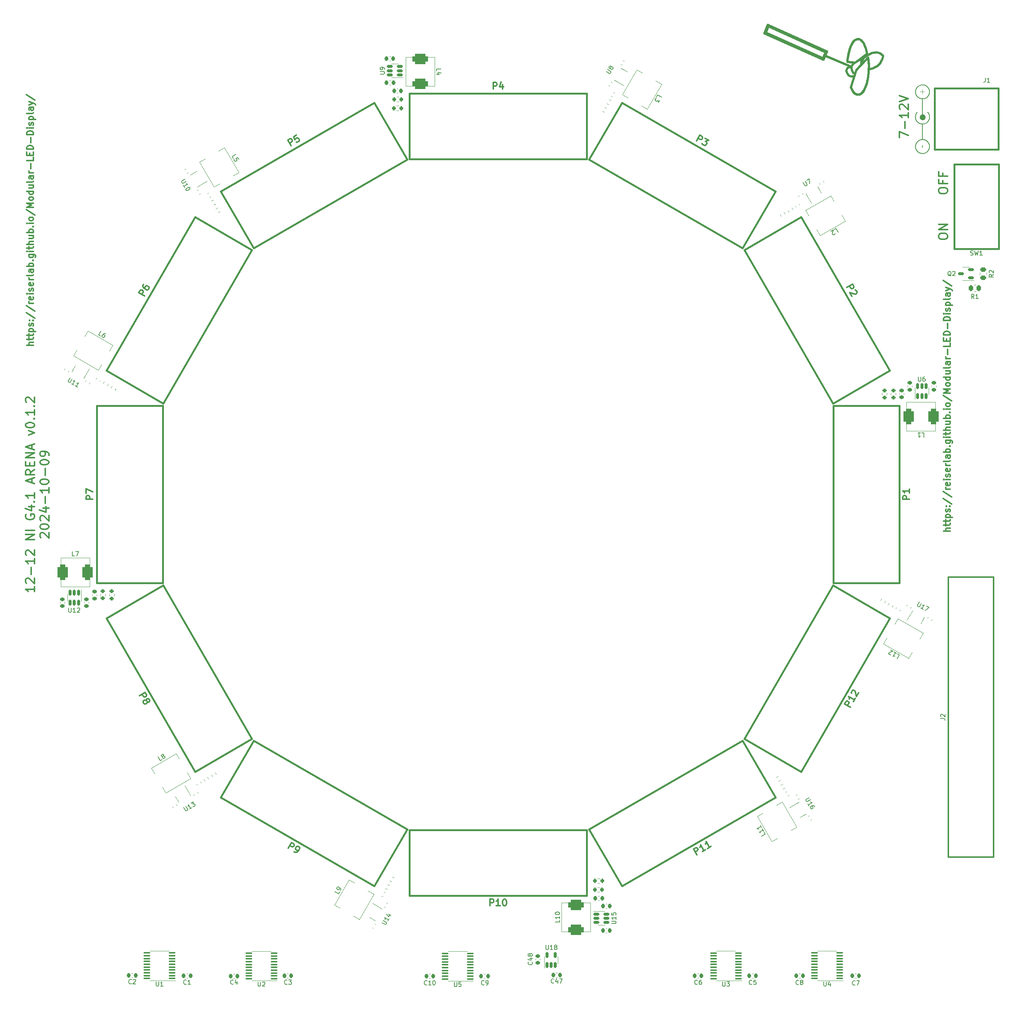
<source format=gto>
%TF.GenerationSoftware,KiCad,Pcbnew,8.0.5*%
%TF.CreationDate,2024-10-09T12:00:16-04:00*%
%TF.ProjectId,ni_arena_12-12,6e695f61-7265-46e6-915f-31322d31322e,v0.1.1*%
%TF.SameCoordinates,Original*%
%TF.FileFunction,Legend,Top*%
%TF.FilePolarity,Positive*%
%FSLAX46Y46*%
G04 Gerber Fmt 4.6, Leading zero omitted, Abs format (unit mm)*
G04 Created by KiCad (PCBNEW 8.0.5) date 2024-10-09 12:00:16*
%MOMM*%
%LPD*%
G01*
G04 APERTURE LIST*
G04 Aperture macros list*
%AMRoundRect*
0 Rectangle with rounded corners*
0 $1 Rounding radius*
0 $2 $3 $4 $5 $6 $7 $8 $9 X,Y pos of 4 corners*
0 Add a 4 corners polygon primitive as box body*
4,1,4,$2,$3,$4,$5,$6,$7,$8,$9,$2,$3,0*
0 Add four circle primitives for the rounded corners*
1,1,$1+$1,$2,$3*
1,1,$1+$1,$4,$5*
1,1,$1+$1,$6,$7*
1,1,$1+$1,$8,$9*
0 Add four rect primitives between the rounded corners*
20,1,$1+$1,$2,$3,$4,$5,0*
20,1,$1+$1,$4,$5,$6,$7,0*
20,1,$1+$1,$6,$7,$8,$9,0*
20,1,$1+$1,$8,$9,$2,$3,0*%
%AMRotRect*
0 Rectangle, with rotation*
0 The origin of the aperture is its center*
0 $1 length*
0 $2 width*
0 $3 Rotation angle, in degrees counterclockwise*
0 Add horizontal line*
21,1,$1,$2,0,0,$3*%
G04 Aperture macros list end*
%ADD10C,0.300000*%
%ADD11C,0.514144*%
%ADD12C,0.154870*%
%ADD13C,0.179621*%
%ADD14C,0.168772*%
%ADD15C,0.000000*%
%ADD16C,0.125869*%
%ADD17C,0.355600*%
%ADD18C,0.150000*%
%ADD19C,0.304800*%
%ADD20C,0.203200*%
%ADD21C,0.120000*%
%ADD22C,0.381000*%
%ADD23C,0.100000*%
%ADD24RoundRect,0.200000X-0.200000X-0.275000X0.200000X-0.275000X0.200000X0.275000X-0.200000X0.275000X0*%
%ADD25RoundRect,0.225000X0.319856X0.104006X-0.069856X0.329006X-0.319856X-0.104006X0.069856X-0.329006X0*%
%ADD26RoundRect,0.225000X-0.225000X-0.250000X0.225000X-0.250000X0.225000X0.250000X-0.225000X0.250000X0*%
%ADD27RoundRect,0.150000X0.126346X0.518838X-0.386154X-0.368838X-0.126346X-0.518838X0.386154X0.368838X0*%
%ADD28RoundRect,0.150000X-0.518838X0.126346X0.368838X-0.386154X0.518838X-0.126346X-0.368838X0.386154X0*%
%ADD29C,9.000000*%
%ADD30R,1.600000X1.600000*%
%ADD31C,1.600000*%
%ADD32RoundRect,0.225000X0.225000X0.250000X-0.225000X0.250000X-0.225000X-0.250000X0.225000X-0.250000X0*%
%ADD33RoundRect,0.150000X-0.150000X0.512500X-0.150000X-0.512500X0.150000X-0.512500X0.150000X0.512500X0*%
%ADD34RotRect,1.600000X1.600000X240.000000*%
%ADD35RoundRect,0.225000X-0.069856X-0.329006X0.319856X-0.104006X0.069856X0.329006X-0.319856X0.104006X0*%
%ADD36RoundRect,0.150000X-0.386154X0.368838X0.126346X-0.518838X0.386154X-0.368838X-0.126346X0.518838X0*%
%ADD37RoundRect,0.225000X-0.104006X0.319856X-0.329006X-0.069856X0.104006X-0.319856X0.329006X0.069856X0*%
%ADD38C,2.540000*%
%ADD39RoundRect,0.100000X0.637500X0.100000X-0.637500X0.100000X-0.637500X-0.100000X0.637500X-0.100000X0*%
%ADD40RoundRect,0.587500X-1.300505X-0.072460X-0.713005X-1.090040X1.300505X0.072460X0.713005X1.090040X0*%
%ADD41RoundRect,0.200000X0.035705X0.338157X-0.310705X0.138157X-0.035705X-0.338157X0.310705X-0.138157X0*%
%ADD42RoundRect,0.587500X-0.587500X-1.162500X0.587500X-1.162500X0.587500X1.162500X-0.587500X1.162500X0*%
%ADD43RoundRect,0.225000X-0.250000X0.225000X-0.250000X-0.225000X0.250000X-0.225000X0.250000X0.225000X0*%
%ADD44RotRect,1.600000X1.600000X150.000000*%
%ADD45RotRect,1.600000X1.600000X210.000000*%
%ADD46RoundRect,0.200000X-0.310705X-0.138157X0.035705X-0.338157X0.310705X0.138157X-0.035705X0.338157X0*%
%ADD47RoundRect,0.587500X1.162500X-0.587500X1.162500X0.587500X-1.162500X0.587500X-1.162500X-0.587500X0*%
%ADD48RoundRect,0.150000X0.512500X0.150000X-0.512500X0.150000X-0.512500X-0.150000X0.512500X-0.150000X0*%
%ADD49RoundRect,0.150000X0.150000X-0.512500X0.150000X0.512500X-0.150000X0.512500X-0.150000X-0.512500X0*%
%ADD50RoundRect,0.225000X0.069856X0.329006X-0.319856X0.104006X-0.069856X-0.329006X0.319856X-0.104006X0*%
%ADD51RoundRect,0.200000X0.338157X-0.035705X0.138157X0.310705X-0.338157X0.035705X-0.138157X-0.310705X0*%
%ADD52RoundRect,0.587500X0.072460X-1.300505X1.090040X-0.713005X-0.072460X1.300505X-1.090040X0.713005X0*%
%ADD53RoundRect,0.200000X-0.275000X0.200000X-0.275000X-0.200000X0.275000X-0.200000X0.275000X0.200000X0*%
%ADD54RoundRect,0.587500X-0.713005X1.090040X-1.300505X0.072460X0.713005X-1.090040X1.300505X-0.072460X0*%
%ADD55RoundRect,0.200000X-0.338157X0.035705X-0.138157X-0.310705X0.338157X-0.035705X0.138157X0.310705X0*%
%ADD56RoundRect,0.587500X0.587500X1.162500X-0.587500X1.162500X-0.587500X-1.162500X0.587500X-1.162500X0*%
%ADD57RoundRect,0.200000X0.310705X0.138157X-0.035705X0.338157X-0.310705X-0.138157X0.035705X-0.338157X0*%
%ADD58RoundRect,0.225000X0.250000X-0.225000X0.250000X0.225000X-0.250000X0.225000X-0.250000X-0.225000X0*%
%ADD59RoundRect,0.225000X-0.319856X-0.104006X0.069856X-0.329006X0.319856X0.104006X-0.069856X0.329006X0*%
%ADD60RoundRect,0.225000X-0.329006X0.069856X-0.104006X-0.319856X0.329006X-0.069856X0.104006X0.319856X0*%
%ADD61C,3.556000*%
%ADD62C,1.930400*%
%ADD63C,4.064000*%
%ADD64RoundRect,0.225000X0.329006X-0.069856X0.104006X0.319856X-0.329006X0.069856X-0.104006X-0.319856X0*%
%ADD65RotRect,1.600000X1.600000X30.000000*%
%ADD66RoundRect,0.587500X1.300505X0.072460X0.713005X1.090040X-1.300505X-0.072460X-0.713005X-1.090040X0*%
%ADD67RoundRect,0.250000X-0.262500X-0.450000X0.262500X-0.450000X0.262500X0.450000X-0.262500X0.450000X0*%
%ADD68RoundRect,0.200000X-0.035705X-0.338157X0.310705X-0.138157X0.035705X0.338157X-0.310705X0.138157X0*%
%ADD69RoundRect,0.150000X0.518838X-0.126346X-0.368838X0.386154X-0.518838X0.126346X0.368838X-0.386154X0*%
%ADD70RoundRect,0.200000X0.275000X-0.200000X0.275000X0.200000X-0.275000X0.200000X-0.275000X-0.200000X0*%
%ADD71RoundRect,0.587500X1.090040X0.713005X0.072460X1.300505X-1.090040X-0.713005X-0.072460X-1.300505X0*%
%ADD72RoundRect,0.225000X0.104006X-0.319856X0.329006X0.069856X-0.104006X0.319856X-0.329006X-0.069856X0*%
%ADD73RotRect,1.600000X1.600000X60.000000*%
%ADD74RoundRect,0.150000X0.368838X0.386154X-0.518838X-0.126346X-0.368838X-0.386154X0.518838X0.126346X0*%
%ADD75RotRect,1.600000X1.600000X120.000000*%
%ADD76RoundRect,0.200000X-0.138157X0.310705X-0.338157X-0.035705X0.138157X-0.310705X0.338157X0.035705X0*%
%ADD77RoundRect,0.200000X0.200000X0.275000X-0.200000X0.275000X-0.200000X-0.275000X0.200000X-0.275000X0*%
%ADD78RoundRect,0.587500X-1.162500X0.587500X-1.162500X-0.587500X1.162500X-0.587500X1.162500X0.587500X0*%
%ADD79RoundRect,0.150000X-0.512500X-0.150000X0.512500X-0.150000X0.512500X0.150000X-0.512500X0.150000X0*%
%ADD80RoundRect,0.587500X0.713005X-1.090040X1.300505X-0.072460X-0.713005X1.090040X-1.300505X0.072460X0*%
%ADD81RoundRect,0.150000X0.386154X-0.368838X-0.126346X0.518838X-0.386154X0.368838X0.126346X-0.518838X0*%
%ADD82RotRect,1.600000X1.600000X300.000000*%
%ADD83RoundRect,0.587500X-1.090040X-0.713005X-0.072460X-1.300505X1.090040X0.713005X0.072460X1.300505X0*%
%ADD84RoundRect,0.200000X0.138157X-0.310705X0.338157X0.035705X-0.138157X0.310705X-0.338157X-0.035705X0*%
%ADD85C,1.400000*%
%ADD86C,3.700000*%
%ADD87RotRect,1.600000X1.600000X330.000000*%
%ADD88RoundRect,0.150000X-0.368838X-0.386154X0.518838X0.126346X0.368838X0.386154X-0.518838X-0.126346X0*%
%ADD89RoundRect,0.250000X-0.450000X0.262500X-0.450000X-0.262500X0.450000X-0.262500X0.450000X0.262500X0*%
%ADD90RoundRect,0.587500X-0.072460X1.300505X-1.090040X0.713005X0.072460X-1.300505X1.090040X-0.713005X0*%
%ADD91RoundRect,0.150000X-0.126346X-0.518838X0.386154X0.368838X0.126346X0.518838X-0.386154X-0.368838X0*%
G04 APERTURE END LIST*
D10*
X71682828Y-143717489D02*
X70182828Y-143717489D01*
X71682828Y-143074632D02*
X70897114Y-143074632D01*
X70897114Y-143074632D02*
X70754257Y-143146060D01*
X70754257Y-143146060D02*
X70682828Y-143288917D01*
X70682828Y-143288917D02*
X70682828Y-143503203D01*
X70682828Y-143503203D02*
X70754257Y-143646060D01*
X70754257Y-143646060D02*
X70825685Y-143717489D01*
X70682828Y-142574631D02*
X70682828Y-142003203D01*
X70182828Y-142360346D02*
X71468542Y-142360346D01*
X71468542Y-142360346D02*
X71611400Y-142288917D01*
X71611400Y-142288917D02*
X71682828Y-142146060D01*
X71682828Y-142146060D02*
X71682828Y-142003203D01*
X70682828Y-141717488D02*
X70682828Y-141146060D01*
X70182828Y-141503203D02*
X71468542Y-141503203D01*
X71468542Y-141503203D02*
X71611400Y-141431774D01*
X71611400Y-141431774D02*
X71682828Y-141288917D01*
X71682828Y-141288917D02*
X71682828Y-141146060D01*
X70682828Y-140646060D02*
X72182828Y-140646060D01*
X70754257Y-140646060D02*
X70682828Y-140503203D01*
X70682828Y-140503203D02*
X70682828Y-140217488D01*
X70682828Y-140217488D02*
X70754257Y-140074631D01*
X70754257Y-140074631D02*
X70825685Y-140003203D01*
X70825685Y-140003203D02*
X70968542Y-139931774D01*
X70968542Y-139931774D02*
X71397114Y-139931774D01*
X71397114Y-139931774D02*
X71539971Y-140003203D01*
X71539971Y-140003203D02*
X71611400Y-140074631D01*
X71611400Y-140074631D02*
X71682828Y-140217488D01*
X71682828Y-140217488D02*
X71682828Y-140503203D01*
X71682828Y-140503203D02*
X71611400Y-140646060D01*
X71611400Y-139360345D02*
X71682828Y-139217488D01*
X71682828Y-139217488D02*
X71682828Y-138931774D01*
X71682828Y-138931774D02*
X71611400Y-138788917D01*
X71611400Y-138788917D02*
X71468542Y-138717488D01*
X71468542Y-138717488D02*
X71397114Y-138717488D01*
X71397114Y-138717488D02*
X71254257Y-138788917D01*
X71254257Y-138788917D02*
X71182828Y-138931774D01*
X71182828Y-138931774D02*
X71182828Y-139146060D01*
X71182828Y-139146060D02*
X71111400Y-139288917D01*
X71111400Y-139288917D02*
X70968542Y-139360345D01*
X70968542Y-139360345D02*
X70897114Y-139360345D01*
X70897114Y-139360345D02*
X70754257Y-139288917D01*
X70754257Y-139288917D02*
X70682828Y-139146060D01*
X70682828Y-139146060D02*
X70682828Y-138931774D01*
X70682828Y-138931774D02*
X70754257Y-138788917D01*
X71539971Y-138074631D02*
X71611400Y-138003202D01*
X71611400Y-138003202D02*
X71682828Y-138074631D01*
X71682828Y-138074631D02*
X71611400Y-138146059D01*
X71611400Y-138146059D02*
X71539971Y-138074631D01*
X71539971Y-138074631D02*
X71682828Y-138074631D01*
X70754257Y-138074631D02*
X70825685Y-138003202D01*
X70825685Y-138003202D02*
X70897114Y-138074631D01*
X70897114Y-138074631D02*
X70825685Y-138146059D01*
X70825685Y-138146059D02*
X70754257Y-138074631D01*
X70754257Y-138074631D02*
X70897114Y-138074631D01*
X70111400Y-136288916D02*
X72039971Y-137574630D01*
X70111400Y-134717487D02*
X72039971Y-136003201D01*
X71682828Y-134217487D02*
X70682828Y-134217487D01*
X70968542Y-134217487D02*
X70825685Y-134146058D01*
X70825685Y-134146058D02*
X70754257Y-134074630D01*
X70754257Y-134074630D02*
X70682828Y-133931772D01*
X70682828Y-133931772D02*
X70682828Y-133788915D01*
X71611400Y-132717487D02*
X71682828Y-132860344D01*
X71682828Y-132860344D02*
X71682828Y-133146059D01*
X71682828Y-133146059D02*
X71611400Y-133288916D01*
X71611400Y-133288916D02*
X71468542Y-133360344D01*
X71468542Y-133360344D02*
X70897114Y-133360344D01*
X70897114Y-133360344D02*
X70754257Y-133288916D01*
X70754257Y-133288916D02*
X70682828Y-133146059D01*
X70682828Y-133146059D02*
X70682828Y-132860344D01*
X70682828Y-132860344D02*
X70754257Y-132717487D01*
X70754257Y-132717487D02*
X70897114Y-132646059D01*
X70897114Y-132646059D02*
X71039971Y-132646059D01*
X71039971Y-132646059D02*
X71182828Y-133360344D01*
X71682828Y-132003202D02*
X70682828Y-132003202D01*
X70182828Y-132003202D02*
X70254257Y-132074630D01*
X70254257Y-132074630D02*
X70325685Y-132003202D01*
X70325685Y-132003202D02*
X70254257Y-131931773D01*
X70254257Y-131931773D02*
X70182828Y-132003202D01*
X70182828Y-132003202D02*
X70325685Y-132003202D01*
X71611400Y-131360344D02*
X71682828Y-131217487D01*
X71682828Y-131217487D02*
X71682828Y-130931773D01*
X71682828Y-130931773D02*
X71611400Y-130788916D01*
X71611400Y-130788916D02*
X71468542Y-130717487D01*
X71468542Y-130717487D02*
X71397114Y-130717487D01*
X71397114Y-130717487D02*
X71254257Y-130788916D01*
X71254257Y-130788916D02*
X71182828Y-130931773D01*
X71182828Y-130931773D02*
X71182828Y-131146059D01*
X71182828Y-131146059D02*
X71111400Y-131288916D01*
X71111400Y-131288916D02*
X70968542Y-131360344D01*
X70968542Y-131360344D02*
X70897114Y-131360344D01*
X70897114Y-131360344D02*
X70754257Y-131288916D01*
X70754257Y-131288916D02*
X70682828Y-131146059D01*
X70682828Y-131146059D02*
X70682828Y-130931773D01*
X70682828Y-130931773D02*
X70754257Y-130788916D01*
X71611400Y-129503201D02*
X71682828Y-129646058D01*
X71682828Y-129646058D02*
X71682828Y-129931773D01*
X71682828Y-129931773D02*
X71611400Y-130074630D01*
X71611400Y-130074630D02*
X71468542Y-130146058D01*
X71468542Y-130146058D02*
X70897114Y-130146058D01*
X70897114Y-130146058D02*
X70754257Y-130074630D01*
X70754257Y-130074630D02*
X70682828Y-129931773D01*
X70682828Y-129931773D02*
X70682828Y-129646058D01*
X70682828Y-129646058D02*
X70754257Y-129503201D01*
X70754257Y-129503201D02*
X70897114Y-129431773D01*
X70897114Y-129431773D02*
X71039971Y-129431773D01*
X71039971Y-129431773D02*
X71182828Y-130146058D01*
X71682828Y-128788916D02*
X70682828Y-128788916D01*
X70968542Y-128788916D02*
X70825685Y-128717487D01*
X70825685Y-128717487D02*
X70754257Y-128646059D01*
X70754257Y-128646059D02*
X70682828Y-128503201D01*
X70682828Y-128503201D02*
X70682828Y-128360344D01*
X71682828Y-127646059D02*
X71611400Y-127788916D01*
X71611400Y-127788916D02*
X71468542Y-127860345D01*
X71468542Y-127860345D02*
X70182828Y-127860345D01*
X71682828Y-126431774D02*
X70897114Y-126431774D01*
X70897114Y-126431774D02*
X70754257Y-126503202D01*
X70754257Y-126503202D02*
X70682828Y-126646059D01*
X70682828Y-126646059D02*
X70682828Y-126931774D01*
X70682828Y-126931774D02*
X70754257Y-127074631D01*
X71611400Y-126431774D02*
X71682828Y-126574631D01*
X71682828Y-126574631D02*
X71682828Y-126931774D01*
X71682828Y-126931774D02*
X71611400Y-127074631D01*
X71611400Y-127074631D02*
X71468542Y-127146059D01*
X71468542Y-127146059D02*
X71325685Y-127146059D01*
X71325685Y-127146059D02*
X71182828Y-127074631D01*
X71182828Y-127074631D02*
X71111400Y-126931774D01*
X71111400Y-126931774D02*
X71111400Y-126574631D01*
X71111400Y-126574631D02*
X71039971Y-126431774D01*
X71682828Y-125717488D02*
X70182828Y-125717488D01*
X70754257Y-125717488D02*
X70682828Y-125574631D01*
X70682828Y-125574631D02*
X70682828Y-125288916D01*
X70682828Y-125288916D02*
X70754257Y-125146059D01*
X70754257Y-125146059D02*
X70825685Y-125074631D01*
X70825685Y-125074631D02*
X70968542Y-125003202D01*
X70968542Y-125003202D02*
X71397114Y-125003202D01*
X71397114Y-125003202D02*
X71539971Y-125074631D01*
X71539971Y-125074631D02*
X71611400Y-125146059D01*
X71611400Y-125146059D02*
X71682828Y-125288916D01*
X71682828Y-125288916D02*
X71682828Y-125574631D01*
X71682828Y-125574631D02*
X71611400Y-125717488D01*
X71539971Y-124360345D02*
X71611400Y-124288916D01*
X71611400Y-124288916D02*
X71682828Y-124360345D01*
X71682828Y-124360345D02*
X71611400Y-124431773D01*
X71611400Y-124431773D02*
X71539971Y-124360345D01*
X71539971Y-124360345D02*
X71682828Y-124360345D01*
X70682828Y-123003202D02*
X71897114Y-123003202D01*
X71897114Y-123003202D02*
X72039971Y-123074630D01*
X72039971Y-123074630D02*
X72111400Y-123146059D01*
X72111400Y-123146059D02*
X72182828Y-123288916D01*
X72182828Y-123288916D02*
X72182828Y-123503202D01*
X72182828Y-123503202D02*
X72111400Y-123646059D01*
X71611400Y-123003202D02*
X71682828Y-123146059D01*
X71682828Y-123146059D02*
X71682828Y-123431773D01*
X71682828Y-123431773D02*
X71611400Y-123574630D01*
X71611400Y-123574630D02*
X71539971Y-123646059D01*
X71539971Y-123646059D02*
X71397114Y-123717487D01*
X71397114Y-123717487D02*
X70968542Y-123717487D01*
X70968542Y-123717487D02*
X70825685Y-123646059D01*
X70825685Y-123646059D02*
X70754257Y-123574630D01*
X70754257Y-123574630D02*
X70682828Y-123431773D01*
X70682828Y-123431773D02*
X70682828Y-123146059D01*
X70682828Y-123146059D02*
X70754257Y-123003202D01*
X71682828Y-122288916D02*
X70682828Y-122288916D01*
X70182828Y-122288916D02*
X70254257Y-122360344D01*
X70254257Y-122360344D02*
X70325685Y-122288916D01*
X70325685Y-122288916D02*
X70254257Y-122217487D01*
X70254257Y-122217487D02*
X70182828Y-122288916D01*
X70182828Y-122288916D02*
X70325685Y-122288916D01*
X70682828Y-121788915D02*
X70682828Y-121217487D01*
X70182828Y-121574630D02*
X71468542Y-121574630D01*
X71468542Y-121574630D02*
X71611400Y-121503201D01*
X71611400Y-121503201D02*
X71682828Y-121360344D01*
X71682828Y-121360344D02*
X71682828Y-121217487D01*
X71682828Y-120717487D02*
X70182828Y-120717487D01*
X71682828Y-120074630D02*
X70897114Y-120074630D01*
X70897114Y-120074630D02*
X70754257Y-120146058D01*
X70754257Y-120146058D02*
X70682828Y-120288915D01*
X70682828Y-120288915D02*
X70682828Y-120503201D01*
X70682828Y-120503201D02*
X70754257Y-120646058D01*
X70754257Y-120646058D02*
X70825685Y-120717487D01*
X70682828Y-118717487D02*
X71682828Y-118717487D01*
X70682828Y-119360344D02*
X71468542Y-119360344D01*
X71468542Y-119360344D02*
X71611400Y-119288915D01*
X71611400Y-119288915D02*
X71682828Y-119146058D01*
X71682828Y-119146058D02*
X71682828Y-118931772D01*
X71682828Y-118931772D02*
X71611400Y-118788915D01*
X71611400Y-118788915D02*
X71539971Y-118717487D01*
X71682828Y-118003201D02*
X70182828Y-118003201D01*
X70754257Y-118003201D02*
X70682828Y-117860344D01*
X70682828Y-117860344D02*
X70682828Y-117574629D01*
X70682828Y-117574629D02*
X70754257Y-117431772D01*
X70754257Y-117431772D02*
X70825685Y-117360344D01*
X70825685Y-117360344D02*
X70968542Y-117288915D01*
X70968542Y-117288915D02*
X71397114Y-117288915D01*
X71397114Y-117288915D02*
X71539971Y-117360344D01*
X71539971Y-117360344D02*
X71611400Y-117431772D01*
X71611400Y-117431772D02*
X71682828Y-117574629D01*
X71682828Y-117574629D02*
X71682828Y-117860344D01*
X71682828Y-117860344D02*
X71611400Y-118003201D01*
X71539971Y-116646058D02*
X71611400Y-116574629D01*
X71611400Y-116574629D02*
X71682828Y-116646058D01*
X71682828Y-116646058D02*
X71611400Y-116717486D01*
X71611400Y-116717486D02*
X71539971Y-116646058D01*
X71539971Y-116646058D02*
X71682828Y-116646058D01*
X71682828Y-115931772D02*
X70682828Y-115931772D01*
X70182828Y-115931772D02*
X70254257Y-116003200D01*
X70254257Y-116003200D02*
X70325685Y-115931772D01*
X70325685Y-115931772D02*
X70254257Y-115860343D01*
X70254257Y-115860343D02*
X70182828Y-115931772D01*
X70182828Y-115931772D02*
X70325685Y-115931772D01*
X71682828Y-115003200D02*
X71611400Y-115146057D01*
X71611400Y-115146057D02*
X71539971Y-115217486D01*
X71539971Y-115217486D02*
X71397114Y-115288914D01*
X71397114Y-115288914D02*
X70968542Y-115288914D01*
X70968542Y-115288914D02*
X70825685Y-115217486D01*
X70825685Y-115217486D02*
X70754257Y-115146057D01*
X70754257Y-115146057D02*
X70682828Y-115003200D01*
X70682828Y-115003200D02*
X70682828Y-114788914D01*
X70682828Y-114788914D02*
X70754257Y-114646057D01*
X70754257Y-114646057D02*
X70825685Y-114574629D01*
X70825685Y-114574629D02*
X70968542Y-114503200D01*
X70968542Y-114503200D02*
X71397114Y-114503200D01*
X71397114Y-114503200D02*
X71539971Y-114574629D01*
X71539971Y-114574629D02*
X71611400Y-114646057D01*
X71611400Y-114646057D02*
X71682828Y-114788914D01*
X71682828Y-114788914D02*
X71682828Y-115003200D01*
X70111400Y-112788914D02*
X72039971Y-114074628D01*
X71682828Y-112288914D02*
X70182828Y-112288914D01*
X70182828Y-112288914D02*
X71254257Y-111788914D01*
X71254257Y-111788914D02*
X70182828Y-111288914D01*
X70182828Y-111288914D02*
X71682828Y-111288914D01*
X71682828Y-110360342D02*
X71611400Y-110503199D01*
X71611400Y-110503199D02*
X71539971Y-110574628D01*
X71539971Y-110574628D02*
X71397114Y-110646056D01*
X71397114Y-110646056D02*
X70968542Y-110646056D01*
X70968542Y-110646056D02*
X70825685Y-110574628D01*
X70825685Y-110574628D02*
X70754257Y-110503199D01*
X70754257Y-110503199D02*
X70682828Y-110360342D01*
X70682828Y-110360342D02*
X70682828Y-110146056D01*
X70682828Y-110146056D02*
X70754257Y-110003199D01*
X70754257Y-110003199D02*
X70825685Y-109931771D01*
X70825685Y-109931771D02*
X70968542Y-109860342D01*
X70968542Y-109860342D02*
X71397114Y-109860342D01*
X71397114Y-109860342D02*
X71539971Y-109931771D01*
X71539971Y-109931771D02*
X71611400Y-110003199D01*
X71611400Y-110003199D02*
X71682828Y-110146056D01*
X71682828Y-110146056D02*
X71682828Y-110360342D01*
X71682828Y-108574628D02*
X70182828Y-108574628D01*
X71611400Y-108574628D02*
X71682828Y-108717485D01*
X71682828Y-108717485D02*
X71682828Y-109003199D01*
X71682828Y-109003199D02*
X71611400Y-109146056D01*
X71611400Y-109146056D02*
X71539971Y-109217485D01*
X71539971Y-109217485D02*
X71397114Y-109288913D01*
X71397114Y-109288913D02*
X70968542Y-109288913D01*
X70968542Y-109288913D02*
X70825685Y-109217485D01*
X70825685Y-109217485D02*
X70754257Y-109146056D01*
X70754257Y-109146056D02*
X70682828Y-109003199D01*
X70682828Y-109003199D02*
X70682828Y-108717485D01*
X70682828Y-108717485D02*
X70754257Y-108574628D01*
X70682828Y-107217485D02*
X71682828Y-107217485D01*
X70682828Y-107860342D02*
X71468542Y-107860342D01*
X71468542Y-107860342D02*
X71611400Y-107788913D01*
X71611400Y-107788913D02*
X71682828Y-107646056D01*
X71682828Y-107646056D02*
X71682828Y-107431770D01*
X71682828Y-107431770D02*
X71611400Y-107288913D01*
X71611400Y-107288913D02*
X71539971Y-107217485D01*
X71682828Y-106288913D02*
X71611400Y-106431770D01*
X71611400Y-106431770D02*
X71468542Y-106503199D01*
X71468542Y-106503199D02*
X70182828Y-106503199D01*
X71682828Y-105074628D02*
X70897114Y-105074628D01*
X70897114Y-105074628D02*
X70754257Y-105146056D01*
X70754257Y-105146056D02*
X70682828Y-105288913D01*
X70682828Y-105288913D02*
X70682828Y-105574628D01*
X70682828Y-105574628D02*
X70754257Y-105717485D01*
X71611400Y-105074628D02*
X71682828Y-105217485D01*
X71682828Y-105217485D02*
X71682828Y-105574628D01*
X71682828Y-105574628D02*
X71611400Y-105717485D01*
X71611400Y-105717485D02*
X71468542Y-105788913D01*
X71468542Y-105788913D02*
X71325685Y-105788913D01*
X71325685Y-105788913D02*
X71182828Y-105717485D01*
X71182828Y-105717485D02*
X71111400Y-105574628D01*
X71111400Y-105574628D02*
X71111400Y-105217485D01*
X71111400Y-105217485D02*
X71039971Y-105074628D01*
X71682828Y-104360342D02*
X70682828Y-104360342D01*
X70968542Y-104360342D02*
X70825685Y-104288913D01*
X70825685Y-104288913D02*
X70754257Y-104217485D01*
X70754257Y-104217485D02*
X70682828Y-104074627D01*
X70682828Y-104074627D02*
X70682828Y-103931770D01*
X71111400Y-103431771D02*
X71111400Y-102288914D01*
X71682828Y-100860342D02*
X71682828Y-101574628D01*
X71682828Y-101574628D02*
X70182828Y-101574628D01*
X70897114Y-100360342D02*
X70897114Y-99860342D01*
X71682828Y-99646056D02*
X71682828Y-100360342D01*
X71682828Y-100360342D02*
X70182828Y-100360342D01*
X70182828Y-100360342D02*
X70182828Y-99646056D01*
X71682828Y-99003199D02*
X70182828Y-99003199D01*
X70182828Y-99003199D02*
X70182828Y-98646056D01*
X70182828Y-98646056D02*
X70254257Y-98431770D01*
X70254257Y-98431770D02*
X70397114Y-98288913D01*
X70397114Y-98288913D02*
X70539971Y-98217484D01*
X70539971Y-98217484D02*
X70825685Y-98146056D01*
X70825685Y-98146056D02*
X71039971Y-98146056D01*
X71039971Y-98146056D02*
X71325685Y-98217484D01*
X71325685Y-98217484D02*
X71468542Y-98288913D01*
X71468542Y-98288913D02*
X71611400Y-98431770D01*
X71611400Y-98431770D02*
X71682828Y-98646056D01*
X71682828Y-98646056D02*
X71682828Y-99003199D01*
X71111400Y-97503199D02*
X71111400Y-96360342D01*
X71682828Y-95646056D02*
X70182828Y-95646056D01*
X70182828Y-95646056D02*
X70182828Y-95288913D01*
X70182828Y-95288913D02*
X70254257Y-95074627D01*
X70254257Y-95074627D02*
X70397114Y-94931770D01*
X70397114Y-94931770D02*
X70539971Y-94860341D01*
X70539971Y-94860341D02*
X70825685Y-94788913D01*
X70825685Y-94788913D02*
X71039971Y-94788913D01*
X71039971Y-94788913D02*
X71325685Y-94860341D01*
X71325685Y-94860341D02*
X71468542Y-94931770D01*
X71468542Y-94931770D02*
X71611400Y-95074627D01*
X71611400Y-95074627D02*
X71682828Y-95288913D01*
X71682828Y-95288913D02*
X71682828Y-95646056D01*
X71682828Y-94146056D02*
X70682828Y-94146056D01*
X70182828Y-94146056D02*
X70254257Y-94217484D01*
X70254257Y-94217484D02*
X70325685Y-94146056D01*
X70325685Y-94146056D02*
X70254257Y-94074627D01*
X70254257Y-94074627D02*
X70182828Y-94146056D01*
X70182828Y-94146056D02*
X70325685Y-94146056D01*
X71611400Y-93503198D02*
X71682828Y-93360341D01*
X71682828Y-93360341D02*
X71682828Y-93074627D01*
X71682828Y-93074627D02*
X71611400Y-92931770D01*
X71611400Y-92931770D02*
X71468542Y-92860341D01*
X71468542Y-92860341D02*
X71397114Y-92860341D01*
X71397114Y-92860341D02*
X71254257Y-92931770D01*
X71254257Y-92931770D02*
X71182828Y-93074627D01*
X71182828Y-93074627D02*
X71182828Y-93288913D01*
X71182828Y-93288913D02*
X71111400Y-93431770D01*
X71111400Y-93431770D02*
X70968542Y-93503198D01*
X70968542Y-93503198D02*
X70897114Y-93503198D01*
X70897114Y-93503198D02*
X70754257Y-93431770D01*
X70754257Y-93431770D02*
X70682828Y-93288913D01*
X70682828Y-93288913D02*
X70682828Y-93074627D01*
X70682828Y-93074627D02*
X70754257Y-92931770D01*
X70682828Y-92217484D02*
X72182828Y-92217484D01*
X70754257Y-92217484D02*
X70682828Y-92074627D01*
X70682828Y-92074627D02*
X70682828Y-91788912D01*
X70682828Y-91788912D02*
X70754257Y-91646055D01*
X70754257Y-91646055D02*
X70825685Y-91574627D01*
X70825685Y-91574627D02*
X70968542Y-91503198D01*
X70968542Y-91503198D02*
X71397114Y-91503198D01*
X71397114Y-91503198D02*
X71539971Y-91574627D01*
X71539971Y-91574627D02*
X71611400Y-91646055D01*
X71611400Y-91646055D02*
X71682828Y-91788912D01*
X71682828Y-91788912D02*
X71682828Y-92074627D01*
X71682828Y-92074627D02*
X71611400Y-92217484D01*
X71682828Y-90646055D02*
X71611400Y-90788912D01*
X71611400Y-90788912D02*
X71468542Y-90860341D01*
X71468542Y-90860341D02*
X70182828Y-90860341D01*
X71682828Y-89431770D02*
X70897114Y-89431770D01*
X70897114Y-89431770D02*
X70754257Y-89503198D01*
X70754257Y-89503198D02*
X70682828Y-89646055D01*
X70682828Y-89646055D02*
X70682828Y-89931770D01*
X70682828Y-89931770D02*
X70754257Y-90074627D01*
X71611400Y-89431770D02*
X71682828Y-89574627D01*
X71682828Y-89574627D02*
X71682828Y-89931770D01*
X71682828Y-89931770D02*
X71611400Y-90074627D01*
X71611400Y-90074627D02*
X71468542Y-90146055D01*
X71468542Y-90146055D02*
X71325685Y-90146055D01*
X71325685Y-90146055D02*
X71182828Y-90074627D01*
X71182828Y-90074627D02*
X71111400Y-89931770D01*
X71111400Y-89931770D02*
X71111400Y-89574627D01*
X71111400Y-89574627D02*
X71039971Y-89431770D01*
X70682828Y-88860341D02*
X71682828Y-88503198D01*
X70682828Y-88146055D02*
X71682828Y-88503198D01*
X71682828Y-88503198D02*
X72039971Y-88646055D01*
X72039971Y-88646055D02*
X72111400Y-88717484D01*
X72111400Y-88717484D02*
X72182828Y-88860341D01*
X70111400Y-86503198D02*
X72039971Y-87788912D01*
X280978828Y-186135489D02*
X279478828Y-186135489D01*
X280978828Y-185492632D02*
X280193114Y-185492632D01*
X280193114Y-185492632D02*
X280050257Y-185564060D01*
X280050257Y-185564060D02*
X279978828Y-185706917D01*
X279978828Y-185706917D02*
X279978828Y-185921203D01*
X279978828Y-185921203D02*
X280050257Y-186064060D01*
X280050257Y-186064060D02*
X280121685Y-186135489D01*
X279978828Y-184992631D02*
X279978828Y-184421203D01*
X279478828Y-184778346D02*
X280764542Y-184778346D01*
X280764542Y-184778346D02*
X280907400Y-184706917D01*
X280907400Y-184706917D02*
X280978828Y-184564060D01*
X280978828Y-184564060D02*
X280978828Y-184421203D01*
X279978828Y-184135488D02*
X279978828Y-183564060D01*
X279478828Y-183921203D02*
X280764542Y-183921203D01*
X280764542Y-183921203D02*
X280907400Y-183849774D01*
X280907400Y-183849774D02*
X280978828Y-183706917D01*
X280978828Y-183706917D02*
X280978828Y-183564060D01*
X279978828Y-183064060D02*
X281478828Y-183064060D01*
X280050257Y-183064060D02*
X279978828Y-182921203D01*
X279978828Y-182921203D02*
X279978828Y-182635488D01*
X279978828Y-182635488D02*
X280050257Y-182492631D01*
X280050257Y-182492631D02*
X280121685Y-182421203D01*
X280121685Y-182421203D02*
X280264542Y-182349774D01*
X280264542Y-182349774D02*
X280693114Y-182349774D01*
X280693114Y-182349774D02*
X280835971Y-182421203D01*
X280835971Y-182421203D02*
X280907400Y-182492631D01*
X280907400Y-182492631D02*
X280978828Y-182635488D01*
X280978828Y-182635488D02*
X280978828Y-182921203D01*
X280978828Y-182921203D02*
X280907400Y-183064060D01*
X280907400Y-181778345D02*
X280978828Y-181635488D01*
X280978828Y-181635488D02*
X280978828Y-181349774D01*
X280978828Y-181349774D02*
X280907400Y-181206917D01*
X280907400Y-181206917D02*
X280764542Y-181135488D01*
X280764542Y-181135488D02*
X280693114Y-181135488D01*
X280693114Y-181135488D02*
X280550257Y-181206917D01*
X280550257Y-181206917D02*
X280478828Y-181349774D01*
X280478828Y-181349774D02*
X280478828Y-181564060D01*
X280478828Y-181564060D02*
X280407400Y-181706917D01*
X280407400Y-181706917D02*
X280264542Y-181778345D01*
X280264542Y-181778345D02*
X280193114Y-181778345D01*
X280193114Y-181778345D02*
X280050257Y-181706917D01*
X280050257Y-181706917D02*
X279978828Y-181564060D01*
X279978828Y-181564060D02*
X279978828Y-181349774D01*
X279978828Y-181349774D02*
X280050257Y-181206917D01*
X280835971Y-180492631D02*
X280907400Y-180421202D01*
X280907400Y-180421202D02*
X280978828Y-180492631D01*
X280978828Y-180492631D02*
X280907400Y-180564059D01*
X280907400Y-180564059D02*
X280835971Y-180492631D01*
X280835971Y-180492631D02*
X280978828Y-180492631D01*
X280050257Y-180492631D02*
X280121685Y-180421202D01*
X280121685Y-180421202D02*
X280193114Y-180492631D01*
X280193114Y-180492631D02*
X280121685Y-180564059D01*
X280121685Y-180564059D02*
X280050257Y-180492631D01*
X280050257Y-180492631D02*
X280193114Y-180492631D01*
X279407400Y-178706916D02*
X281335971Y-179992630D01*
X279407400Y-177135487D02*
X281335971Y-178421201D01*
X280978828Y-176635487D02*
X279978828Y-176635487D01*
X280264542Y-176635487D02*
X280121685Y-176564058D01*
X280121685Y-176564058D02*
X280050257Y-176492630D01*
X280050257Y-176492630D02*
X279978828Y-176349772D01*
X279978828Y-176349772D02*
X279978828Y-176206915D01*
X280907400Y-175135487D02*
X280978828Y-175278344D01*
X280978828Y-175278344D02*
X280978828Y-175564059D01*
X280978828Y-175564059D02*
X280907400Y-175706916D01*
X280907400Y-175706916D02*
X280764542Y-175778344D01*
X280764542Y-175778344D02*
X280193114Y-175778344D01*
X280193114Y-175778344D02*
X280050257Y-175706916D01*
X280050257Y-175706916D02*
X279978828Y-175564059D01*
X279978828Y-175564059D02*
X279978828Y-175278344D01*
X279978828Y-175278344D02*
X280050257Y-175135487D01*
X280050257Y-175135487D02*
X280193114Y-175064059D01*
X280193114Y-175064059D02*
X280335971Y-175064059D01*
X280335971Y-175064059D02*
X280478828Y-175778344D01*
X280978828Y-174421202D02*
X279978828Y-174421202D01*
X279478828Y-174421202D02*
X279550257Y-174492630D01*
X279550257Y-174492630D02*
X279621685Y-174421202D01*
X279621685Y-174421202D02*
X279550257Y-174349773D01*
X279550257Y-174349773D02*
X279478828Y-174421202D01*
X279478828Y-174421202D02*
X279621685Y-174421202D01*
X280907400Y-173778344D02*
X280978828Y-173635487D01*
X280978828Y-173635487D02*
X280978828Y-173349773D01*
X280978828Y-173349773D02*
X280907400Y-173206916D01*
X280907400Y-173206916D02*
X280764542Y-173135487D01*
X280764542Y-173135487D02*
X280693114Y-173135487D01*
X280693114Y-173135487D02*
X280550257Y-173206916D01*
X280550257Y-173206916D02*
X280478828Y-173349773D01*
X280478828Y-173349773D02*
X280478828Y-173564059D01*
X280478828Y-173564059D02*
X280407400Y-173706916D01*
X280407400Y-173706916D02*
X280264542Y-173778344D01*
X280264542Y-173778344D02*
X280193114Y-173778344D01*
X280193114Y-173778344D02*
X280050257Y-173706916D01*
X280050257Y-173706916D02*
X279978828Y-173564059D01*
X279978828Y-173564059D02*
X279978828Y-173349773D01*
X279978828Y-173349773D02*
X280050257Y-173206916D01*
X280907400Y-171921201D02*
X280978828Y-172064058D01*
X280978828Y-172064058D02*
X280978828Y-172349773D01*
X280978828Y-172349773D02*
X280907400Y-172492630D01*
X280907400Y-172492630D02*
X280764542Y-172564058D01*
X280764542Y-172564058D02*
X280193114Y-172564058D01*
X280193114Y-172564058D02*
X280050257Y-172492630D01*
X280050257Y-172492630D02*
X279978828Y-172349773D01*
X279978828Y-172349773D02*
X279978828Y-172064058D01*
X279978828Y-172064058D02*
X280050257Y-171921201D01*
X280050257Y-171921201D02*
X280193114Y-171849773D01*
X280193114Y-171849773D02*
X280335971Y-171849773D01*
X280335971Y-171849773D02*
X280478828Y-172564058D01*
X280978828Y-171206916D02*
X279978828Y-171206916D01*
X280264542Y-171206916D02*
X280121685Y-171135487D01*
X280121685Y-171135487D02*
X280050257Y-171064059D01*
X280050257Y-171064059D02*
X279978828Y-170921201D01*
X279978828Y-170921201D02*
X279978828Y-170778344D01*
X280978828Y-170064059D02*
X280907400Y-170206916D01*
X280907400Y-170206916D02*
X280764542Y-170278345D01*
X280764542Y-170278345D02*
X279478828Y-170278345D01*
X280978828Y-168849774D02*
X280193114Y-168849774D01*
X280193114Y-168849774D02*
X280050257Y-168921202D01*
X280050257Y-168921202D02*
X279978828Y-169064059D01*
X279978828Y-169064059D02*
X279978828Y-169349774D01*
X279978828Y-169349774D02*
X280050257Y-169492631D01*
X280907400Y-168849774D02*
X280978828Y-168992631D01*
X280978828Y-168992631D02*
X280978828Y-169349774D01*
X280978828Y-169349774D02*
X280907400Y-169492631D01*
X280907400Y-169492631D02*
X280764542Y-169564059D01*
X280764542Y-169564059D02*
X280621685Y-169564059D01*
X280621685Y-169564059D02*
X280478828Y-169492631D01*
X280478828Y-169492631D02*
X280407400Y-169349774D01*
X280407400Y-169349774D02*
X280407400Y-168992631D01*
X280407400Y-168992631D02*
X280335971Y-168849774D01*
X280978828Y-168135488D02*
X279478828Y-168135488D01*
X280050257Y-168135488D02*
X279978828Y-167992631D01*
X279978828Y-167992631D02*
X279978828Y-167706916D01*
X279978828Y-167706916D02*
X280050257Y-167564059D01*
X280050257Y-167564059D02*
X280121685Y-167492631D01*
X280121685Y-167492631D02*
X280264542Y-167421202D01*
X280264542Y-167421202D02*
X280693114Y-167421202D01*
X280693114Y-167421202D02*
X280835971Y-167492631D01*
X280835971Y-167492631D02*
X280907400Y-167564059D01*
X280907400Y-167564059D02*
X280978828Y-167706916D01*
X280978828Y-167706916D02*
X280978828Y-167992631D01*
X280978828Y-167992631D02*
X280907400Y-168135488D01*
X280835971Y-166778345D02*
X280907400Y-166706916D01*
X280907400Y-166706916D02*
X280978828Y-166778345D01*
X280978828Y-166778345D02*
X280907400Y-166849773D01*
X280907400Y-166849773D02*
X280835971Y-166778345D01*
X280835971Y-166778345D02*
X280978828Y-166778345D01*
X279978828Y-165421202D02*
X281193114Y-165421202D01*
X281193114Y-165421202D02*
X281335971Y-165492630D01*
X281335971Y-165492630D02*
X281407400Y-165564059D01*
X281407400Y-165564059D02*
X281478828Y-165706916D01*
X281478828Y-165706916D02*
X281478828Y-165921202D01*
X281478828Y-165921202D02*
X281407400Y-166064059D01*
X280907400Y-165421202D02*
X280978828Y-165564059D01*
X280978828Y-165564059D02*
X280978828Y-165849773D01*
X280978828Y-165849773D02*
X280907400Y-165992630D01*
X280907400Y-165992630D02*
X280835971Y-166064059D01*
X280835971Y-166064059D02*
X280693114Y-166135487D01*
X280693114Y-166135487D02*
X280264542Y-166135487D01*
X280264542Y-166135487D02*
X280121685Y-166064059D01*
X280121685Y-166064059D02*
X280050257Y-165992630D01*
X280050257Y-165992630D02*
X279978828Y-165849773D01*
X279978828Y-165849773D02*
X279978828Y-165564059D01*
X279978828Y-165564059D02*
X280050257Y-165421202D01*
X280978828Y-164706916D02*
X279978828Y-164706916D01*
X279478828Y-164706916D02*
X279550257Y-164778344D01*
X279550257Y-164778344D02*
X279621685Y-164706916D01*
X279621685Y-164706916D02*
X279550257Y-164635487D01*
X279550257Y-164635487D02*
X279478828Y-164706916D01*
X279478828Y-164706916D02*
X279621685Y-164706916D01*
X279978828Y-164206915D02*
X279978828Y-163635487D01*
X279478828Y-163992630D02*
X280764542Y-163992630D01*
X280764542Y-163992630D02*
X280907400Y-163921201D01*
X280907400Y-163921201D02*
X280978828Y-163778344D01*
X280978828Y-163778344D02*
X280978828Y-163635487D01*
X280978828Y-163135487D02*
X279478828Y-163135487D01*
X280978828Y-162492630D02*
X280193114Y-162492630D01*
X280193114Y-162492630D02*
X280050257Y-162564058D01*
X280050257Y-162564058D02*
X279978828Y-162706915D01*
X279978828Y-162706915D02*
X279978828Y-162921201D01*
X279978828Y-162921201D02*
X280050257Y-163064058D01*
X280050257Y-163064058D02*
X280121685Y-163135487D01*
X279978828Y-161135487D02*
X280978828Y-161135487D01*
X279978828Y-161778344D02*
X280764542Y-161778344D01*
X280764542Y-161778344D02*
X280907400Y-161706915D01*
X280907400Y-161706915D02*
X280978828Y-161564058D01*
X280978828Y-161564058D02*
X280978828Y-161349772D01*
X280978828Y-161349772D02*
X280907400Y-161206915D01*
X280907400Y-161206915D02*
X280835971Y-161135487D01*
X280978828Y-160421201D02*
X279478828Y-160421201D01*
X280050257Y-160421201D02*
X279978828Y-160278344D01*
X279978828Y-160278344D02*
X279978828Y-159992629D01*
X279978828Y-159992629D02*
X280050257Y-159849772D01*
X280050257Y-159849772D02*
X280121685Y-159778344D01*
X280121685Y-159778344D02*
X280264542Y-159706915D01*
X280264542Y-159706915D02*
X280693114Y-159706915D01*
X280693114Y-159706915D02*
X280835971Y-159778344D01*
X280835971Y-159778344D02*
X280907400Y-159849772D01*
X280907400Y-159849772D02*
X280978828Y-159992629D01*
X280978828Y-159992629D02*
X280978828Y-160278344D01*
X280978828Y-160278344D02*
X280907400Y-160421201D01*
X280835971Y-159064058D02*
X280907400Y-158992629D01*
X280907400Y-158992629D02*
X280978828Y-159064058D01*
X280978828Y-159064058D02*
X280907400Y-159135486D01*
X280907400Y-159135486D02*
X280835971Y-159064058D01*
X280835971Y-159064058D02*
X280978828Y-159064058D01*
X280978828Y-158349772D02*
X279978828Y-158349772D01*
X279478828Y-158349772D02*
X279550257Y-158421200D01*
X279550257Y-158421200D02*
X279621685Y-158349772D01*
X279621685Y-158349772D02*
X279550257Y-158278343D01*
X279550257Y-158278343D02*
X279478828Y-158349772D01*
X279478828Y-158349772D02*
X279621685Y-158349772D01*
X280978828Y-157421200D02*
X280907400Y-157564057D01*
X280907400Y-157564057D02*
X280835971Y-157635486D01*
X280835971Y-157635486D02*
X280693114Y-157706914D01*
X280693114Y-157706914D02*
X280264542Y-157706914D01*
X280264542Y-157706914D02*
X280121685Y-157635486D01*
X280121685Y-157635486D02*
X280050257Y-157564057D01*
X280050257Y-157564057D02*
X279978828Y-157421200D01*
X279978828Y-157421200D02*
X279978828Y-157206914D01*
X279978828Y-157206914D02*
X280050257Y-157064057D01*
X280050257Y-157064057D02*
X280121685Y-156992629D01*
X280121685Y-156992629D02*
X280264542Y-156921200D01*
X280264542Y-156921200D02*
X280693114Y-156921200D01*
X280693114Y-156921200D02*
X280835971Y-156992629D01*
X280835971Y-156992629D02*
X280907400Y-157064057D01*
X280907400Y-157064057D02*
X280978828Y-157206914D01*
X280978828Y-157206914D02*
X280978828Y-157421200D01*
X279407400Y-155206914D02*
X281335971Y-156492628D01*
X280978828Y-154706914D02*
X279478828Y-154706914D01*
X279478828Y-154706914D02*
X280550257Y-154206914D01*
X280550257Y-154206914D02*
X279478828Y-153706914D01*
X279478828Y-153706914D02*
X280978828Y-153706914D01*
X280978828Y-152778342D02*
X280907400Y-152921199D01*
X280907400Y-152921199D02*
X280835971Y-152992628D01*
X280835971Y-152992628D02*
X280693114Y-153064056D01*
X280693114Y-153064056D02*
X280264542Y-153064056D01*
X280264542Y-153064056D02*
X280121685Y-152992628D01*
X280121685Y-152992628D02*
X280050257Y-152921199D01*
X280050257Y-152921199D02*
X279978828Y-152778342D01*
X279978828Y-152778342D02*
X279978828Y-152564056D01*
X279978828Y-152564056D02*
X280050257Y-152421199D01*
X280050257Y-152421199D02*
X280121685Y-152349771D01*
X280121685Y-152349771D02*
X280264542Y-152278342D01*
X280264542Y-152278342D02*
X280693114Y-152278342D01*
X280693114Y-152278342D02*
X280835971Y-152349771D01*
X280835971Y-152349771D02*
X280907400Y-152421199D01*
X280907400Y-152421199D02*
X280978828Y-152564056D01*
X280978828Y-152564056D02*
X280978828Y-152778342D01*
X280978828Y-150992628D02*
X279478828Y-150992628D01*
X280907400Y-150992628D02*
X280978828Y-151135485D01*
X280978828Y-151135485D02*
X280978828Y-151421199D01*
X280978828Y-151421199D02*
X280907400Y-151564056D01*
X280907400Y-151564056D02*
X280835971Y-151635485D01*
X280835971Y-151635485D02*
X280693114Y-151706913D01*
X280693114Y-151706913D02*
X280264542Y-151706913D01*
X280264542Y-151706913D02*
X280121685Y-151635485D01*
X280121685Y-151635485D02*
X280050257Y-151564056D01*
X280050257Y-151564056D02*
X279978828Y-151421199D01*
X279978828Y-151421199D02*
X279978828Y-151135485D01*
X279978828Y-151135485D02*
X280050257Y-150992628D01*
X279978828Y-149635485D02*
X280978828Y-149635485D01*
X279978828Y-150278342D02*
X280764542Y-150278342D01*
X280764542Y-150278342D02*
X280907400Y-150206913D01*
X280907400Y-150206913D02*
X280978828Y-150064056D01*
X280978828Y-150064056D02*
X280978828Y-149849770D01*
X280978828Y-149849770D02*
X280907400Y-149706913D01*
X280907400Y-149706913D02*
X280835971Y-149635485D01*
X280978828Y-148706913D02*
X280907400Y-148849770D01*
X280907400Y-148849770D02*
X280764542Y-148921199D01*
X280764542Y-148921199D02*
X279478828Y-148921199D01*
X280978828Y-147492628D02*
X280193114Y-147492628D01*
X280193114Y-147492628D02*
X280050257Y-147564056D01*
X280050257Y-147564056D02*
X279978828Y-147706913D01*
X279978828Y-147706913D02*
X279978828Y-147992628D01*
X279978828Y-147992628D02*
X280050257Y-148135485D01*
X280907400Y-147492628D02*
X280978828Y-147635485D01*
X280978828Y-147635485D02*
X280978828Y-147992628D01*
X280978828Y-147992628D02*
X280907400Y-148135485D01*
X280907400Y-148135485D02*
X280764542Y-148206913D01*
X280764542Y-148206913D02*
X280621685Y-148206913D01*
X280621685Y-148206913D02*
X280478828Y-148135485D01*
X280478828Y-148135485D02*
X280407400Y-147992628D01*
X280407400Y-147992628D02*
X280407400Y-147635485D01*
X280407400Y-147635485D02*
X280335971Y-147492628D01*
X280978828Y-146778342D02*
X279978828Y-146778342D01*
X280264542Y-146778342D02*
X280121685Y-146706913D01*
X280121685Y-146706913D02*
X280050257Y-146635485D01*
X280050257Y-146635485D02*
X279978828Y-146492627D01*
X279978828Y-146492627D02*
X279978828Y-146349770D01*
X280407400Y-145849771D02*
X280407400Y-144706914D01*
X280978828Y-143278342D02*
X280978828Y-143992628D01*
X280978828Y-143992628D02*
X279478828Y-143992628D01*
X280193114Y-142778342D02*
X280193114Y-142278342D01*
X280978828Y-142064056D02*
X280978828Y-142778342D01*
X280978828Y-142778342D02*
X279478828Y-142778342D01*
X279478828Y-142778342D02*
X279478828Y-142064056D01*
X280978828Y-141421199D02*
X279478828Y-141421199D01*
X279478828Y-141421199D02*
X279478828Y-141064056D01*
X279478828Y-141064056D02*
X279550257Y-140849770D01*
X279550257Y-140849770D02*
X279693114Y-140706913D01*
X279693114Y-140706913D02*
X279835971Y-140635484D01*
X279835971Y-140635484D02*
X280121685Y-140564056D01*
X280121685Y-140564056D02*
X280335971Y-140564056D01*
X280335971Y-140564056D02*
X280621685Y-140635484D01*
X280621685Y-140635484D02*
X280764542Y-140706913D01*
X280764542Y-140706913D02*
X280907400Y-140849770D01*
X280907400Y-140849770D02*
X280978828Y-141064056D01*
X280978828Y-141064056D02*
X280978828Y-141421199D01*
X280407400Y-139921199D02*
X280407400Y-138778342D01*
X280978828Y-138064056D02*
X279478828Y-138064056D01*
X279478828Y-138064056D02*
X279478828Y-137706913D01*
X279478828Y-137706913D02*
X279550257Y-137492627D01*
X279550257Y-137492627D02*
X279693114Y-137349770D01*
X279693114Y-137349770D02*
X279835971Y-137278341D01*
X279835971Y-137278341D02*
X280121685Y-137206913D01*
X280121685Y-137206913D02*
X280335971Y-137206913D01*
X280335971Y-137206913D02*
X280621685Y-137278341D01*
X280621685Y-137278341D02*
X280764542Y-137349770D01*
X280764542Y-137349770D02*
X280907400Y-137492627D01*
X280907400Y-137492627D02*
X280978828Y-137706913D01*
X280978828Y-137706913D02*
X280978828Y-138064056D01*
X280978828Y-136564056D02*
X279978828Y-136564056D01*
X279478828Y-136564056D02*
X279550257Y-136635484D01*
X279550257Y-136635484D02*
X279621685Y-136564056D01*
X279621685Y-136564056D02*
X279550257Y-136492627D01*
X279550257Y-136492627D02*
X279478828Y-136564056D01*
X279478828Y-136564056D02*
X279621685Y-136564056D01*
X280907400Y-135921198D02*
X280978828Y-135778341D01*
X280978828Y-135778341D02*
X280978828Y-135492627D01*
X280978828Y-135492627D02*
X280907400Y-135349770D01*
X280907400Y-135349770D02*
X280764542Y-135278341D01*
X280764542Y-135278341D02*
X280693114Y-135278341D01*
X280693114Y-135278341D02*
X280550257Y-135349770D01*
X280550257Y-135349770D02*
X280478828Y-135492627D01*
X280478828Y-135492627D02*
X280478828Y-135706913D01*
X280478828Y-135706913D02*
X280407400Y-135849770D01*
X280407400Y-135849770D02*
X280264542Y-135921198D01*
X280264542Y-135921198D02*
X280193114Y-135921198D01*
X280193114Y-135921198D02*
X280050257Y-135849770D01*
X280050257Y-135849770D02*
X279978828Y-135706913D01*
X279978828Y-135706913D02*
X279978828Y-135492627D01*
X279978828Y-135492627D02*
X280050257Y-135349770D01*
X279978828Y-134635484D02*
X281478828Y-134635484D01*
X280050257Y-134635484D02*
X279978828Y-134492627D01*
X279978828Y-134492627D02*
X279978828Y-134206912D01*
X279978828Y-134206912D02*
X280050257Y-134064055D01*
X280050257Y-134064055D02*
X280121685Y-133992627D01*
X280121685Y-133992627D02*
X280264542Y-133921198D01*
X280264542Y-133921198D02*
X280693114Y-133921198D01*
X280693114Y-133921198D02*
X280835971Y-133992627D01*
X280835971Y-133992627D02*
X280907400Y-134064055D01*
X280907400Y-134064055D02*
X280978828Y-134206912D01*
X280978828Y-134206912D02*
X280978828Y-134492627D01*
X280978828Y-134492627D02*
X280907400Y-134635484D01*
X280978828Y-133064055D02*
X280907400Y-133206912D01*
X280907400Y-133206912D02*
X280764542Y-133278341D01*
X280764542Y-133278341D02*
X279478828Y-133278341D01*
X280978828Y-131849770D02*
X280193114Y-131849770D01*
X280193114Y-131849770D02*
X280050257Y-131921198D01*
X280050257Y-131921198D02*
X279978828Y-132064055D01*
X279978828Y-132064055D02*
X279978828Y-132349770D01*
X279978828Y-132349770D02*
X280050257Y-132492627D01*
X280907400Y-131849770D02*
X280978828Y-131992627D01*
X280978828Y-131992627D02*
X280978828Y-132349770D01*
X280978828Y-132349770D02*
X280907400Y-132492627D01*
X280907400Y-132492627D02*
X280764542Y-132564055D01*
X280764542Y-132564055D02*
X280621685Y-132564055D01*
X280621685Y-132564055D02*
X280478828Y-132492627D01*
X280478828Y-132492627D02*
X280407400Y-132349770D01*
X280407400Y-132349770D02*
X280407400Y-131992627D01*
X280407400Y-131992627D02*
X280335971Y-131849770D01*
X279978828Y-131278341D02*
X280978828Y-130921198D01*
X279978828Y-130564055D02*
X280978828Y-130921198D01*
X280978828Y-130921198D02*
X281335971Y-131064055D01*
X281335971Y-131064055D02*
X281407400Y-131135484D01*
X281407400Y-131135484D02*
X281478828Y-131278341D01*
X279407400Y-128921198D02*
X281335971Y-130206912D01*
D11*
X261869046Y-84235629D02*
X261941978Y-83996274D01*
X258998130Y-86023131D02*
X259098897Y-86128731D01*
X259068645Y-82308853D02*
X258717929Y-82409537D01*
D12*
X273382477Y-92585887D02*
X273336417Y-92519801D01*
D13*
X275003458Y-84324863D02*
X275080765Y-84342706D01*
X273725344Y-84609849D02*
X273787993Y-84565299D01*
D11*
X262352669Y-81788771D02*
X262380098Y-81482222D01*
X257687722Y-79102057D02*
X257547538Y-79107867D01*
X257723346Y-80298042D02*
X258007200Y-80217521D01*
X258318284Y-84933399D02*
X258534906Y-85362848D01*
X261038343Y-85916534D02*
X261144288Y-85776614D01*
D13*
X275230838Y-99879067D02*
X275156592Y-99904189D01*
X276047991Y-97549536D02*
X276086466Y-97616452D01*
D11*
X259522398Y-86435015D02*
X259632794Y-86481079D01*
X258777057Y-85766629D02*
X258999103Y-86077093D01*
D13*
X274438075Y-87469819D02*
X274359386Y-87455767D01*
D12*
X276068771Y-92451998D02*
X276026396Y-92519801D01*
D11*
X259269515Y-86342375D02*
X259551597Y-86474135D01*
D13*
X273607013Y-99560919D02*
X273551517Y-99508010D01*
X273852841Y-99744693D02*
X273788008Y-99703130D01*
D12*
X276275119Y-91864932D02*
X276262222Y-91941320D01*
D11*
X261195859Y-79169296D02*
X259579265Y-80914514D01*
D13*
X273664980Y-97145084D02*
X273725344Y-97097647D01*
D11*
X258222097Y-75712175D02*
X258508193Y-75082810D01*
X257639291Y-81892298D02*
X257444240Y-81585420D01*
X259105015Y-74263825D02*
X259311569Y-74094352D01*
D13*
X274599194Y-87486151D02*
X274518045Y-87479981D01*
D11*
X264846868Y-77036940D02*
X265195150Y-77227932D01*
D13*
X273356395Y-99271523D02*
X273314831Y-99206690D01*
X273101902Y-85646968D02*
X273115954Y-85568280D01*
D11*
X257836877Y-82084950D02*
X257639291Y-81892298D01*
X258363097Y-84991946D02*
X258445460Y-85168472D01*
D13*
X275755818Y-87073121D02*
X275697839Y-87123344D01*
D11*
X257444240Y-81585420D02*
X257354114Y-81357061D01*
D13*
X276086466Y-85128654D02*
X276121754Y-85197553D01*
X274681423Y-87488231D02*
X274599194Y-87486151D01*
X274924769Y-84310811D02*
X275003458Y-84324863D01*
D11*
X260733432Y-86263588D02*
X261151004Y-85835117D01*
D13*
X273314823Y-85061738D02*
X273356386Y-84996906D01*
X276271073Y-98214736D02*
X276277243Y-98295885D01*
X275374182Y-96937769D02*
X275443080Y-96973057D01*
D12*
X273602839Y-92829524D02*
X273542765Y-92772411D01*
D11*
X260706413Y-79477825D02*
X260712024Y-79395359D01*
D13*
X276121754Y-86583077D02*
X276086466Y-86651976D01*
D11*
X260946139Y-74368048D02*
X261016220Y-74452941D01*
D13*
X276246859Y-85568280D02*
X276260911Y-85646968D01*
D11*
X259191337Y-74160326D02*
X259635724Y-73899427D01*
D13*
X275864220Y-97303711D02*
X275914443Y-97361691D01*
D11*
X262545324Y-80771909D02*
X262412185Y-80815627D01*
X260324618Y-73925972D02*
X260408233Y-73957619D01*
D13*
X274059426Y-84417972D02*
X274131991Y-84389361D01*
D12*
X273161389Y-92166478D02*
X273137438Y-92092236D01*
D13*
X274438068Y-96798609D02*
X274518039Y-96788447D01*
X275230838Y-87391269D02*
X275156592Y-87416391D01*
X276277243Y-98460342D02*
X276271073Y-98541491D01*
X273725358Y-99658579D02*
X273664993Y-99611142D01*
D11*
X259801304Y-86526091D02*
X259858193Y-86534526D01*
D12*
X274835757Y-93236685D02*
X274758653Y-93242212D01*
D13*
X275509996Y-87256895D02*
X275443080Y-87295371D01*
D12*
X274758653Y-93242212D02*
X274681406Y-93244055D01*
D11*
X265212543Y-79059189D02*
X264973430Y-79423887D01*
X261102430Y-78444621D02*
X261315995Y-78173283D01*
D14*
X274681423Y-90986001D02*
X274681423Y-87561242D01*
D13*
X273314831Y-99206690D02*
X273276354Y-99139774D01*
D11*
X258805038Y-79584245D02*
X258962692Y-79400971D01*
X257528226Y-80472031D02*
X257723346Y-80298042D01*
D13*
X274059439Y-99850456D02*
X273988657Y-99818457D01*
X273085570Y-85808087D02*
X273091740Y-85726938D01*
X274518045Y-87479981D02*
X274438075Y-87469819D01*
X275374182Y-87330659D02*
X275303401Y-87362658D01*
X276153753Y-99000094D02*
X276121754Y-99070875D01*
D11*
X260890935Y-74300249D02*
X261297105Y-74857027D01*
X265195150Y-77227932D02*
X265459892Y-77445818D01*
X252018284Y-78418166D02*
X238718666Y-72463535D01*
D12*
X273078482Y-91479414D02*
X273087694Y-91402597D01*
X276284331Y-91788114D02*
X276275119Y-91864932D01*
D11*
X252133761Y-78470301D02*
X252892946Y-76689761D01*
X259973209Y-73869262D02*
X260063605Y-73872837D01*
X261710483Y-84685573D02*
X261791830Y-84465528D01*
D13*
X274131991Y-96877159D02*
X274206238Y-96852037D01*
D11*
X259551597Y-86474135D02*
X259994684Y-86548802D01*
D12*
X275359457Y-93094824D02*
X275287362Y-93126144D01*
X274604159Y-93242212D02*
X274527055Y-93236685D01*
D11*
X263514703Y-76966002D02*
X263881629Y-76910616D01*
D12*
X275633528Y-92932696D02*
X275567443Y-92978755D01*
X274450238Y-93227473D02*
X274373849Y-93214577D01*
D13*
X274763651Y-87486151D02*
X274681423Y-87488231D01*
D11*
X264512155Y-76955573D02*
X264846868Y-77036940D01*
X258962692Y-79400971D02*
X259082687Y-79281825D01*
X262125243Y-77541033D02*
X262317544Y-77429839D01*
X265620054Y-78101997D02*
X265506257Y-78457494D01*
X260817915Y-86156861D02*
X260929500Y-86043416D01*
D12*
X275064779Y-93197996D02*
X274988963Y-93214577D01*
D13*
X275811312Y-84760418D02*
X275864220Y-84815913D01*
D11*
X259635364Y-73926715D02*
X259746568Y-73894972D01*
X265459892Y-77445818D02*
X265636571Y-77627093D01*
D13*
X273180450Y-85340898D02*
X273209061Y-85268335D01*
X274132004Y-99879067D02*
X274059439Y-99850456D01*
X274359386Y-99943564D02*
X274282078Y-99925722D01*
X276277243Y-85808087D02*
X276279322Y-85890315D01*
D11*
X262348726Y-78582461D02*
X262320169Y-78325753D01*
X260152305Y-73883520D02*
X260239309Y-73901252D01*
D13*
X275374182Y-84449971D02*
X275443080Y-84485259D01*
D12*
X275820048Y-92772411D02*
X275759973Y-92829524D01*
X273294042Y-90815531D02*
X273336417Y-90747728D01*
X273137438Y-91175293D02*
X273161389Y-91101051D01*
D13*
X273133798Y-98777457D02*
X273115955Y-98700149D01*
D11*
X257547538Y-79107867D02*
X257592519Y-78552196D01*
X239427243Y-70801690D02*
X252726861Y-76756319D01*
D13*
X275811312Y-97248216D02*
X275864220Y-97303711D01*
D12*
X276026396Y-92519801D02*
X275980336Y-92585887D01*
D11*
X261536013Y-85094508D02*
X261625159Y-84895366D01*
D12*
X276275119Y-91402597D02*
X276284331Y-91479414D01*
D11*
X259972961Y-86541318D02*
X260099431Y-86533073D01*
D13*
X276246859Y-98700149D02*
X276229017Y-98777457D01*
D11*
X261341306Y-74971955D02*
X261401263Y-75094245D01*
D13*
X276047991Y-85061738D02*
X276086466Y-85128654D01*
D12*
X273087694Y-91402597D02*
X273100591Y-91326209D01*
D11*
X261675791Y-75794806D02*
X261773826Y-76115488D01*
X263449756Y-80470019D02*
X263104776Y-80627747D01*
X262027618Y-77209965D02*
X261376386Y-77701929D01*
D13*
X273664993Y-87123344D02*
X273607013Y-87073121D01*
D11*
X263760860Y-80342364D02*
X263449756Y-80470019D01*
X265636571Y-77627093D02*
X265663369Y-77776798D01*
D13*
X276153753Y-97756132D02*
X276182363Y-97828696D01*
D11*
X262612989Y-77277899D02*
X262838926Y-77169467D01*
X262420712Y-79650396D02*
X262409246Y-79377787D01*
X258939250Y-81596985D02*
X258793315Y-81442199D01*
D13*
X275755818Y-99560919D02*
X275697839Y-99611142D01*
X274681423Y-99976028D02*
X274599194Y-99973949D01*
X273209061Y-97756132D02*
X273241060Y-97685351D01*
X276271073Y-85726938D02*
X276277243Y-85808087D01*
X275574827Y-84565299D02*
X275637475Y-84609849D01*
D12*
X275877162Y-90555193D02*
X275930591Y-90617416D01*
X275930591Y-92650113D02*
X275877162Y-92712335D01*
D11*
X258230422Y-80071917D02*
X258212991Y-80112954D01*
D12*
X273087694Y-91864932D02*
X273078482Y-91788115D01*
D13*
X276182363Y-85340898D02*
X276207485Y-85415144D01*
X273180454Y-86439732D02*
X273155331Y-86365486D01*
D12*
X276068771Y-90815530D02*
X276107461Y-90884907D01*
D11*
X259342710Y-79259526D02*
X257547538Y-79107869D01*
X262320169Y-78325753D02*
X262287582Y-78073696D01*
D12*
X274075451Y-93126144D02*
X274003355Y-93094824D01*
D13*
X275637475Y-87170781D02*
X275574827Y-87215332D01*
X273276354Y-99139774D02*
X273241065Y-99070875D01*
X273607000Y-84707509D02*
X273664980Y-84657286D01*
D11*
X257934495Y-76603553D02*
X258222097Y-75712175D01*
D12*
X273485651Y-90555193D02*
X273542765Y-90495117D01*
X273485651Y-92712335D02*
X273432221Y-92650113D01*
D13*
X273115954Y-98056078D02*
X273133796Y-97978769D01*
X275303401Y-87362658D02*
X275230838Y-87391269D01*
X273448373Y-84873893D02*
X273498596Y-84815913D01*
X273276354Y-86651976D02*
X273241065Y-86583077D01*
X273725344Y-97097647D02*
X273787993Y-97053096D01*
X276207485Y-98853284D02*
X276182363Y-98927530D01*
D11*
X258483390Y-80268263D02*
X258584924Y-79920481D01*
D13*
X274059439Y-87362658D02*
X273988657Y-87330659D01*
X275755818Y-97195307D02*
X275811312Y-97248216D01*
D12*
X273255351Y-92382622D02*
X273220346Y-92311814D01*
D13*
X275961879Y-97422055D02*
X276006429Y-97484703D01*
X273551517Y-99508010D02*
X273498607Y-99452515D01*
D11*
X260712024Y-79395359D02*
X260716824Y-79334517D01*
X257547538Y-79107869D02*
X257578124Y-78652664D01*
D12*
X273432221Y-92650113D02*
X273382477Y-92585887D01*
D13*
X274438068Y-84310811D02*
X274518039Y-84300649D01*
X275961879Y-84934257D02*
X276006429Y-84996906D01*
X275697839Y-87123344D02*
X275637475Y-87170781D01*
D11*
X262430002Y-80205245D02*
X262427663Y-79926306D01*
D13*
X273664993Y-99611142D02*
X273607013Y-99560919D01*
D11*
X238718666Y-72463535D02*
X239427243Y-70801690D01*
D13*
X273241060Y-97685351D02*
X273276348Y-97616452D01*
X275697839Y-97145084D02*
X275755818Y-97195307D01*
D11*
X260929500Y-86043416D02*
X261038343Y-85916534D01*
D13*
X275230838Y-84389361D02*
X275303401Y-84417972D01*
D12*
X276245641Y-91250393D02*
X276262222Y-91326208D01*
D11*
X259098897Y-86128731D02*
X259201825Y-86223015D01*
D13*
X276260911Y-85646968D02*
X276271073Y-85726938D01*
D11*
X257834421Y-77017428D02*
X257947699Y-76556915D01*
X260490153Y-73996134D02*
X260570380Y-74041455D01*
X262133521Y-83225451D02*
X262187771Y-82952251D01*
D15*
G36*
X274747310Y-85821918D02*
G01*
X275196443Y-85821918D01*
X275196443Y-85958716D01*
X274747310Y-85958716D01*
X274747310Y-86407842D01*
X274615471Y-86407842D01*
X274615471Y-85958716D01*
X274166338Y-85958716D01*
X274166338Y-85821918D01*
X274615471Y-85821918D01*
X274615471Y-85372790D01*
X274747310Y-85372790D01*
X274747310Y-85821918D01*
G37*
D13*
X273498607Y-99452515D02*
X273448383Y-99394536D01*
X274282078Y-99925722D02*
X274206250Y-99904189D01*
X276277243Y-98295885D02*
X276279322Y-98378113D01*
D11*
X264693561Y-79736955D02*
X264392804Y-79964002D01*
D13*
X274924769Y-96798609D02*
X275003458Y-96812662D01*
X275961879Y-99334171D02*
X275914443Y-99394536D01*
D12*
X275820048Y-90495117D02*
X275877162Y-90555193D01*
D13*
X275080765Y-99925722D02*
X275003458Y-99943564D01*
X274518039Y-84300649D02*
X274599191Y-84294479D01*
D11*
X261459536Y-75222556D02*
X261516125Y-75356828D01*
D13*
X276207485Y-85415144D02*
X276229017Y-85490971D01*
D11*
X258803546Y-85779168D02*
X258899641Y-85906511D01*
D14*
X274681423Y-96718470D02*
X274681423Y-93293712D01*
D13*
X275864220Y-86964717D02*
X275811312Y-87020212D01*
X273155328Y-85415144D02*
X273180450Y-85340898D01*
D11*
X260543439Y-74014543D02*
X260890935Y-74300249D01*
D13*
X274924769Y-87469819D02*
X274844800Y-87479981D01*
X273091740Y-98541491D02*
X273085570Y-98460342D01*
X273155328Y-97902942D02*
X273180450Y-97828696D01*
D12*
X276142467Y-90955715D02*
X276173787Y-91027810D01*
D11*
X262373156Y-78843549D02*
X262348726Y-78582461D01*
X257947699Y-76556915D02*
X258075796Y-76125437D01*
X260716824Y-79334517D02*
X260719077Y-79311514D01*
D13*
X273919757Y-99783169D02*
X273852841Y-99744693D01*
D11*
X258584924Y-79920481D02*
X258805038Y-79584245D01*
D13*
X274282067Y-96830504D02*
X274359377Y-96812662D01*
X273988643Y-96937769D02*
X274059426Y-96905770D01*
X273083490Y-85890315D02*
X273085570Y-85808087D01*
X274438075Y-99957617D02*
X274359386Y-99943564D01*
X273448373Y-97361691D02*
X273498596Y-97303711D01*
D11*
X260063605Y-73872837D02*
X260152305Y-73883520D01*
D13*
X274599191Y-96782277D02*
X274681423Y-96780198D01*
X276121754Y-97685351D02*
X276153753Y-97756132D01*
D12*
X273729285Y-92932696D02*
X273665060Y-92882953D01*
D11*
X252083147Y-78589004D02*
X252133761Y-78470301D01*
D12*
X276225374Y-92092236D02*
X276201423Y-92166478D01*
D13*
X275637475Y-97097647D02*
X275697839Y-97145084D01*
X273276348Y-97616452D02*
X273314823Y-97549536D01*
X275574827Y-97053096D02*
X275637475Y-97097647D01*
D11*
X257736863Y-77504878D02*
X257834421Y-77017428D01*
D13*
X273448383Y-86906737D02*
X273400946Y-86846373D01*
D11*
X260099431Y-86533073D02*
X260224237Y-86508607D01*
D13*
X275811312Y-99508010D02*
X275755818Y-99560919D01*
D11*
X263104776Y-80627747D02*
X262817113Y-80676663D01*
D13*
X273115954Y-85568280D02*
X273133796Y-85490971D01*
D11*
X262236965Y-82671585D02*
X262280948Y-82383851D01*
D13*
X275443080Y-96973057D02*
X275509996Y-97011533D01*
D11*
X257655928Y-78017167D02*
X257736863Y-77504878D01*
X262258439Y-78077567D02*
X259579290Y-80914513D01*
D12*
X275930591Y-90617416D02*
X275980336Y-90681642D01*
D11*
X261534156Y-75386764D02*
X261757138Y-76062194D01*
X261443199Y-85282602D02*
X261536013Y-85094508D01*
X258532260Y-80945726D02*
X258474645Y-80594653D01*
X252612176Y-77684386D02*
X258230422Y-80071917D01*
X262280948Y-82383851D02*
X262319568Y-82089447D01*
D13*
X276260911Y-98621460D02*
X276246859Y-98700149D01*
D11*
X259417751Y-74026667D02*
X259525720Y-73970701D01*
D15*
G36*
X274755966Y-98635228D02*
G01*
X274606815Y-98635228D01*
X274606815Y-98120997D01*
X274755966Y-98120997D01*
X274755966Y-98635228D01*
G37*
D11*
X262401699Y-81170196D02*
X262417320Y-80853093D01*
D13*
X276086466Y-97616452D02*
X276121754Y-97685351D01*
X273400946Y-86846373D02*
X273356395Y-86783724D01*
D11*
X264392804Y-79964002D02*
X264041229Y-80164147D01*
X259579265Y-80914514D02*
X258318284Y-84933399D01*
X262838926Y-77169467D02*
X263155786Y-77057192D01*
X261949735Y-76823550D02*
X262027620Y-77209963D01*
D13*
X275811312Y-87020212D02*
X275755818Y-87073121D01*
D11*
X258899641Y-85906511D02*
X258998130Y-86023131D01*
D13*
X273988657Y-87330659D02*
X273919757Y-87295371D01*
X274282067Y-84342706D02*
X274359377Y-84324863D01*
X275914443Y-84873893D02*
X275961879Y-84934257D01*
X275303401Y-99850456D02*
X275230838Y-99879067D01*
D11*
X258357822Y-82347861D02*
X258072309Y-82246450D01*
D13*
X273448383Y-99394536D02*
X273400946Y-99334171D01*
D11*
X260090564Y-73832652D02*
X260543439Y-74014543D01*
D12*
X273863172Y-93021129D02*
X273795370Y-92978755D01*
X274912575Y-93227473D02*
X274835757Y-93236685D01*
D11*
X260743139Y-79671010D02*
X260706413Y-79477825D01*
D13*
X273988643Y-84449971D02*
X274059426Y-84417972D01*
D11*
X252892946Y-76689761D02*
X239359053Y-70630239D01*
X257379686Y-80766400D02*
X257528226Y-80472031D01*
D12*
X273336417Y-92519801D02*
X273294042Y-92451998D01*
X274148691Y-93153779D02*
X274075451Y-93126144D01*
D11*
X259744765Y-86514348D02*
X259801304Y-86526091D01*
D13*
X273133798Y-86289659D02*
X273115955Y-86212351D01*
D12*
X273100591Y-91941320D02*
X273087694Y-91864932D01*
D13*
X276229017Y-97978769D02*
X276246859Y-98056078D01*
D12*
X273078482Y-91788115D02*
X273072955Y-91711011D01*
D11*
X261144288Y-85776614D02*
X261247182Y-85624053D01*
D13*
X273788008Y-87215332D02*
X273725358Y-87170781D01*
D11*
X260570380Y-74041455D02*
X260648915Y-74093522D01*
D12*
X274988963Y-93214577D02*
X274912575Y-93227473D01*
D11*
X252594745Y-77725423D02*
X252612176Y-77684386D01*
X258230432Y-80071917D02*
X257248216Y-79666281D01*
D13*
X273115955Y-98700149D02*
X273101902Y-98621460D01*
X276279322Y-85890315D02*
X276277243Y-85972543D01*
D11*
X265506257Y-78457494D02*
X265366229Y-78764871D01*
D13*
X273101902Y-98621460D02*
X273091740Y-98541491D01*
X273314831Y-86718892D02*
X273276354Y-86651976D01*
X274599194Y-99973949D02*
X274518045Y-99967779D01*
D11*
X259994684Y-86548802D02*
X260335027Y-86509059D01*
X258619009Y-85493493D02*
X258709963Y-85641397D01*
D13*
X273276348Y-85128654D02*
X273314823Y-85061738D01*
D11*
X264041229Y-80164147D02*
X263760860Y-80342364D01*
X258858468Y-74535633D02*
X259191337Y-74160326D01*
X258445460Y-85168472D02*
X258530803Y-85335753D01*
D13*
X273356395Y-86783724D02*
X273314831Y-86718892D01*
D11*
X258343599Y-80217521D02*
X258343599Y-80191952D01*
X261376386Y-77701929D02*
X260624223Y-78301334D01*
X261460887Y-85333751D02*
X261918973Y-84147486D01*
D13*
X276229017Y-98777457D02*
X276207485Y-98853284D01*
D12*
X273795370Y-92978755D02*
X273729285Y-92932696D01*
D13*
X276086466Y-86651976D02*
X276047991Y-86718892D01*
X276006429Y-99271523D02*
X275961879Y-99334171D01*
X273852826Y-84523735D02*
X273919743Y-84485259D01*
X276260911Y-98134766D02*
X276271073Y-98214736D01*
X274681423Y-96780198D02*
X274763651Y-96782277D01*
D11*
X257592519Y-78552196D02*
X257655928Y-78017167D01*
X258999103Y-86077093D02*
X259269515Y-86342375D01*
X259306968Y-81792739D02*
X259127744Y-81731266D01*
X261151316Y-74641818D02*
X261216333Y-74745681D01*
X262100597Y-77211190D02*
X259342710Y-79259525D01*
D12*
X274003355Y-93094824D02*
X273932548Y-93059819D01*
D11*
X261625159Y-84895366D02*
X261710483Y-84685573D01*
D12*
X276201423Y-91101051D02*
X276225374Y-91175292D01*
X274373849Y-93214577D02*
X274298033Y-93197996D01*
D13*
X275864220Y-99452515D02*
X275811312Y-99508010D01*
X274844800Y-87479981D02*
X274763651Y-87486151D01*
D11*
X260408233Y-73957619D02*
X260490153Y-73996134D01*
D13*
X275574827Y-99703130D02*
X275509996Y-99744693D01*
X274206238Y-84364239D02*
X274282067Y-84342706D01*
D11*
X260335027Y-86509059D02*
X260733432Y-86263588D01*
X259859221Y-73875733D02*
X259973209Y-73869262D01*
X260624223Y-78301334D02*
X259342710Y-79259526D01*
D12*
X273189025Y-92239718D02*
X273161389Y-92166478D01*
D11*
X252559633Y-76823253D02*
X251952284Y-78247685D01*
D13*
X274681423Y-84292399D02*
X274763651Y-84294479D01*
X273115955Y-86212351D02*
X273101902Y-86133662D01*
X275230838Y-96877159D02*
X275303401Y-96905770D01*
D12*
X276289858Y-91711011D02*
X276284331Y-91788114D01*
D11*
X258539969Y-75026200D02*
X258718313Y-74731848D01*
X260327020Y-78683993D02*
X260674497Y-78690716D01*
X261084612Y-74544218D02*
X261151316Y-74641818D01*
D12*
X273382477Y-90681642D02*
X273432221Y-90617416D01*
D11*
X261865139Y-76458564D02*
X261949735Y-76823550D01*
D13*
X273209065Y-99000094D02*
X273180454Y-98927530D01*
X274359377Y-84324863D02*
X274438068Y-84310811D01*
X275914443Y-99394536D02*
X275864220Y-99452515D01*
X276047991Y-99206690D02*
X276006429Y-99271523D01*
X273551517Y-87020212D02*
X273498607Y-86964717D01*
X276153753Y-85268335D02*
X276182363Y-85340898D01*
D11*
X262409246Y-79377787D02*
X262393361Y-79108748D01*
D12*
X275499641Y-93021129D02*
X275430264Y-93059819D01*
D11*
X262187771Y-82952251D02*
X262236965Y-82671585D01*
X258717929Y-82409537D02*
X258357822Y-82347861D01*
D13*
X276121754Y-99070875D02*
X276086466Y-99139774D01*
D12*
X273220346Y-90955715D02*
X273255351Y-90884907D01*
D11*
X239359053Y-70630239D02*
X238549255Y-72529481D01*
X262380098Y-81482222D02*
X262401699Y-81170196D01*
D13*
X275080765Y-96830504D02*
X275156592Y-96852037D01*
D11*
X259858193Y-86534526D02*
X259915417Y-86539613D01*
X260703740Y-86256471D02*
X260817915Y-86156861D01*
D12*
X273137438Y-92092236D02*
X273117172Y-92017136D01*
D13*
X273607000Y-97195307D02*
X273664980Y-97145084D01*
X276271073Y-86053692D02*
X276260911Y-86133662D01*
D12*
X275214122Y-93153779D02*
X275139880Y-93177730D01*
D13*
X274599191Y-84294479D02*
X274681423Y-84292399D01*
X273551505Y-84760418D02*
X273607000Y-84707509D01*
D11*
X257767726Y-77390870D02*
X257934495Y-76603553D01*
D12*
X275287362Y-93126144D02*
X275214122Y-93153779D01*
D11*
X261216333Y-74745681D02*
X261279662Y-74855747D01*
X260468241Y-86412596D02*
X260587131Y-86341849D01*
D13*
X273919757Y-87295371D02*
X273852841Y-87256895D01*
D11*
X258646911Y-81194187D02*
X258532260Y-80945726D01*
X261279662Y-74855747D02*
X261341306Y-74971955D01*
D13*
X276229017Y-86289659D02*
X276207485Y-86365486D01*
X275156592Y-87416391D02*
X275080765Y-87437924D01*
D12*
X275980336Y-92585887D02*
X275930591Y-92650113D01*
X276142467Y-92311814D02*
X276107461Y-92382621D01*
D11*
X257578124Y-78652664D02*
X257632049Y-78232856D01*
X259413692Y-86376453D02*
X259522398Y-86435015D01*
D13*
X275637475Y-99658579D02*
X275574827Y-99703130D01*
X273180454Y-98927530D02*
X273155331Y-98853284D01*
X274844800Y-99967779D02*
X274763651Y-99973949D01*
D11*
X258217808Y-75725093D02*
X258372833Y-75357981D01*
D13*
X273091740Y-98214736D02*
X273101902Y-98134766D01*
D11*
X265366229Y-78764871D02*
X265212543Y-79059189D01*
X260801397Y-78988559D02*
X260836065Y-78901070D01*
D12*
X276245641Y-92017136D02*
X276225374Y-92092236D01*
D13*
X275374182Y-99818457D02*
X275303401Y-99850456D01*
X276182363Y-86439732D02*
X276153753Y-86512296D01*
X273133796Y-97978769D02*
X273155328Y-97902942D01*
X274763651Y-84294479D02*
X274844800Y-84300649D01*
D12*
X273100591Y-91326209D02*
X273117172Y-91250393D01*
D13*
X273551505Y-97248216D02*
X273607000Y-97195307D01*
X275509996Y-99744693D02*
X275443080Y-99783169D01*
D11*
X258007200Y-80217521D02*
X258343599Y-80217521D01*
D13*
X273101902Y-98134766D02*
X273115954Y-98056078D01*
X273919743Y-84485259D02*
X273988643Y-84449971D01*
X276277243Y-85972543D02*
X276271073Y-86053692D01*
D11*
X239493381Y-70973108D02*
X252559633Y-76823253D01*
X260720987Y-79298150D02*
X260801397Y-78988559D01*
D13*
X276182363Y-98927530D02*
X276153753Y-99000094D01*
D11*
X258212991Y-80112954D02*
X252594745Y-77725423D01*
X261297105Y-74857027D02*
X261534156Y-75386764D01*
X258793315Y-81442199D02*
X258646911Y-81194187D01*
X260587131Y-86341849D02*
X260703740Y-86256471D01*
D12*
X276107461Y-92382621D02*
X276068771Y-92451998D01*
D11*
X261624252Y-75643014D02*
X261675791Y-75794806D01*
D13*
X275574827Y-87215332D02*
X275509996Y-87256895D01*
X273314823Y-97549536D02*
X273356386Y-97484703D01*
D12*
X276289858Y-91556518D02*
X276291700Y-91633764D01*
D11*
X251952284Y-78247685D02*
X238886032Y-72397539D01*
D13*
X274059426Y-96905770D02*
X274131991Y-96877159D01*
D11*
X238549255Y-72529481D02*
X252083147Y-78589004D01*
D13*
X274518045Y-99967779D02*
X274438075Y-99957617D01*
X276006429Y-86783724D02*
X275961879Y-86846373D01*
D11*
X259342710Y-79259525D02*
X257687722Y-79102057D01*
X261401263Y-75094245D02*
X261459536Y-75222556D01*
D13*
X273155331Y-86365486D02*
X273133798Y-86289659D01*
D12*
X276262222Y-91941320D02*
X276245641Y-92017136D01*
D13*
X273498596Y-97303711D02*
X273551505Y-97248216D01*
X276121754Y-85197553D02*
X276153753Y-85268335D01*
X273852841Y-87256895D02*
X273788008Y-87215332D01*
X275003458Y-99943564D02*
X274924769Y-99957617D01*
D12*
X274527055Y-93236685D02*
X274450238Y-93227473D01*
D11*
X262317544Y-77429839D02*
X262612989Y-77277899D01*
X262817113Y-80676663D02*
X262545324Y-80771909D01*
D12*
X273161389Y-91101051D02*
X273189025Y-91027811D01*
D11*
X265663369Y-77776798D02*
X265620054Y-78101997D01*
D13*
X274206250Y-87416391D02*
X274132004Y-87391269D01*
D11*
X262393361Y-79108748D02*
X262373156Y-78843549D01*
X258075796Y-76125437D02*
X258217808Y-75725093D01*
D12*
X273665060Y-92882953D02*
X273602839Y-92829524D01*
D11*
X258474645Y-80594653D02*
X258483390Y-80268263D01*
X259082687Y-79281825D02*
X259109039Y-79240446D01*
D12*
X273220346Y-92311814D02*
X273189025Y-92239718D01*
D11*
X262417320Y-80853093D02*
X262426805Y-80531310D01*
D13*
X273725358Y-87170781D02*
X273664993Y-87123344D01*
D11*
X260224237Y-86508607D02*
X260347225Y-86468315D01*
D12*
X275877162Y-92712335D02*
X275820048Y-92772411D01*
X273072955Y-91711011D02*
X273071112Y-91633765D01*
D13*
X273180450Y-97828696D02*
X273209061Y-97756132D01*
D11*
X258372833Y-75357981D02*
X258539969Y-75026200D01*
D12*
X276284331Y-91479414D02*
X276289858Y-91556518D01*
D11*
X261016220Y-74452941D02*
X261084612Y-74544218D01*
D13*
X275697839Y-84657286D02*
X275755818Y-84707509D01*
D11*
X261791830Y-84465528D02*
X261869046Y-84235629D01*
D13*
X274924769Y-99957617D02*
X274844800Y-99967779D01*
X275755818Y-84707509D02*
X275811312Y-84760418D01*
D11*
X258709963Y-85641397D02*
X258803546Y-85779168D01*
X262426805Y-80531310D02*
X262430002Y-80205245D01*
D13*
X275080765Y-87437924D02*
X275003458Y-87455767D01*
D11*
X260719077Y-79311514D02*
X260720987Y-79298150D01*
D13*
X273664980Y-84657286D02*
X273725344Y-84609849D01*
X276006429Y-97484703D02*
X276047991Y-97549536D01*
D12*
X275567443Y-92978755D02*
X275499641Y-93021129D01*
X274222933Y-93177730D02*
X274148691Y-93153779D01*
D13*
X273241065Y-99070875D02*
X273209065Y-99000094D01*
X275156592Y-96852037D02*
X275230838Y-96877159D01*
D11*
X262418971Y-79673973D02*
X262287555Y-78073697D01*
D12*
X273336417Y-90747728D02*
X273382477Y-90681642D01*
D13*
X273085570Y-98295885D02*
X273091740Y-98214736D01*
X274282078Y-87437924D02*
X274206250Y-87416391D01*
X274763651Y-96782277D02*
X274844800Y-96788447D01*
X273091740Y-85726938D02*
X273101902Y-85646968D01*
X275509996Y-84523735D02*
X275574827Y-84565299D01*
D11*
X262417838Y-81257044D02*
X262418971Y-79673973D01*
D12*
X276173787Y-91027810D02*
X276201423Y-91101051D01*
X276201423Y-92166478D02*
X276173787Y-92239718D01*
D13*
X273209065Y-86512296D02*
X273180454Y-86439732D01*
X273787993Y-84565299D02*
X273852826Y-84523735D01*
X273919743Y-96973057D02*
X273988643Y-96937769D01*
X273209061Y-85268335D02*
X273241060Y-85197553D01*
D12*
X276107461Y-90884907D02*
X276142467Y-90955715D01*
X276225374Y-91175292D02*
X276245641Y-91250393D01*
D13*
X273083490Y-98378113D02*
X273085570Y-98295885D01*
D12*
X275759973Y-92829524D02*
X275697752Y-92882953D01*
X276291700Y-91633764D02*
X276289858Y-91711011D01*
D11*
X260725757Y-74152276D02*
X260800908Y-74217655D01*
X261918973Y-84147486D02*
X262315217Y-82438591D01*
D12*
X273189025Y-91027811D02*
X273220346Y-90955715D01*
X273117172Y-92017136D02*
X273100591Y-91941320D01*
D11*
X259915417Y-86539613D02*
X259972961Y-86541318D01*
D13*
X275864220Y-84815913D02*
X275914443Y-84873893D01*
X274131991Y-84389361D02*
X274206238Y-84364239D01*
X273787993Y-97053096D02*
X273852826Y-97011533D01*
X276153753Y-86512296D02*
X276121754Y-86583077D01*
X275156592Y-99904189D02*
X275080765Y-99925722D01*
X276207485Y-86365486D02*
X276182363Y-86439732D01*
D11*
X257318687Y-81063663D02*
X257379686Y-80766400D01*
D13*
X274844800Y-84300649D02*
X274924769Y-84310811D01*
X275156592Y-84364239D02*
X275230838Y-84389361D01*
D12*
X273542765Y-92772411D02*
X273485651Y-92712335D01*
D11*
X260874369Y-74289599D02*
X260946139Y-74368048D01*
D13*
X276246859Y-86212351D02*
X276229017Y-86289659D01*
X273133796Y-85490971D02*
X273155328Y-85415144D01*
D11*
X238886032Y-72397539D02*
X239493381Y-70973108D01*
D13*
X275509996Y-97011533D02*
X275574827Y-97053096D01*
X274359386Y-87455767D02*
X274282078Y-87437924D01*
D11*
X261922122Y-78432629D02*
X261195859Y-79169296D01*
D13*
X273988657Y-99818457D02*
X273919757Y-99783169D01*
D11*
X260888046Y-78725546D02*
X261102430Y-78444621D01*
D13*
X274844800Y-96788447D02*
X274924769Y-96798609D01*
D12*
X275139880Y-93177730D02*
X275064779Y-93197996D01*
X273072955Y-91556518D02*
X273078482Y-91479414D01*
D13*
X275443080Y-87295371D02*
X275374182Y-87330659D01*
D11*
X259579290Y-80914513D02*
X258318286Y-84933399D01*
D13*
X274763651Y-99973949D02*
X274681423Y-99976028D01*
D11*
X259201825Y-86223015D02*
X259306796Y-86305687D01*
D13*
X276182363Y-97828696D02*
X276207485Y-97902942D01*
D11*
X261571030Y-75497001D02*
X261624252Y-75643014D01*
X258318286Y-84933399D02*
X258363097Y-84991946D01*
D13*
X275003458Y-96812662D02*
X275080765Y-96830504D01*
D12*
X275697752Y-92882953D02*
X275633528Y-92932696D01*
D11*
X259311569Y-74094352D02*
X259417751Y-74026667D01*
D13*
X275961879Y-86846373D02*
X275914443Y-86906737D01*
X275303401Y-96905770D02*
X275374182Y-96937769D01*
D11*
X257354114Y-81357061D02*
X257318687Y-81063663D01*
D12*
X276173787Y-92239718D02*
X276142467Y-92311814D01*
D11*
X261247182Y-85624053D02*
X261346870Y-85459250D01*
D12*
X275430264Y-93059819D02*
X275359457Y-93094824D01*
D11*
X262287555Y-78073697D02*
X261922122Y-78432629D01*
X261941978Y-83996274D02*
X262010470Y-83747860D01*
D13*
X276086466Y-99139774D02*
X276047991Y-99206690D01*
X274359377Y-96812662D02*
X274438068Y-96798609D01*
D12*
X273255351Y-90884907D02*
X273294042Y-90815531D01*
D11*
X262315217Y-82438591D02*
X262417838Y-81257044D01*
X261346870Y-85459250D02*
X261443199Y-85282602D01*
X261812690Y-77724130D02*
X262125243Y-77541033D01*
D13*
X274206250Y-99904189D02*
X274132004Y-99879067D01*
X276229017Y-85490971D02*
X276246859Y-85568280D01*
D12*
X273294042Y-92451998D02*
X273255351Y-92382622D01*
X276262222Y-91326208D02*
X276275119Y-91402597D01*
D13*
X273852826Y-97011533D02*
X273919743Y-96973057D01*
D11*
X260800908Y-74217655D02*
X260874369Y-74289599D01*
D13*
X276279322Y-98378113D02*
X276277243Y-98460342D01*
D12*
X273932548Y-93059819D02*
X273863172Y-93021129D01*
D11*
X260239309Y-73901252D02*
X260324618Y-73925972D01*
X262319568Y-82089447D02*
X262352669Y-81788771D01*
D13*
X275914443Y-97361691D02*
X275961879Y-97422055D01*
X273788008Y-99703130D02*
X273725358Y-99658579D01*
D11*
X264176090Y-76899773D02*
X264512155Y-76955573D01*
D13*
X275443080Y-99783169D02*
X275374182Y-99818457D01*
D11*
X257248216Y-79666281D02*
X252391283Y-77598937D01*
D13*
X275080765Y-84342706D02*
X275156592Y-84364239D01*
X273241065Y-86583077D02*
X273209065Y-86512296D01*
X275003458Y-87455767D02*
X274924769Y-87469819D01*
X273607013Y-87073121D02*
X273551517Y-87020212D01*
X275443080Y-84485259D02*
X275509996Y-84523735D01*
D11*
X259632794Y-86481079D02*
X259688590Y-86499331D01*
D13*
X275637475Y-84609849D02*
X275697839Y-84657286D01*
D11*
X260836065Y-78901070D02*
X260888046Y-78725546D01*
D13*
X274518039Y-96788447D02*
X274599191Y-96782277D01*
D11*
X261773826Y-76115488D02*
X261865139Y-76458564D01*
D12*
X273117172Y-91250393D02*
X273137438Y-91175293D01*
D13*
X273155331Y-98853284D02*
X273133798Y-98777457D01*
X273400946Y-99334171D02*
X273356395Y-99271523D01*
D12*
X273071112Y-91633765D02*
X273072955Y-91556518D01*
D11*
X260065233Y-78715638D02*
X260327020Y-78683993D01*
D13*
X276006429Y-84996906D02*
X276047991Y-85061738D01*
X274206238Y-96852037D02*
X274282067Y-96830504D01*
D12*
X276026396Y-90747727D02*
X276068771Y-90815530D01*
D11*
X261151004Y-85835117D02*
X261460887Y-85333751D01*
X259306796Y-86305687D02*
X259413692Y-86376453D01*
X263881629Y-76910616D02*
X264176090Y-76899773D01*
D13*
X275303401Y-84417972D02*
X275374182Y-84449971D01*
X275914443Y-86906737D02*
X275864220Y-86964717D01*
D12*
X274681406Y-93244055D02*
X274604159Y-93242212D01*
D11*
X258072309Y-82246450D02*
X257836877Y-82084950D01*
X258718313Y-74731848D02*
X258906962Y-74477023D01*
D13*
X276260911Y-86133662D02*
X276246859Y-86212351D01*
D11*
X259635724Y-73899427D02*
X260090564Y-73832652D01*
X261516125Y-75356828D02*
X261571030Y-75497001D01*
X258508193Y-75082810D02*
X258858468Y-74535633D01*
D12*
X275980336Y-90681642D02*
X276026396Y-90747727D01*
X273432221Y-90617416D02*
X273485651Y-90555193D01*
D11*
X258534906Y-85362848D02*
X258777057Y-85766629D01*
D13*
X276207485Y-97902942D02*
X276229017Y-97978769D01*
X273498607Y-86964717D02*
X273448383Y-86906737D01*
D11*
X262427663Y-79926306D02*
X262420712Y-79650396D01*
X257632049Y-78232856D02*
X257767726Y-77390870D01*
D13*
X273241060Y-85197553D02*
X273276348Y-85128654D01*
D11*
X258906962Y-74477023D02*
X259105015Y-74263825D01*
X260648915Y-74093522D02*
X260725757Y-74152276D01*
D13*
X275697839Y-99611142D02*
X275637475Y-99658579D01*
X273400936Y-84934257D02*
X273448373Y-84873893D01*
D11*
X259746568Y-73894972D02*
X259859221Y-73875733D01*
D13*
X273085570Y-85972543D02*
X273083490Y-85890315D01*
D11*
X259688590Y-86499331D02*
X259744765Y-86514348D01*
D13*
X273400936Y-97422055D02*
X273448373Y-97361691D01*
X273101902Y-86133662D02*
X273091740Y-86053692D01*
X273356386Y-97484703D02*
X273400936Y-97422055D01*
D11*
X252726861Y-76756319D02*
X252018284Y-78418166D01*
X262074369Y-83490787D02*
X262133521Y-83225451D01*
D13*
X274132004Y-87391269D02*
X274059439Y-87362658D01*
D11*
X260674497Y-78690716D02*
X260888046Y-78725544D01*
D13*
X276047991Y-86718892D02*
X276006429Y-86783724D01*
D16*
X274712925Y-91046103D02*
X274744013Y-91048467D01*
X274774649Y-91052360D01*
X274804795Y-91057743D01*
X274834412Y-91064578D01*
X274863461Y-91072827D01*
X274891904Y-91082452D01*
X274919702Y-91093412D01*
X274946818Y-91105671D01*
X274973212Y-91119190D01*
X274998847Y-91133930D01*
X275023683Y-91149853D01*
X275047683Y-91166920D01*
X275070808Y-91185093D01*
X275093018Y-91204333D01*
X275114277Y-91224602D01*
X275134546Y-91245862D01*
X275153785Y-91268074D01*
X275171957Y-91291199D01*
X275189023Y-91315200D01*
X275204945Y-91340037D01*
X275219684Y-91365672D01*
X275233201Y-91392067D01*
X275245460Y-91419183D01*
X275256420Y-91446982D01*
X275266043Y-91475425D01*
X275274291Y-91504475D01*
X275281126Y-91534091D01*
X275286509Y-91564237D01*
X275290402Y-91594873D01*
X275292766Y-91625961D01*
X275293562Y-91657462D01*
X275292766Y-91688964D01*
X275290402Y-91720051D01*
X275286509Y-91750687D01*
X275281126Y-91780833D01*
X275274291Y-91810449D01*
X275266043Y-91839498D01*
X275256420Y-91867942D01*
X275245460Y-91895741D01*
X275233201Y-91922857D01*
X275219684Y-91949252D01*
X275204945Y-91974887D01*
X275189023Y-91999724D01*
X275171957Y-92023724D01*
X275153785Y-92046850D01*
X275134546Y-92069061D01*
X275114277Y-92090321D01*
X275093018Y-92110590D01*
X275070808Y-92129831D01*
X275047683Y-92148004D01*
X275023683Y-92165071D01*
X274998847Y-92180993D01*
X274973212Y-92195733D01*
X274946818Y-92209252D01*
X274919702Y-92221511D01*
X274891904Y-92232472D01*
X274863461Y-92242096D01*
X274834412Y-92250345D01*
X274804795Y-92257180D01*
X274774649Y-92262564D01*
X274744013Y-92266457D01*
X274712925Y-92268821D01*
X274681423Y-92269617D01*
X274649920Y-92268821D01*
X274618832Y-92266457D01*
X274588195Y-92262564D01*
X274558049Y-92257180D01*
X274528431Y-92250345D01*
X274499381Y-92242096D01*
X274470937Y-92232472D01*
X274443138Y-92221511D01*
X274416021Y-92209252D01*
X274389625Y-92195733D01*
X274363989Y-92180993D01*
X274339152Y-92165071D01*
X274315150Y-92148004D01*
X274292024Y-92129831D01*
X274269812Y-92110590D01*
X274248552Y-92090321D01*
X274228282Y-92069061D01*
X274209041Y-92046850D01*
X274190868Y-92023724D01*
X274173800Y-91999724D01*
X274157877Y-91974887D01*
X274143137Y-91949252D01*
X274129618Y-91922857D01*
X274117358Y-91895741D01*
X274106397Y-91867942D01*
X274096773Y-91839498D01*
X274088523Y-91810449D01*
X274081688Y-91780833D01*
X274076304Y-91750687D01*
X274072411Y-91720051D01*
X274070047Y-91688964D01*
X274069251Y-91657462D01*
X274070047Y-91625961D01*
X274072411Y-91594873D01*
X274076304Y-91564237D01*
X274081688Y-91534091D01*
X274088523Y-91504475D01*
X274096773Y-91475425D01*
X274106397Y-91446982D01*
X274117358Y-91419183D01*
X274129618Y-91392067D01*
X274143137Y-91365672D01*
X274157877Y-91340037D01*
X274173800Y-91315200D01*
X274190868Y-91291199D01*
X274209041Y-91268074D01*
X274228282Y-91245862D01*
X274248552Y-91224602D01*
X274269812Y-91204333D01*
X274292024Y-91185093D01*
X274315150Y-91166920D01*
X274339152Y-91149853D01*
X274363989Y-91133930D01*
X274389625Y-91119190D01*
X274416021Y-91105671D01*
X274443138Y-91093412D01*
X274470937Y-91082452D01*
X274499381Y-91072827D01*
X274528431Y-91064578D01*
X274558049Y-91057743D01*
X274588195Y-91052360D01*
X274618832Y-91048467D01*
X274649920Y-91046103D01*
X274681423Y-91045306D01*
X274712925Y-91046103D01*
G36*
X274712925Y-91046103D02*
G01*
X274744013Y-91048467D01*
X274774649Y-91052360D01*
X274804795Y-91057743D01*
X274834412Y-91064578D01*
X274863461Y-91072827D01*
X274891904Y-91082452D01*
X274919702Y-91093412D01*
X274946818Y-91105671D01*
X274973212Y-91119190D01*
X274998847Y-91133930D01*
X275023683Y-91149853D01*
X275047683Y-91166920D01*
X275070808Y-91185093D01*
X275093018Y-91204333D01*
X275114277Y-91224602D01*
X275134546Y-91245862D01*
X275153785Y-91268074D01*
X275171957Y-91291199D01*
X275189023Y-91315200D01*
X275204945Y-91340037D01*
X275219684Y-91365672D01*
X275233201Y-91392067D01*
X275245460Y-91419183D01*
X275256420Y-91446982D01*
X275266043Y-91475425D01*
X275274291Y-91504475D01*
X275281126Y-91534091D01*
X275286509Y-91564237D01*
X275290402Y-91594873D01*
X275292766Y-91625961D01*
X275293562Y-91657462D01*
X275292766Y-91688964D01*
X275290402Y-91720051D01*
X275286509Y-91750687D01*
X275281126Y-91780833D01*
X275274291Y-91810449D01*
X275266043Y-91839498D01*
X275256420Y-91867942D01*
X275245460Y-91895741D01*
X275233201Y-91922857D01*
X275219684Y-91949252D01*
X275204945Y-91974887D01*
X275189023Y-91999724D01*
X275171957Y-92023724D01*
X275153785Y-92046850D01*
X275134546Y-92069061D01*
X275114277Y-92090321D01*
X275093018Y-92110590D01*
X275070808Y-92129831D01*
X275047683Y-92148004D01*
X275023683Y-92165071D01*
X274998847Y-92180993D01*
X274973212Y-92195733D01*
X274946818Y-92209252D01*
X274919702Y-92221511D01*
X274891904Y-92232472D01*
X274863461Y-92242096D01*
X274834412Y-92250345D01*
X274804795Y-92257180D01*
X274774649Y-92262564D01*
X274744013Y-92266457D01*
X274712925Y-92268821D01*
X274681423Y-92269617D01*
X274649920Y-92268821D01*
X274618832Y-92266457D01*
X274588195Y-92262564D01*
X274558049Y-92257180D01*
X274528431Y-92250345D01*
X274499381Y-92242096D01*
X274470937Y-92232472D01*
X274443138Y-92221511D01*
X274416021Y-92209252D01*
X274389625Y-92195733D01*
X274363989Y-92180993D01*
X274339152Y-92165071D01*
X274315150Y-92148004D01*
X274292024Y-92129831D01*
X274269812Y-92110590D01*
X274248552Y-92090321D01*
X274228282Y-92069061D01*
X274209041Y-92046850D01*
X274190868Y-92023724D01*
X274173800Y-91999724D01*
X274157877Y-91974887D01*
X274143137Y-91949252D01*
X274129618Y-91922857D01*
X274117358Y-91895741D01*
X274106397Y-91867942D01*
X274096773Y-91839498D01*
X274088523Y-91810449D01*
X274081688Y-91780833D01*
X274076304Y-91750687D01*
X274072411Y-91720051D01*
X274070047Y-91688964D01*
X274069251Y-91657462D01*
X274070047Y-91625961D01*
X274072411Y-91594873D01*
X274076304Y-91564237D01*
X274081688Y-91534091D01*
X274088523Y-91504475D01*
X274096773Y-91475425D01*
X274106397Y-91446982D01*
X274117358Y-91419183D01*
X274129618Y-91392067D01*
X274143137Y-91365672D01*
X274157877Y-91340037D01*
X274173800Y-91315200D01*
X274190868Y-91291199D01*
X274209041Y-91268074D01*
X274228282Y-91245862D01*
X274248552Y-91224602D01*
X274269812Y-91204333D01*
X274292024Y-91185093D01*
X274315150Y-91166920D01*
X274339152Y-91149853D01*
X274363989Y-91133930D01*
X274389625Y-91119190D01*
X274416021Y-91105671D01*
X274443138Y-91093412D01*
X274470937Y-91082452D01*
X274499381Y-91072827D01*
X274528431Y-91064578D01*
X274558049Y-91057743D01*
X274588195Y-91052360D01*
X274618832Y-91048467D01*
X274649920Y-91046103D01*
X274681423Y-91045306D01*
X274712925Y-91046103D01*
G37*
D11*
X258530803Y-85335753D02*
X258619009Y-85493493D01*
D13*
X273091740Y-86053692D02*
X273085570Y-85972543D01*
D11*
X261571777Y-77934574D02*
X261812690Y-77724130D01*
X263155786Y-77057192D02*
X263514703Y-76966002D01*
D13*
X276246859Y-98056078D02*
X276260911Y-98134766D01*
D12*
X274298033Y-93197996D02*
X274222933Y-93177730D01*
D11*
X261315995Y-78173283D02*
X261571777Y-77934574D01*
D13*
X273085570Y-98460342D02*
X273083490Y-98378113D01*
X276271073Y-98541491D02*
X276260911Y-98621460D01*
D11*
X264973430Y-79423887D02*
X264693561Y-79736955D01*
X262010470Y-83747860D02*
X262074369Y-83490787D01*
X259525720Y-73970701D02*
X259635364Y-73926715D01*
D13*
X273498596Y-84815913D02*
X273551505Y-84760418D01*
D11*
X261757138Y-76062194D02*
X262027618Y-77209965D01*
D13*
X273356386Y-84996906D02*
X273400936Y-84934257D01*
D11*
X260347225Y-86468315D02*
X260468241Y-86412596D01*
X259127744Y-81731266D02*
X258939250Y-81596985D01*
D17*
X269404629Y-96351367D02*
X269404629Y-94996700D01*
X269404629Y-94996700D02*
X271436629Y-95867557D01*
X270662534Y-94222605D02*
X270662534Y-92674415D01*
X271436629Y-90642414D02*
X271436629Y-91803557D01*
X271436629Y-91222985D02*
X269404629Y-91222985D01*
X269404629Y-91222985D02*
X269694915Y-91416509D01*
X269694915Y-91416509D02*
X269888439Y-91610033D01*
X269888439Y-91610033D02*
X269985201Y-91803557D01*
X269598153Y-89868319D02*
X269501391Y-89771557D01*
X269501391Y-89771557D02*
X269404629Y-89578033D01*
X269404629Y-89578033D02*
X269404629Y-89094224D01*
X269404629Y-89094224D02*
X269501391Y-88900700D01*
X269501391Y-88900700D02*
X269598153Y-88803938D01*
X269598153Y-88803938D02*
X269791677Y-88707176D01*
X269791677Y-88707176D02*
X269985201Y-88707176D01*
X269985201Y-88707176D02*
X270275487Y-88803938D01*
X270275487Y-88803938D02*
X271436629Y-89965081D01*
X271436629Y-89965081D02*
X271436629Y-88707176D01*
X269404629Y-88126605D02*
X271436629Y-87449271D01*
X271436629Y-87449271D02*
X269404629Y-86771938D01*
X278362229Y-119062595D02*
X278362229Y-118675548D01*
X278362229Y-118675548D02*
X278458991Y-118482024D01*
X278458991Y-118482024D02*
X278652515Y-118288500D01*
X278652515Y-118288500D02*
X279039563Y-118191738D01*
X279039563Y-118191738D02*
X279716896Y-118191738D01*
X279716896Y-118191738D02*
X280103944Y-118288500D01*
X280103944Y-118288500D02*
X280297468Y-118482024D01*
X280297468Y-118482024D02*
X280394229Y-118675548D01*
X280394229Y-118675548D02*
X280394229Y-119062595D01*
X280394229Y-119062595D02*
X280297468Y-119256119D01*
X280297468Y-119256119D02*
X280103944Y-119449643D01*
X280103944Y-119449643D02*
X279716896Y-119546405D01*
X279716896Y-119546405D02*
X279039563Y-119546405D01*
X279039563Y-119546405D02*
X278652515Y-119449643D01*
X278652515Y-119449643D02*
X278458991Y-119256119D01*
X278458991Y-119256119D02*
X278362229Y-119062595D01*
X280394229Y-117320881D02*
X278362229Y-117320881D01*
X278362229Y-117320881D02*
X280394229Y-116159738D01*
X280394229Y-116159738D02*
X278362229Y-116159738D01*
X278362229Y-108612311D02*
X278362229Y-108225264D01*
X278362229Y-108225264D02*
X278458991Y-108031740D01*
X278458991Y-108031740D02*
X278652515Y-107838216D01*
X278652515Y-107838216D02*
X279039563Y-107741454D01*
X279039563Y-107741454D02*
X279716896Y-107741454D01*
X279716896Y-107741454D02*
X280103944Y-107838216D01*
X280103944Y-107838216D02*
X280297468Y-108031740D01*
X280297468Y-108031740D02*
X280394229Y-108225264D01*
X280394229Y-108225264D02*
X280394229Y-108612311D01*
X280394229Y-108612311D02*
X280297468Y-108805835D01*
X280297468Y-108805835D02*
X280103944Y-108999359D01*
X280103944Y-108999359D02*
X279716896Y-109096121D01*
X279716896Y-109096121D02*
X279039563Y-109096121D01*
X279039563Y-109096121D02*
X278652515Y-108999359D01*
X278652515Y-108999359D02*
X278458991Y-108805835D01*
X278458991Y-108805835D02*
X278362229Y-108612311D01*
X279329848Y-106193264D02*
X279329848Y-106870597D01*
X280394229Y-106870597D02*
X278362229Y-106870597D01*
X278362229Y-106870597D02*
X278362229Y-105902978D01*
X279329848Y-104451550D02*
X279329848Y-105128883D01*
X280394229Y-105128883D02*
X278362229Y-105128883D01*
X278362229Y-105128883D02*
X278362229Y-104161264D01*
X71960269Y-198845712D02*
X71960269Y-200006855D01*
X71960269Y-199426283D02*
X69928269Y-199426283D01*
X69928269Y-199426283D02*
X70218555Y-199619807D01*
X70218555Y-199619807D02*
X70412079Y-199813331D01*
X70412079Y-199813331D02*
X70508841Y-200006855D01*
X70121793Y-198071617D02*
X70025031Y-197974855D01*
X70025031Y-197974855D02*
X69928269Y-197781331D01*
X69928269Y-197781331D02*
X69928269Y-197297522D01*
X69928269Y-197297522D02*
X70025031Y-197103998D01*
X70025031Y-197103998D02*
X70121793Y-197007236D01*
X70121793Y-197007236D02*
X70315317Y-196910474D01*
X70315317Y-196910474D02*
X70508841Y-196910474D01*
X70508841Y-196910474D02*
X70799127Y-197007236D01*
X70799127Y-197007236D02*
X71960269Y-198168379D01*
X71960269Y-198168379D02*
X71960269Y-196910474D01*
X71186174Y-196039617D02*
X71186174Y-194491427D01*
X71960269Y-192459426D02*
X71960269Y-193620569D01*
X71960269Y-193039997D02*
X69928269Y-193039997D01*
X69928269Y-193039997D02*
X70218555Y-193233521D01*
X70218555Y-193233521D02*
X70412079Y-193427045D01*
X70412079Y-193427045D02*
X70508841Y-193620569D01*
X70121793Y-191685331D02*
X70025031Y-191588569D01*
X70025031Y-191588569D02*
X69928269Y-191395045D01*
X69928269Y-191395045D02*
X69928269Y-190911236D01*
X69928269Y-190911236D02*
X70025031Y-190717712D01*
X70025031Y-190717712D02*
X70121793Y-190620950D01*
X70121793Y-190620950D02*
X70315317Y-190524188D01*
X70315317Y-190524188D02*
X70508841Y-190524188D01*
X70508841Y-190524188D02*
X70799127Y-190620950D01*
X70799127Y-190620950D02*
X71960269Y-191782093D01*
X71960269Y-191782093D02*
X71960269Y-190524188D01*
X71960269Y-188105141D02*
X69928269Y-188105141D01*
X69928269Y-188105141D02*
X71960269Y-186943998D01*
X71960269Y-186943998D02*
X69928269Y-186943998D01*
X71960269Y-185976379D02*
X69928269Y-185976379D01*
X70025031Y-182396189D02*
X69928269Y-182589713D01*
X69928269Y-182589713D02*
X69928269Y-182879999D01*
X69928269Y-182879999D02*
X70025031Y-183170284D01*
X70025031Y-183170284D02*
X70218555Y-183363808D01*
X70218555Y-183363808D02*
X70412079Y-183460570D01*
X70412079Y-183460570D02*
X70799127Y-183557332D01*
X70799127Y-183557332D02*
X71089412Y-183557332D01*
X71089412Y-183557332D02*
X71476460Y-183460570D01*
X71476460Y-183460570D02*
X71669984Y-183363808D01*
X71669984Y-183363808D02*
X71863508Y-183170284D01*
X71863508Y-183170284D02*
X71960269Y-182879999D01*
X71960269Y-182879999D02*
X71960269Y-182686475D01*
X71960269Y-182686475D02*
X71863508Y-182396189D01*
X71863508Y-182396189D02*
X71766746Y-182299427D01*
X71766746Y-182299427D02*
X71089412Y-182299427D01*
X71089412Y-182299427D02*
X71089412Y-182686475D01*
X70605603Y-180557713D02*
X71960269Y-180557713D01*
X69831508Y-181041522D02*
X71282936Y-181525332D01*
X71282936Y-181525332D02*
X71282936Y-180267427D01*
X71766746Y-179493332D02*
X71863508Y-179396570D01*
X71863508Y-179396570D02*
X71960269Y-179493332D01*
X71960269Y-179493332D02*
X71863508Y-179590094D01*
X71863508Y-179590094D02*
X71766746Y-179493332D01*
X71766746Y-179493332D02*
X71960269Y-179493332D01*
X71960269Y-177461332D02*
X71960269Y-178622475D01*
X71960269Y-178041903D02*
X69928269Y-178041903D01*
X69928269Y-178041903D02*
X70218555Y-178235427D01*
X70218555Y-178235427D02*
X70412079Y-178428951D01*
X70412079Y-178428951D02*
X70508841Y-178622475D01*
X71379698Y-175139047D02*
X71379698Y-174171428D01*
X71960269Y-175332571D02*
X69928269Y-174655237D01*
X69928269Y-174655237D02*
X71960269Y-173977904D01*
X71960269Y-172139428D02*
X70992650Y-172816761D01*
X71960269Y-173300571D02*
X69928269Y-173300571D01*
X69928269Y-173300571D02*
X69928269Y-172526476D01*
X69928269Y-172526476D02*
X70025031Y-172332952D01*
X70025031Y-172332952D02*
X70121793Y-172236190D01*
X70121793Y-172236190D02*
X70315317Y-172139428D01*
X70315317Y-172139428D02*
X70605603Y-172139428D01*
X70605603Y-172139428D02*
X70799127Y-172236190D01*
X70799127Y-172236190D02*
X70895888Y-172332952D01*
X70895888Y-172332952D02*
X70992650Y-172526476D01*
X70992650Y-172526476D02*
X70992650Y-173300571D01*
X70895888Y-171268571D02*
X70895888Y-170591238D01*
X71960269Y-170300952D02*
X71960269Y-171268571D01*
X71960269Y-171268571D02*
X69928269Y-171268571D01*
X69928269Y-171268571D02*
X69928269Y-170300952D01*
X71960269Y-169430095D02*
X69928269Y-169430095D01*
X69928269Y-169430095D02*
X71960269Y-168268952D01*
X71960269Y-168268952D02*
X69928269Y-168268952D01*
X71379698Y-167398095D02*
X71379698Y-166430476D01*
X71960269Y-167591619D02*
X69928269Y-166914285D01*
X69928269Y-166914285D02*
X71960269Y-166236952D01*
X70605603Y-164204953D02*
X71960269Y-163721143D01*
X71960269Y-163721143D02*
X70605603Y-163237334D01*
X69928269Y-162076191D02*
X69928269Y-161882668D01*
X69928269Y-161882668D02*
X70025031Y-161689144D01*
X70025031Y-161689144D02*
X70121793Y-161592382D01*
X70121793Y-161592382D02*
X70315317Y-161495620D01*
X70315317Y-161495620D02*
X70702365Y-161398858D01*
X70702365Y-161398858D02*
X71186174Y-161398858D01*
X71186174Y-161398858D02*
X71573222Y-161495620D01*
X71573222Y-161495620D02*
X71766746Y-161592382D01*
X71766746Y-161592382D02*
X71863508Y-161689144D01*
X71863508Y-161689144D02*
X71960269Y-161882668D01*
X71960269Y-161882668D02*
X71960269Y-162076191D01*
X71960269Y-162076191D02*
X71863508Y-162269715D01*
X71863508Y-162269715D02*
X71766746Y-162366477D01*
X71766746Y-162366477D02*
X71573222Y-162463239D01*
X71573222Y-162463239D02*
X71186174Y-162560001D01*
X71186174Y-162560001D02*
X70702365Y-162560001D01*
X70702365Y-162560001D02*
X70315317Y-162463239D01*
X70315317Y-162463239D02*
X70121793Y-162366477D01*
X70121793Y-162366477D02*
X70025031Y-162269715D01*
X70025031Y-162269715D02*
X69928269Y-162076191D01*
X71766746Y-160528001D02*
X71863508Y-160431239D01*
X71863508Y-160431239D02*
X71960269Y-160528001D01*
X71960269Y-160528001D02*
X71863508Y-160624763D01*
X71863508Y-160624763D02*
X71766746Y-160528001D01*
X71766746Y-160528001D02*
X71960269Y-160528001D01*
X71960269Y-158496001D02*
X71960269Y-159657144D01*
X71960269Y-159076572D02*
X69928269Y-159076572D01*
X69928269Y-159076572D02*
X70218555Y-159270096D01*
X70218555Y-159270096D02*
X70412079Y-159463620D01*
X70412079Y-159463620D02*
X70508841Y-159657144D01*
X71766746Y-157625144D02*
X71863508Y-157528382D01*
X71863508Y-157528382D02*
X71960269Y-157625144D01*
X71960269Y-157625144D02*
X71863508Y-157721906D01*
X71863508Y-157721906D02*
X71766746Y-157625144D01*
X71766746Y-157625144D02*
X71960269Y-157625144D01*
X70121793Y-156754287D02*
X70025031Y-156657525D01*
X70025031Y-156657525D02*
X69928269Y-156464001D01*
X69928269Y-156464001D02*
X69928269Y-155980192D01*
X69928269Y-155980192D02*
X70025031Y-155786668D01*
X70025031Y-155786668D02*
X70121793Y-155689906D01*
X70121793Y-155689906D02*
X70315317Y-155593144D01*
X70315317Y-155593144D02*
X70508841Y-155593144D01*
X70508841Y-155593144D02*
X70799127Y-155689906D01*
X70799127Y-155689906D02*
X71960269Y-156851049D01*
X71960269Y-156851049D02*
X71960269Y-155593144D01*
X73393199Y-187669714D02*
X73296437Y-187572952D01*
X73296437Y-187572952D02*
X73199675Y-187379428D01*
X73199675Y-187379428D02*
X73199675Y-186895619D01*
X73199675Y-186895619D02*
X73296437Y-186702095D01*
X73296437Y-186702095D02*
X73393199Y-186605333D01*
X73393199Y-186605333D02*
X73586723Y-186508571D01*
X73586723Y-186508571D02*
X73780247Y-186508571D01*
X73780247Y-186508571D02*
X74070533Y-186605333D01*
X74070533Y-186605333D02*
X75231675Y-187766476D01*
X75231675Y-187766476D02*
X75231675Y-186508571D01*
X73199675Y-185250666D02*
X73199675Y-185057143D01*
X73199675Y-185057143D02*
X73296437Y-184863619D01*
X73296437Y-184863619D02*
X73393199Y-184766857D01*
X73393199Y-184766857D02*
X73586723Y-184670095D01*
X73586723Y-184670095D02*
X73973771Y-184573333D01*
X73973771Y-184573333D02*
X74457580Y-184573333D01*
X74457580Y-184573333D02*
X74844628Y-184670095D01*
X74844628Y-184670095D02*
X75038152Y-184766857D01*
X75038152Y-184766857D02*
X75134914Y-184863619D01*
X75134914Y-184863619D02*
X75231675Y-185057143D01*
X75231675Y-185057143D02*
X75231675Y-185250666D01*
X75231675Y-185250666D02*
X75134914Y-185444190D01*
X75134914Y-185444190D02*
X75038152Y-185540952D01*
X75038152Y-185540952D02*
X74844628Y-185637714D01*
X74844628Y-185637714D02*
X74457580Y-185734476D01*
X74457580Y-185734476D02*
X73973771Y-185734476D01*
X73973771Y-185734476D02*
X73586723Y-185637714D01*
X73586723Y-185637714D02*
X73393199Y-185540952D01*
X73393199Y-185540952D02*
X73296437Y-185444190D01*
X73296437Y-185444190D02*
X73199675Y-185250666D01*
X73393199Y-183799238D02*
X73296437Y-183702476D01*
X73296437Y-183702476D02*
X73199675Y-183508952D01*
X73199675Y-183508952D02*
X73199675Y-183025143D01*
X73199675Y-183025143D02*
X73296437Y-182831619D01*
X73296437Y-182831619D02*
X73393199Y-182734857D01*
X73393199Y-182734857D02*
X73586723Y-182638095D01*
X73586723Y-182638095D02*
X73780247Y-182638095D01*
X73780247Y-182638095D02*
X74070533Y-182734857D01*
X74070533Y-182734857D02*
X75231675Y-183896000D01*
X75231675Y-183896000D02*
X75231675Y-182638095D01*
X73877009Y-180896381D02*
X75231675Y-180896381D01*
X73102914Y-181380190D02*
X74554342Y-181864000D01*
X74554342Y-181864000D02*
X74554342Y-180606095D01*
X74457580Y-179832000D02*
X74457580Y-178283810D01*
X75231675Y-176251809D02*
X75231675Y-177412952D01*
X75231675Y-176832380D02*
X73199675Y-176832380D01*
X73199675Y-176832380D02*
X73489961Y-177025904D01*
X73489961Y-177025904D02*
X73683485Y-177219428D01*
X73683485Y-177219428D02*
X73780247Y-177412952D01*
X73199675Y-174993904D02*
X73199675Y-174800381D01*
X73199675Y-174800381D02*
X73296437Y-174606857D01*
X73296437Y-174606857D02*
X73393199Y-174510095D01*
X73393199Y-174510095D02*
X73586723Y-174413333D01*
X73586723Y-174413333D02*
X73973771Y-174316571D01*
X73973771Y-174316571D02*
X74457580Y-174316571D01*
X74457580Y-174316571D02*
X74844628Y-174413333D01*
X74844628Y-174413333D02*
X75038152Y-174510095D01*
X75038152Y-174510095D02*
X75134914Y-174606857D01*
X75134914Y-174606857D02*
X75231675Y-174800381D01*
X75231675Y-174800381D02*
X75231675Y-174993904D01*
X75231675Y-174993904D02*
X75134914Y-175187428D01*
X75134914Y-175187428D02*
X75038152Y-175284190D01*
X75038152Y-175284190D02*
X74844628Y-175380952D01*
X74844628Y-175380952D02*
X74457580Y-175477714D01*
X74457580Y-175477714D02*
X73973771Y-175477714D01*
X73973771Y-175477714D02*
X73586723Y-175380952D01*
X73586723Y-175380952D02*
X73393199Y-175284190D01*
X73393199Y-175284190D02*
X73296437Y-175187428D01*
X73296437Y-175187428D02*
X73199675Y-174993904D01*
X74457580Y-173445714D02*
X74457580Y-171897524D01*
X73199675Y-170542856D02*
X73199675Y-170349333D01*
X73199675Y-170349333D02*
X73296437Y-170155809D01*
X73296437Y-170155809D02*
X73393199Y-170059047D01*
X73393199Y-170059047D02*
X73586723Y-169962285D01*
X73586723Y-169962285D02*
X73973771Y-169865523D01*
X73973771Y-169865523D02*
X74457580Y-169865523D01*
X74457580Y-169865523D02*
X74844628Y-169962285D01*
X74844628Y-169962285D02*
X75038152Y-170059047D01*
X75038152Y-170059047D02*
X75134914Y-170155809D01*
X75134914Y-170155809D02*
X75231675Y-170349333D01*
X75231675Y-170349333D02*
X75231675Y-170542856D01*
X75231675Y-170542856D02*
X75134914Y-170736380D01*
X75134914Y-170736380D02*
X75038152Y-170833142D01*
X75038152Y-170833142D02*
X74844628Y-170929904D01*
X74844628Y-170929904D02*
X74457580Y-171026666D01*
X74457580Y-171026666D02*
X73973771Y-171026666D01*
X73973771Y-171026666D02*
X73586723Y-170929904D01*
X73586723Y-170929904D02*
X73393199Y-170833142D01*
X73393199Y-170833142D02*
X73296437Y-170736380D01*
X73296437Y-170736380D02*
X73199675Y-170542856D01*
X75231675Y-168897904D02*
X75231675Y-168510856D01*
X75231675Y-168510856D02*
X75134914Y-168317333D01*
X75134914Y-168317333D02*
X75038152Y-168220571D01*
X75038152Y-168220571D02*
X74747866Y-168027047D01*
X74747866Y-168027047D02*
X74360818Y-167930285D01*
X74360818Y-167930285D02*
X73586723Y-167930285D01*
X73586723Y-167930285D02*
X73393199Y-168027047D01*
X73393199Y-168027047D02*
X73296437Y-168123809D01*
X73296437Y-168123809D02*
X73199675Y-168317333D01*
X73199675Y-168317333D02*
X73199675Y-168704380D01*
X73199675Y-168704380D02*
X73296437Y-168897904D01*
X73296437Y-168897904D02*
X73393199Y-168994666D01*
X73393199Y-168994666D02*
X73586723Y-169091428D01*
X73586723Y-169091428D02*
X74070533Y-169091428D01*
X74070533Y-169091428D02*
X74264056Y-168994666D01*
X74264056Y-168994666D02*
X74360818Y-168897904D01*
X74360818Y-168897904D02*
X74457580Y-168704380D01*
X74457580Y-168704380D02*
X74457580Y-168317333D01*
X74457580Y-168317333D02*
X74360818Y-168123809D01*
X74360818Y-168123809D02*
X74264056Y-168027047D01*
X74264056Y-168027047D02*
X74070533Y-167930285D01*
D18*
X129660533Y-289543980D02*
X129612914Y-289591600D01*
X129612914Y-289591600D02*
X129470057Y-289639219D01*
X129470057Y-289639219D02*
X129374819Y-289639219D01*
X129374819Y-289639219D02*
X129231962Y-289591600D01*
X129231962Y-289591600D02*
X129136724Y-289496361D01*
X129136724Y-289496361D02*
X129089105Y-289401123D01*
X129089105Y-289401123D02*
X129041486Y-289210647D01*
X129041486Y-289210647D02*
X129041486Y-289067790D01*
X129041486Y-289067790D02*
X129089105Y-288877314D01*
X129089105Y-288877314D02*
X129136724Y-288782076D01*
X129136724Y-288782076D02*
X129231962Y-288686838D01*
X129231962Y-288686838D02*
X129374819Y-288639219D01*
X129374819Y-288639219D02*
X129470057Y-288639219D01*
X129470057Y-288639219D02*
X129612914Y-288686838D01*
X129612914Y-288686838D02*
X129660533Y-288734457D01*
X129993867Y-288639219D02*
X130612914Y-288639219D01*
X130612914Y-288639219D02*
X130279581Y-289020171D01*
X130279581Y-289020171D02*
X130422438Y-289020171D01*
X130422438Y-289020171D02*
X130517676Y-289067790D01*
X130517676Y-289067790D02*
X130565295Y-289115409D01*
X130565295Y-289115409D02*
X130612914Y-289210647D01*
X130612914Y-289210647D02*
X130612914Y-289448742D01*
X130612914Y-289448742D02*
X130565295Y-289543980D01*
X130565295Y-289543980D02*
X130517676Y-289591600D01*
X130517676Y-289591600D02*
X130422438Y-289639219D01*
X130422438Y-289639219D02*
X130136724Y-289639219D01*
X130136724Y-289639219D02*
X130041486Y-289591600D01*
X130041486Y-289591600D02*
X129993867Y-289543980D01*
X80058163Y-151160597D02*
X79653402Y-151861665D01*
X79653402Y-151861665D02*
X79647022Y-151967953D01*
X79647022Y-151967953D02*
X79664452Y-152033002D01*
X79664452Y-152033002D02*
X79723121Y-152121860D01*
X79723121Y-152121860D02*
X79888078Y-152217098D01*
X79888078Y-152217098D02*
X79994366Y-152223478D01*
X79994366Y-152223478D02*
X80059415Y-152206048D01*
X80059415Y-152206048D02*
X80148273Y-152147379D01*
X80148273Y-152147379D02*
X80553035Y-151446311D01*
X80919060Y-152812336D02*
X80424189Y-152526622D01*
X80671625Y-152669479D02*
X81171625Y-151803454D01*
X81171625Y-151803454D02*
X81017717Y-151879553D01*
X81017717Y-151879553D02*
X80887620Y-151914412D01*
X80887620Y-151914412D02*
X80781332Y-151908032D01*
X81743847Y-153288527D02*
X81248975Y-153002812D01*
X81496411Y-153145670D02*
X81996411Y-152279644D01*
X81996411Y-152279644D02*
X81842504Y-152355743D01*
X81842504Y-152355743D02*
X81712406Y-152390603D01*
X81712406Y-152390603D02*
X81606118Y-152384223D01*
X151262198Y-275541837D02*
X151963266Y-275946598D01*
X151963266Y-275946598D02*
X152069554Y-275952978D01*
X152069554Y-275952978D02*
X152134603Y-275935548D01*
X152134603Y-275935548D02*
X152223461Y-275876879D01*
X152223461Y-275876879D02*
X152318699Y-275711922D01*
X152318699Y-275711922D02*
X152325079Y-275605634D01*
X152325079Y-275605634D02*
X152307649Y-275540585D01*
X152307649Y-275540585D02*
X152248980Y-275451727D01*
X152248980Y-275451727D02*
X151547912Y-275046965D01*
X152913937Y-274680940D02*
X152628223Y-275175811D01*
X152771080Y-274928375D02*
X151905055Y-274428375D01*
X151905055Y-274428375D02*
X151981154Y-274582283D01*
X151981154Y-274582283D02*
X152016013Y-274712380D01*
X152016013Y-274712380D02*
X152009633Y-274818668D01*
X152765158Y-273605299D02*
X153342509Y-273938632D01*
X152316196Y-273621019D02*
X152815738Y-274184358D01*
X152815738Y-274184358D02*
X153125262Y-273648247D01*
D19*
X175949428Y-271713181D02*
X175949428Y-270189181D01*
X175949428Y-270189181D02*
X176529999Y-270189181D01*
X176529999Y-270189181D02*
X176675142Y-270261752D01*
X176675142Y-270261752D02*
X176747713Y-270334324D01*
X176747713Y-270334324D02*
X176820285Y-270479467D01*
X176820285Y-270479467D02*
X176820285Y-270697181D01*
X176820285Y-270697181D02*
X176747713Y-270842324D01*
X176747713Y-270842324D02*
X176675142Y-270914895D01*
X176675142Y-270914895D02*
X176529999Y-270987467D01*
X176529999Y-270987467D02*
X175949428Y-270987467D01*
X178271713Y-271713181D02*
X177400856Y-271713181D01*
X177836285Y-271713181D02*
X177836285Y-270189181D01*
X177836285Y-270189181D02*
X177691142Y-270406895D01*
X177691142Y-270406895D02*
X177545999Y-270552038D01*
X177545999Y-270552038D02*
X177400856Y-270624610D01*
X179215142Y-270189181D02*
X179360285Y-270189181D01*
X179360285Y-270189181D02*
X179505428Y-270261752D01*
X179505428Y-270261752D02*
X179578000Y-270334324D01*
X179578000Y-270334324D02*
X179650571Y-270479467D01*
X179650571Y-270479467D02*
X179723142Y-270769752D01*
X179723142Y-270769752D02*
X179723142Y-271132610D01*
X179723142Y-271132610D02*
X179650571Y-271422895D01*
X179650571Y-271422895D02*
X179578000Y-271568038D01*
X179578000Y-271568038D02*
X179505428Y-271640610D01*
X179505428Y-271640610D02*
X179360285Y-271713181D01*
X179360285Y-271713181D02*
X179215142Y-271713181D01*
X179215142Y-271713181D02*
X179070000Y-271640610D01*
X179070000Y-271640610D02*
X178997428Y-271568038D01*
X178997428Y-271568038D02*
X178924857Y-271422895D01*
X178924857Y-271422895D02*
X178852285Y-271132610D01*
X178852285Y-271132610D02*
X178852285Y-270769752D01*
X178852285Y-270769752D02*
X178924857Y-270479467D01*
X178924857Y-270479467D02*
X178997428Y-270334324D01*
X178997428Y-270334324D02*
X179070000Y-270261752D01*
X179070000Y-270261752D02*
X179215142Y-270189181D01*
D18*
X223299333Y-289573980D02*
X223251714Y-289621600D01*
X223251714Y-289621600D02*
X223108857Y-289669219D01*
X223108857Y-289669219D02*
X223013619Y-289669219D01*
X223013619Y-289669219D02*
X222870762Y-289621600D01*
X222870762Y-289621600D02*
X222775524Y-289526361D01*
X222775524Y-289526361D02*
X222727905Y-289431123D01*
X222727905Y-289431123D02*
X222680286Y-289240647D01*
X222680286Y-289240647D02*
X222680286Y-289097790D01*
X222680286Y-289097790D02*
X222727905Y-288907314D01*
X222727905Y-288907314D02*
X222775524Y-288812076D01*
X222775524Y-288812076D02*
X222870762Y-288716838D01*
X222870762Y-288716838D02*
X223013619Y-288669219D01*
X223013619Y-288669219D02*
X223108857Y-288669219D01*
X223108857Y-288669219D02*
X223251714Y-288716838D01*
X223251714Y-288716838D02*
X223299333Y-288764457D01*
X224156476Y-288669219D02*
X223966000Y-288669219D01*
X223966000Y-288669219D02*
X223870762Y-288716838D01*
X223870762Y-288716838D02*
X223823143Y-288764457D01*
X223823143Y-288764457D02*
X223727905Y-288907314D01*
X223727905Y-288907314D02*
X223680286Y-289097790D01*
X223680286Y-289097790D02*
X223680286Y-289478742D01*
X223680286Y-289478742D02*
X223727905Y-289573980D01*
X223727905Y-289573980D02*
X223775524Y-289621600D01*
X223775524Y-289621600D02*
X223870762Y-289669219D01*
X223870762Y-289669219D02*
X224061238Y-289669219D01*
X224061238Y-289669219D02*
X224156476Y-289621600D01*
X224156476Y-289621600D02*
X224204095Y-289573980D01*
X224204095Y-289573980D02*
X224251714Y-289478742D01*
X224251714Y-289478742D02*
X224251714Y-289240647D01*
X224251714Y-289240647D02*
X224204095Y-289145409D01*
X224204095Y-289145409D02*
X224156476Y-289097790D01*
X224156476Y-289097790D02*
X224061238Y-289050171D01*
X224061238Y-289050171D02*
X223870762Y-289050171D01*
X223870762Y-289050171D02*
X223775524Y-289097790D01*
X223775524Y-289097790D02*
X223727905Y-289145409D01*
X223727905Y-289145409D02*
X223680286Y-289240647D01*
X79772706Y-203696219D02*
X79772706Y-204505742D01*
X79772706Y-204505742D02*
X79820325Y-204600980D01*
X79820325Y-204600980D02*
X79867944Y-204648600D01*
X79867944Y-204648600D02*
X79963182Y-204696219D01*
X79963182Y-204696219D02*
X80153658Y-204696219D01*
X80153658Y-204696219D02*
X80248896Y-204648600D01*
X80248896Y-204648600D02*
X80296515Y-204600980D01*
X80296515Y-204600980D02*
X80344134Y-204505742D01*
X80344134Y-204505742D02*
X80344134Y-203696219D01*
X81344134Y-204696219D02*
X80772706Y-204696219D01*
X81058420Y-204696219D02*
X81058420Y-203696219D01*
X81058420Y-203696219D02*
X80963182Y-203839076D01*
X80963182Y-203839076D02*
X80867944Y-203934314D01*
X80867944Y-203934314D02*
X80772706Y-203981933D01*
X81725087Y-203791457D02*
X81772706Y-203743838D01*
X81772706Y-203743838D02*
X81867944Y-203696219D01*
X81867944Y-203696219D02*
X82106039Y-203696219D01*
X82106039Y-203696219D02*
X82201277Y-203743838D01*
X82201277Y-203743838D02*
X82248896Y-203791457D01*
X82248896Y-203791457D02*
X82296515Y-203886695D01*
X82296515Y-203886695D02*
X82296515Y-203981933D01*
X82296515Y-203981933D02*
X82248896Y-204124790D01*
X82248896Y-204124790D02*
X81677468Y-204696219D01*
X81677468Y-204696219D02*
X82296515Y-204696219D01*
D19*
X258205978Y-226359232D02*
X256886155Y-225597232D01*
X256886155Y-225597232D02*
X257176441Y-225094443D01*
X257176441Y-225094443D02*
X257311861Y-225005031D01*
X257311861Y-225005031D02*
X257410996Y-224978468D01*
X257410996Y-224978468D02*
X257572979Y-224988191D01*
X257572979Y-224988191D02*
X257761525Y-225097048D01*
X257761525Y-225097048D02*
X257850937Y-225232468D01*
X257850937Y-225232468D02*
X257877500Y-225331603D01*
X257877500Y-225331603D02*
X257867777Y-225493586D01*
X257867777Y-225493586D02*
X257577491Y-225996375D01*
X259367121Y-224348074D02*
X258931692Y-225102258D01*
X259149407Y-224725166D02*
X257829584Y-223963166D01*
X257829584Y-223963166D02*
X257945559Y-224197721D01*
X257945559Y-224197721D02*
X257998685Y-224395990D01*
X257998685Y-224395990D02*
X257988962Y-224557973D01*
X258463282Y-223155855D02*
X258436719Y-223056721D01*
X258436719Y-223056721D02*
X258446441Y-222894738D01*
X258446441Y-222894738D02*
X258627870Y-222580494D01*
X258627870Y-222580494D02*
X258763290Y-222491083D01*
X258763290Y-222491083D02*
X258862425Y-222464520D01*
X258862425Y-222464520D02*
X259024408Y-222474243D01*
X259024408Y-222474243D02*
X259150105Y-222546814D01*
X259150105Y-222546814D02*
X259302365Y-222718520D01*
X259302365Y-222718520D02*
X259621121Y-223908133D01*
X259621121Y-223908133D02*
X260092836Y-223091100D01*
X85265181Y-178924856D02*
X83741181Y-178924856D01*
X83741181Y-178924856D02*
X83741181Y-178344285D01*
X83741181Y-178344285D02*
X83813752Y-178199142D01*
X83813752Y-178199142D02*
X83886324Y-178126571D01*
X83886324Y-178126571D02*
X84031467Y-178053999D01*
X84031467Y-178053999D02*
X84249181Y-178053999D01*
X84249181Y-178053999D02*
X84394324Y-178126571D01*
X84394324Y-178126571D02*
X84466895Y-178199142D01*
X84466895Y-178199142D02*
X84539467Y-178344285D01*
X84539467Y-178344285D02*
X84539467Y-178924856D01*
X83741181Y-177545999D02*
X83741181Y-176529999D01*
X83741181Y-176529999D02*
X85265181Y-177183142D01*
D18*
X106005183Y-249238691D02*
X106409944Y-249939760D01*
X106409944Y-249939760D02*
X106498803Y-249998429D01*
X106498803Y-249998429D02*
X106563852Y-250015858D01*
X106563852Y-250015858D02*
X106670140Y-250009479D01*
X106670140Y-250009479D02*
X106835097Y-249914241D01*
X106835097Y-249914241D02*
X106893766Y-249825382D01*
X106893766Y-249825382D02*
X106911196Y-249760333D01*
X106911196Y-249760333D02*
X106904816Y-249654045D01*
X106904816Y-249654045D02*
X106500054Y-248952977D01*
X107866080Y-249319002D02*
X107371208Y-249604717D01*
X107618644Y-249461860D02*
X107118644Y-248595834D01*
X107118644Y-248595834D02*
X107107594Y-248767171D01*
X107107594Y-248767171D02*
X107072734Y-248897269D01*
X107072734Y-248897269D02*
X107014065Y-248986127D01*
X107654755Y-248286310D02*
X108190866Y-247976787D01*
X108190866Y-247976787D02*
X108092667Y-248473368D01*
X108092667Y-248473368D02*
X108216385Y-248401939D01*
X108216385Y-248401939D02*
X108322673Y-248395559D01*
X108322673Y-248395559D02*
X108387722Y-248412989D01*
X108387722Y-248412989D02*
X108476580Y-248471658D01*
X108476580Y-248471658D02*
X108595628Y-248677855D01*
X108595628Y-248677855D02*
X108602007Y-248784143D01*
X108602007Y-248784143D02*
X108584578Y-248849192D01*
X108584578Y-248849192D02*
X108525908Y-248938050D01*
X108525908Y-248938050D02*
X108278473Y-249080907D01*
X108278473Y-249080907D02*
X108172184Y-249087287D01*
X108172184Y-249087287D02*
X108107136Y-249069857D01*
D20*
X285639933Y-123143873D02*
X285785076Y-123192253D01*
X285785076Y-123192253D02*
X286026981Y-123192253D01*
X286026981Y-123192253D02*
X286123743Y-123143873D01*
X286123743Y-123143873D02*
X286172124Y-123095492D01*
X286172124Y-123095492D02*
X286220505Y-122998730D01*
X286220505Y-122998730D02*
X286220505Y-122901968D01*
X286220505Y-122901968D02*
X286172124Y-122805206D01*
X286172124Y-122805206D02*
X286123743Y-122756825D01*
X286123743Y-122756825D02*
X286026981Y-122708444D01*
X286026981Y-122708444D02*
X285833457Y-122660063D01*
X285833457Y-122660063D02*
X285736695Y-122611682D01*
X285736695Y-122611682D02*
X285688314Y-122563301D01*
X285688314Y-122563301D02*
X285639933Y-122466539D01*
X285639933Y-122466539D02*
X285639933Y-122369777D01*
X285639933Y-122369777D02*
X285688314Y-122273015D01*
X285688314Y-122273015D02*
X285736695Y-122224634D01*
X285736695Y-122224634D02*
X285833457Y-122176253D01*
X285833457Y-122176253D02*
X286075362Y-122176253D01*
X286075362Y-122176253D02*
X286220505Y-122224634D01*
X286559171Y-122176253D02*
X286801076Y-123192253D01*
X286801076Y-123192253D02*
X286994600Y-122466539D01*
X286994600Y-122466539D02*
X287188124Y-123192253D01*
X287188124Y-123192253D02*
X287430029Y-122176253D01*
X288349267Y-123192253D02*
X287768695Y-123192253D01*
X288058981Y-123192253D02*
X288058981Y-122176253D01*
X288058981Y-122176253D02*
X287962219Y-122321396D01*
X287962219Y-122321396D02*
X287865457Y-122418158D01*
X287865457Y-122418158D02*
X287768695Y-122466539D01*
D18*
X229045295Y-289065219D02*
X229045295Y-289874742D01*
X229045295Y-289874742D02*
X229092914Y-289969980D01*
X229092914Y-289969980D02*
X229140533Y-290017600D01*
X229140533Y-290017600D02*
X229235771Y-290065219D01*
X229235771Y-290065219D02*
X229426247Y-290065219D01*
X229426247Y-290065219D02*
X229521485Y-290017600D01*
X229521485Y-290017600D02*
X229569104Y-289969980D01*
X229569104Y-289969980D02*
X229616723Y-289874742D01*
X229616723Y-289874742D02*
X229616723Y-289065219D01*
X229997676Y-289065219D02*
X230616723Y-289065219D01*
X230616723Y-289065219D02*
X230283390Y-289446171D01*
X230283390Y-289446171D02*
X230426247Y-289446171D01*
X230426247Y-289446171D02*
X230521485Y-289493790D01*
X230521485Y-289493790D02*
X230569104Y-289541409D01*
X230569104Y-289541409D02*
X230616723Y-289636647D01*
X230616723Y-289636647D02*
X230616723Y-289874742D01*
X230616723Y-289874742D02*
X230569104Y-289969980D01*
X230569104Y-289969980D02*
X230521485Y-290017600D01*
X230521485Y-290017600D02*
X230426247Y-290065219D01*
X230426247Y-290065219D02*
X230140533Y-290065219D01*
X230140533Y-290065219D02*
X230045295Y-290017600D01*
X230045295Y-290017600D02*
X229997676Y-289969980D01*
X117302189Y-101084272D02*
X117064093Y-100671879D01*
X117064093Y-100671879D02*
X117930119Y-100171879D01*
X118572976Y-101285340D02*
X118334881Y-100872947D01*
X118334881Y-100872947D02*
X117898678Y-101069803D01*
X117898678Y-101069803D02*
X117963727Y-101087233D01*
X117963727Y-101087233D02*
X118052585Y-101145902D01*
X118052585Y-101145902D02*
X118171633Y-101352098D01*
X118171633Y-101352098D02*
X118178013Y-101458387D01*
X118178013Y-101458387D02*
X118160583Y-101523435D01*
X118160583Y-101523435D02*
X118101914Y-101612294D01*
X118101914Y-101612294D02*
X117895717Y-101731341D01*
X117895717Y-101731341D02*
X117789429Y-101737721D01*
X117789429Y-101737721D02*
X117724380Y-101720291D01*
X117724380Y-101720291D02*
X117635522Y-101661622D01*
X117635522Y-101661622D02*
X117516474Y-101455426D01*
X117516474Y-101455426D02*
X117510095Y-101349138D01*
X117510095Y-101349138D02*
X117527524Y-101284089D01*
X246405033Y-289597380D02*
X246357414Y-289645000D01*
X246357414Y-289645000D02*
X246214557Y-289692619D01*
X246214557Y-289692619D02*
X246119319Y-289692619D01*
X246119319Y-289692619D02*
X245976462Y-289645000D01*
X245976462Y-289645000D02*
X245881224Y-289549761D01*
X245881224Y-289549761D02*
X245833605Y-289454523D01*
X245833605Y-289454523D02*
X245785986Y-289264047D01*
X245785986Y-289264047D02*
X245785986Y-289121190D01*
X245785986Y-289121190D02*
X245833605Y-288930714D01*
X245833605Y-288930714D02*
X245881224Y-288835476D01*
X245881224Y-288835476D02*
X245976462Y-288740238D01*
X245976462Y-288740238D02*
X246119319Y-288692619D01*
X246119319Y-288692619D02*
X246214557Y-288692619D01*
X246214557Y-288692619D02*
X246357414Y-288740238D01*
X246357414Y-288740238D02*
X246405033Y-288787857D01*
X246976462Y-289121190D02*
X246881224Y-289073571D01*
X246881224Y-289073571D02*
X246833605Y-289025952D01*
X246833605Y-289025952D02*
X246785986Y-288930714D01*
X246785986Y-288930714D02*
X246785986Y-288883095D01*
X246785986Y-288883095D02*
X246833605Y-288787857D01*
X246833605Y-288787857D02*
X246881224Y-288740238D01*
X246881224Y-288740238D02*
X246976462Y-288692619D01*
X246976462Y-288692619D02*
X247166938Y-288692619D01*
X247166938Y-288692619D02*
X247262176Y-288740238D01*
X247262176Y-288740238D02*
X247309795Y-288787857D01*
X247309795Y-288787857D02*
X247357414Y-288883095D01*
X247357414Y-288883095D02*
X247357414Y-288930714D01*
X247357414Y-288930714D02*
X247309795Y-289025952D01*
X247309795Y-289025952D02*
X247262176Y-289073571D01*
X247262176Y-289073571D02*
X247166938Y-289121190D01*
X247166938Y-289121190D02*
X246976462Y-289121190D01*
X246976462Y-289121190D02*
X246881224Y-289168809D01*
X246881224Y-289168809D02*
X246833605Y-289216428D01*
X246833605Y-289216428D02*
X246785986Y-289311666D01*
X246785986Y-289311666D02*
X246785986Y-289502142D01*
X246785986Y-289502142D02*
X246833605Y-289597380D01*
X246833605Y-289597380D02*
X246881224Y-289645000D01*
X246881224Y-289645000D02*
X246976462Y-289692619D01*
X246976462Y-289692619D02*
X247166938Y-289692619D01*
X247166938Y-289692619D02*
X247262176Y-289645000D01*
X247262176Y-289645000D02*
X247309795Y-289597380D01*
X247309795Y-289597380D02*
X247357414Y-289502142D01*
X247357414Y-289502142D02*
X247357414Y-289311666D01*
X247357414Y-289311666D02*
X247309795Y-289216428D01*
X247309795Y-289216428D02*
X247262176Y-289168809D01*
X247262176Y-289168809D02*
X247166938Y-289121190D01*
X122991495Y-289096019D02*
X122991495Y-289905542D01*
X122991495Y-289905542D02*
X123039114Y-290000780D01*
X123039114Y-290000780D02*
X123086733Y-290048400D01*
X123086733Y-290048400D02*
X123181971Y-290096019D01*
X123181971Y-290096019D02*
X123372447Y-290096019D01*
X123372447Y-290096019D02*
X123467685Y-290048400D01*
X123467685Y-290048400D02*
X123515304Y-290000780D01*
X123515304Y-290000780D02*
X123562923Y-289905542D01*
X123562923Y-289905542D02*
X123562923Y-289096019D01*
X123991495Y-289191257D02*
X124039114Y-289143638D01*
X124039114Y-289143638D02*
X124134352Y-289096019D01*
X124134352Y-289096019D02*
X124372447Y-289096019D01*
X124372447Y-289096019D02*
X124467685Y-289143638D01*
X124467685Y-289143638D02*
X124515304Y-289191257D01*
X124515304Y-289191257D02*
X124562923Y-289286495D01*
X124562923Y-289286495D02*
X124562923Y-289381733D01*
X124562923Y-289381733D02*
X124515304Y-289524590D01*
X124515304Y-289524590D02*
X123943876Y-290096019D01*
X123943876Y-290096019D02*
X124562923Y-290096019D01*
X81113333Y-191834819D02*
X80637143Y-191834819D01*
X80637143Y-191834819D02*
X80637143Y-190834819D01*
X81351429Y-190834819D02*
X82018095Y-190834819D01*
X82018095Y-190834819D02*
X81589524Y-191834819D01*
D19*
X129869254Y-258568836D02*
X130631254Y-257249013D01*
X130631254Y-257249013D02*
X131134044Y-257539299D01*
X131134044Y-257539299D02*
X131223455Y-257674719D01*
X131223455Y-257674719D02*
X131250018Y-257773853D01*
X131250018Y-257773853D02*
X131240296Y-257935836D01*
X131240296Y-257935836D02*
X131131439Y-258124382D01*
X131131439Y-258124382D02*
X130996018Y-258213794D01*
X130996018Y-258213794D02*
X130896884Y-258240357D01*
X130896884Y-258240357D02*
X130734901Y-258230634D01*
X130734901Y-258230634D02*
X130232111Y-257940349D01*
X131251926Y-259367121D02*
X131503320Y-259512264D01*
X131503320Y-259512264D02*
X131665304Y-259521987D01*
X131665304Y-259521987D02*
X131764438Y-259495424D01*
X131764438Y-259495424D02*
X131998992Y-259379449D01*
X131998992Y-259379449D02*
X132206984Y-259164340D01*
X132206984Y-259164340D02*
X132497270Y-258661551D01*
X132497270Y-258661551D02*
X132506992Y-258499568D01*
X132506992Y-258499568D02*
X132480429Y-258400433D01*
X132480429Y-258400433D02*
X132391018Y-258265013D01*
X132391018Y-258265013D02*
X132139623Y-258119870D01*
X132139623Y-258119870D02*
X131977640Y-258110147D01*
X131977640Y-258110147D02*
X131878505Y-258136710D01*
X131878505Y-258136710D02*
X131743085Y-258226122D01*
X131743085Y-258226122D02*
X131561657Y-258540366D01*
X131561657Y-258540366D02*
X131551934Y-258702349D01*
X131551934Y-258702349D02*
X131578497Y-258801483D01*
X131578497Y-258801483D02*
X131667909Y-258936903D01*
X131667909Y-258936903D02*
X131919304Y-259082046D01*
X131919304Y-259082046D02*
X132081287Y-259091769D01*
X132081287Y-259091769D02*
X132180421Y-259065206D01*
X132180421Y-259065206D02*
X132315841Y-258975794D01*
X223153948Y-260056550D02*
X222391948Y-258736727D01*
X222391948Y-258736727D02*
X222894738Y-258446442D01*
X222894738Y-258446442D02*
X223056721Y-258436719D01*
X223056721Y-258436719D02*
X223155855Y-258463282D01*
X223155855Y-258463282D02*
X223291275Y-258552694D01*
X223291275Y-258552694D02*
X223400132Y-258741240D01*
X223400132Y-258741240D02*
X223409855Y-258903223D01*
X223409855Y-258903223D02*
X223383292Y-259002357D01*
X223383292Y-259002357D02*
X223293880Y-259137777D01*
X223293880Y-259137777D02*
X222791091Y-259428063D01*
X225165106Y-258895407D02*
X224410922Y-259330836D01*
X224788014Y-259113121D02*
X224026014Y-257793299D01*
X224026014Y-257793299D02*
X224009174Y-258054416D01*
X224009174Y-258054416D02*
X223956048Y-258252685D01*
X223956048Y-258252685D02*
X223866636Y-258388105D01*
X226422081Y-258169693D02*
X225667896Y-258605121D01*
X226044989Y-258387407D02*
X225282989Y-257067584D01*
X225282989Y-257067584D02*
X225266148Y-257328702D01*
X225266148Y-257328702D02*
X225213022Y-257526971D01*
X225213022Y-257526971D02*
X225123611Y-257662391D01*
D18*
X191834819Y-274962857D02*
X191834819Y-275439047D01*
X191834819Y-275439047D02*
X190834819Y-275439047D01*
X191834819Y-274105714D02*
X191834819Y-274677142D01*
X191834819Y-274391428D02*
X190834819Y-274391428D01*
X190834819Y-274391428D02*
X190977676Y-274486666D01*
X190977676Y-274486666D02*
X191072914Y-274581904D01*
X191072914Y-274581904D02*
X191120533Y-274677142D01*
X190834819Y-273486666D02*
X190834819Y-273391428D01*
X190834819Y-273391428D02*
X190882438Y-273296190D01*
X190882438Y-273296190D02*
X190930057Y-273248571D01*
X190930057Y-273248571D02*
X191025295Y-273200952D01*
X191025295Y-273200952D02*
X191215771Y-273153333D01*
X191215771Y-273153333D02*
X191453866Y-273153333D01*
X191453866Y-273153333D02*
X191644342Y-273200952D01*
X191644342Y-273200952D02*
X191739580Y-273248571D01*
X191739580Y-273248571D02*
X191787200Y-273296190D01*
X191787200Y-273296190D02*
X191834819Y-273391428D01*
X191834819Y-273391428D02*
X191834819Y-273486666D01*
X191834819Y-273486666D02*
X191787200Y-273581904D01*
X191787200Y-273581904D02*
X191739580Y-273629523D01*
X191739580Y-273629523D02*
X191644342Y-273677142D01*
X191644342Y-273677142D02*
X191453866Y-273724761D01*
X191453866Y-273724761D02*
X191215771Y-273724761D01*
X191215771Y-273724761D02*
X191025295Y-273677142D01*
X191025295Y-273677142D02*
X190930057Y-273629523D01*
X190930057Y-273629523D02*
X190882438Y-273581904D01*
X190882438Y-273581904D02*
X190834819Y-273486666D01*
X174598333Y-289665580D02*
X174550714Y-289713200D01*
X174550714Y-289713200D02*
X174407857Y-289760819D01*
X174407857Y-289760819D02*
X174312619Y-289760819D01*
X174312619Y-289760819D02*
X174169762Y-289713200D01*
X174169762Y-289713200D02*
X174074524Y-289617961D01*
X174074524Y-289617961D02*
X174026905Y-289522723D01*
X174026905Y-289522723D02*
X173979286Y-289332247D01*
X173979286Y-289332247D02*
X173979286Y-289189390D01*
X173979286Y-289189390D02*
X174026905Y-288998914D01*
X174026905Y-288998914D02*
X174074524Y-288903676D01*
X174074524Y-288903676D02*
X174169762Y-288808438D01*
X174169762Y-288808438D02*
X174312619Y-288760819D01*
X174312619Y-288760819D02*
X174407857Y-288760819D01*
X174407857Y-288760819D02*
X174550714Y-288808438D01*
X174550714Y-288808438D02*
X174598333Y-288856057D01*
X175074524Y-289760819D02*
X175265000Y-289760819D01*
X175265000Y-289760819D02*
X175360238Y-289713200D01*
X175360238Y-289713200D02*
X175407857Y-289665580D01*
X175407857Y-289665580D02*
X175503095Y-289522723D01*
X175503095Y-289522723D02*
X175550714Y-289332247D01*
X175550714Y-289332247D02*
X175550714Y-288951295D01*
X175550714Y-288951295D02*
X175503095Y-288856057D01*
X175503095Y-288856057D02*
X175455476Y-288808438D01*
X175455476Y-288808438D02*
X175360238Y-288760819D01*
X175360238Y-288760819D02*
X175169762Y-288760819D01*
X175169762Y-288760819D02*
X175074524Y-288808438D01*
X175074524Y-288808438D02*
X175026905Y-288856057D01*
X175026905Y-288856057D02*
X174979286Y-288951295D01*
X174979286Y-288951295D02*
X174979286Y-289189390D01*
X174979286Y-289189390D02*
X175026905Y-289284628D01*
X175026905Y-289284628D02*
X175074524Y-289332247D01*
X175074524Y-289332247D02*
X175169762Y-289379866D01*
X175169762Y-289379866D02*
X175360238Y-289379866D01*
X175360238Y-289379866D02*
X175455476Y-289332247D01*
X175455476Y-289332247D02*
X175503095Y-289284628D01*
X175503095Y-289284628D02*
X175550714Y-289189390D01*
X94103833Y-289422580D02*
X94056214Y-289470200D01*
X94056214Y-289470200D02*
X93913357Y-289517819D01*
X93913357Y-289517819D02*
X93818119Y-289517819D01*
X93818119Y-289517819D02*
X93675262Y-289470200D01*
X93675262Y-289470200D02*
X93580024Y-289374961D01*
X93580024Y-289374961D02*
X93532405Y-289279723D01*
X93532405Y-289279723D02*
X93484786Y-289089247D01*
X93484786Y-289089247D02*
X93484786Y-288946390D01*
X93484786Y-288946390D02*
X93532405Y-288755914D01*
X93532405Y-288755914D02*
X93580024Y-288660676D01*
X93580024Y-288660676D02*
X93675262Y-288565438D01*
X93675262Y-288565438D02*
X93818119Y-288517819D01*
X93818119Y-288517819D02*
X93913357Y-288517819D01*
X93913357Y-288517819D02*
X94056214Y-288565438D01*
X94056214Y-288565438D02*
X94103833Y-288613057D01*
X94484786Y-288613057D02*
X94532405Y-288565438D01*
X94532405Y-288565438D02*
X94627643Y-288517819D01*
X94627643Y-288517819D02*
X94865738Y-288517819D01*
X94865738Y-288517819D02*
X94960976Y-288565438D01*
X94960976Y-288565438D02*
X95008595Y-288613057D01*
X95008595Y-288613057D02*
X95056214Y-288708295D01*
X95056214Y-288708295D02*
X95056214Y-288803533D01*
X95056214Y-288803533D02*
X95008595Y-288946390D01*
X95008595Y-288946390D02*
X94437167Y-289517819D01*
X94437167Y-289517819D02*
X95056214Y-289517819D01*
X235748533Y-289563980D02*
X235700914Y-289611600D01*
X235700914Y-289611600D02*
X235558057Y-289659219D01*
X235558057Y-289659219D02*
X235462819Y-289659219D01*
X235462819Y-289659219D02*
X235319962Y-289611600D01*
X235319962Y-289611600D02*
X235224724Y-289516361D01*
X235224724Y-289516361D02*
X235177105Y-289421123D01*
X235177105Y-289421123D02*
X235129486Y-289230647D01*
X235129486Y-289230647D02*
X235129486Y-289087790D01*
X235129486Y-289087790D02*
X235177105Y-288897314D01*
X235177105Y-288897314D02*
X235224724Y-288802076D01*
X235224724Y-288802076D02*
X235319962Y-288706838D01*
X235319962Y-288706838D02*
X235462819Y-288659219D01*
X235462819Y-288659219D02*
X235558057Y-288659219D01*
X235558057Y-288659219D02*
X235700914Y-288706838D01*
X235700914Y-288706838D02*
X235748533Y-288754457D01*
X236653295Y-288659219D02*
X236177105Y-288659219D01*
X236177105Y-288659219D02*
X236129486Y-289135409D01*
X236129486Y-289135409D02*
X236177105Y-289087790D01*
X236177105Y-289087790D02*
X236272343Y-289040171D01*
X236272343Y-289040171D02*
X236510438Y-289040171D01*
X236510438Y-289040171D02*
X236605676Y-289087790D01*
X236605676Y-289087790D02*
X236653295Y-289135409D01*
X236653295Y-289135409D02*
X236700914Y-289230647D01*
X236700914Y-289230647D02*
X236700914Y-289468742D01*
X236700914Y-289468742D02*
X236653295Y-289563980D01*
X236653295Y-289563980D02*
X236605676Y-289611600D01*
X236605676Y-289611600D02*
X236510438Y-289659219D01*
X236510438Y-289659219D02*
X236272343Y-289659219D01*
X236272343Y-289659219D02*
X236177105Y-289611600D01*
X236177105Y-289611600D02*
X236129486Y-289563980D01*
X150864219Y-81823505D02*
X151673742Y-81823505D01*
X151673742Y-81823505D02*
X151768980Y-81775886D01*
X151768980Y-81775886D02*
X151816600Y-81728267D01*
X151816600Y-81728267D02*
X151864219Y-81633029D01*
X151864219Y-81633029D02*
X151864219Y-81442553D01*
X151864219Y-81442553D02*
X151816600Y-81347315D01*
X151816600Y-81347315D02*
X151768980Y-81299696D01*
X151768980Y-81299696D02*
X151673742Y-81252077D01*
X151673742Y-81252077D02*
X150864219Y-81252077D01*
X151864219Y-80728267D02*
X151864219Y-80537791D01*
X151864219Y-80537791D02*
X151816600Y-80442553D01*
X151816600Y-80442553D02*
X151768980Y-80394934D01*
X151768980Y-80394934D02*
X151626123Y-80299696D01*
X151626123Y-80299696D02*
X151435647Y-80252077D01*
X151435647Y-80252077D02*
X151054695Y-80252077D01*
X151054695Y-80252077D02*
X150959457Y-80299696D01*
X150959457Y-80299696D02*
X150911838Y-80347315D01*
X150911838Y-80347315D02*
X150864219Y-80442553D01*
X150864219Y-80442553D02*
X150864219Y-80633029D01*
X150864219Y-80633029D02*
X150911838Y-80728267D01*
X150911838Y-80728267D02*
X150959457Y-80775886D01*
X150959457Y-80775886D02*
X151054695Y-80823505D01*
X151054695Y-80823505D02*
X151292790Y-80823505D01*
X151292790Y-80823505D02*
X151388028Y-80775886D01*
X151388028Y-80775886D02*
X151435647Y-80728267D01*
X151435647Y-80728267D02*
X151483266Y-80633029D01*
X151483266Y-80633029D02*
X151483266Y-80442553D01*
X151483266Y-80442553D02*
X151435647Y-80347315D01*
X151435647Y-80347315D02*
X151388028Y-80299696D01*
X151388028Y-80299696D02*
X151292790Y-80252077D01*
X273725695Y-150965819D02*
X273725695Y-151775342D01*
X273725695Y-151775342D02*
X273773314Y-151870580D01*
X273773314Y-151870580D02*
X273820933Y-151918200D01*
X273820933Y-151918200D02*
X273916171Y-151965819D01*
X273916171Y-151965819D02*
X274106647Y-151965819D01*
X274106647Y-151965819D02*
X274201885Y-151918200D01*
X274201885Y-151918200D02*
X274249504Y-151870580D01*
X274249504Y-151870580D02*
X274297123Y-151775342D01*
X274297123Y-151775342D02*
X274297123Y-150965819D01*
X275201885Y-150965819D02*
X275011409Y-150965819D01*
X275011409Y-150965819D02*
X274916171Y-151013438D01*
X274916171Y-151013438D02*
X274868552Y-151061057D01*
X274868552Y-151061057D02*
X274773314Y-151203914D01*
X274773314Y-151203914D02*
X274725695Y-151394390D01*
X274725695Y-151394390D02*
X274725695Y-151775342D01*
X274725695Y-151775342D02*
X274773314Y-151870580D01*
X274773314Y-151870580D02*
X274820933Y-151918200D01*
X274820933Y-151918200D02*
X274916171Y-151965819D01*
X274916171Y-151965819D02*
X275106647Y-151965819D01*
X275106647Y-151965819D02*
X275201885Y-151918200D01*
X275201885Y-151918200D02*
X275249504Y-151870580D01*
X275249504Y-151870580D02*
X275297123Y-151775342D01*
X275297123Y-151775342D02*
X275297123Y-151537247D01*
X275297123Y-151537247D02*
X275249504Y-151442009D01*
X275249504Y-151442009D02*
X275201885Y-151394390D01*
X275201885Y-151394390D02*
X275106647Y-151346771D01*
X275106647Y-151346771D02*
X274916171Y-151346771D01*
X274916171Y-151346771D02*
X274820933Y-151394390D01*
X274820933Y-151394390D02*
X274773314Y-151442009D01*
X274773314Y-151442009D02*
X274725695Y-151537247D01*
X161546342Y-289684780D02*
X161498723Y-289732400D01*
X161498723Y-289732400D02*
X161355866Y-289780019D01*
X161355866Y-289780019D02*
X161260628Y-289780019D01*
X161260628Y-289780019D02*
X161117771Y-289732400D01*
X161117771Y-289732400D02*
X161022533Y-289637161D01*
X161022533Y-289637161D02*
X160974914Y-289541923D01*
X160974914Y-289541923D02*
X160927295Y-289351447D01*
X160927295Y-289351447D02*
X160927295Y-289208590D01*
X160927295Y-289208590D02*
X160974914Y-289018114D01*
X160974914Y-289018114D02*
X161022533Y-288922876D01*
X161022533Y-288922876D02*
X161117771Y-288827638D01*
X161117771Y-288827638D02*
X161260628Y-288780019D01*
X161260628Y-288780019D02*
X161355866Y-288780019D01*
X161355866Y-288780019D02*
X161498723Y-288827638D01*
X161498723Y-288827638D02*
X161546342Y-288875257D01*
X162498723Y-289780019D02*
X161927295Y-289780019D01*
X162213009Y-289780019D02*
X162213009Y-288780019D01*
X162213009Y-288780019D02*
X162117771Y-288922876D01*
X162117771Y-288922876D02*
X162022533Y-289018114D01*
X162022533Y-289018114D02*
X161927295Y-289065733D01*
X163117771Y-288780019D02*
X163213009Y-288780019D01*
X163213009Y-288780019D02*
X163308247Y-288827638D01*
X163308247Y-288827638D02*
X163355866Y-288875257D01*
X163355866Y-288875257D02*
X163403485Y-288970495D01*
X163403485Y-288970495D02*
X163451104Y-289160971D01*
X163451104Y-289160971D02*
X163451104Y-289399066D01*
X163451104Y-289399066D02*
X163403485Y-289589542D01*
X163403485Y-289589542D02*
X163355866Y-289684780D01*
X163355866Y-289684780D02*
X163308247Y-289732400D01*
X163308247Y-289732400D02*
X163213009Y-289780019D01*
X163213009Y-289780019D02*
X163117771Y-289780019D01*
X163117771Y-289780019D02*
X163022533Y-289732400D01*
X163022533Y-289732400D02*
X162974914Y-289684780D01*
X162974914Y-289684780D02*
X162927295Y-289589542D01*
X162927295Y-289589542D02*
X162879676Y-289399066D01*
X162879676Y-289399066D02*
X162879676Y-289160971D01*
X162879676Y-289160971D02*
X162927295Y-288970495D01*
X162927295Y-288970495D02*
X162974914Y-288875257D01*
X162974914Y-288875257D02*
X163022533Y-288827638D01*
X163022533Y-288827638D02*
X163117771Y-288780019D01*
X101084272Y-238297810D02*
X100671879Y-238535906D01*
X100671879Y-238535906D02*
X100171879Y-237669880D01*
X101210951Y-237564843D02*
X101104663Y-237571223D01*
X101104663Y-237571223D02*
X101039614Y-237553793D01*
X101039614Y-237553793D02*
X100950755Y-237495124D01*
X100950755Y-237495124D02*
X100926946Y-237453885D01*
X100926946Y-237453885D02*
X100920566Y-237347597D01*
X100920566Y-237347597D02*
X100937996Y-237282548D01*
X100937996Y-237282548D02*
X100996665Y-237193690D01*
X100996665Y-237193690D02*
X101161622Y-237098452D01*
X101161622Y-237098452D02*
X101267910Y-237092072D01*
X101267910Y-237092072D02*
X101332959Y-237109502D01*
X101332959Y-237109502D02*
X101421818Y-237168171D01*
X101421818Y-237168171D02*
X101445627Y-237209410D01*
X101445627Y-237209410D02*
X101452007Y-237315698D01*
X101452007Y-237315698D02*
X101434577Y-237380747D01*
X101434577Y-237380747D02*
X101375908Y-237469605D01*
X101375908Y-237469605D02*
X101210951Y-237564843D01*
X101210951Y-237564843D02*
X101152282Y-237653702D01*
X101152282Y-237653702D02*
X101134852Y-237718751D01*
X101134852Y-237718751D02*
X101141232Y-237825039D01*
X101141232Y-237825039D02*
X101236470Y-237989996D01*
X101236470Y-237989996D02*
X101325328Y-238048665D01*
X101325328Y-238048665D02*
X101390377Y-238066095D01*
X101390377Y-238066095D02*
X101496665Y-238059715D01*
X101496665Y-238059715D02*
X101661622Y-237964477D01*
X101661622Y-237964477D02*
X101720291Y-237875619D01*
X101720291Y-237875619D02*
X101737721Y-237810570D01*
X101737721Y-237810570D02*
X101731341Y-237704282D01*
X101731341Y-237704282D02*
X101636103Y-237539325D01*
X101636103Y-237539325D02*
X101547245Y-237480655D01*
X101547245Y-237480655D02*
X101482196Y-237463226D01*
X101482196Y-237463226D02*
X101375908Y-237469605D01*
X213988855Y-87049453D02*
X214226950Y-86637060D01*
X214226950Y-86637060D02*
X215092975Y-87137060D01*
X214735832Y-87755649D02*
X214426309Y-88291760D01*
X214426309Y-88291760D02*
X214263061Y-87812609D01*
X214263061Y-87812609D02*
X214191632Y-87936327D01*
X214191632Y-87936327D02*
X214102774Y-87994996D01*
X214102774Y-87994996D02*
X214037725Y-88012426D01*
X214037725Y-88012426D02*
X213931437Y-88006046D01*
X213931437Y-88006046D02*
X213725240Y-87886998D01*
X213725240Y-87886998D02*
X213666571Y-87798140D01*
X213666571Y-87798140D02*
X213649142Y-87733091D01*
X213649142Y-87733091D02*
X213655521Y-87626803D01*
X213655521Y-87626803D02*
X213798379Y-87379367D01*
X213798379Y-87379367D02*
X213887237Y-87320698D01*
X213887237Y-87320698D02*
X213952286Y-87303268D01*
X274486666Y-163765180D02*
X274962856Y-163765180D01*
X274962856Y-163765180D02*
X274962856Y-164765180D01*
X273629523Y-163765180D02*
X274200951Y-163765180D01*
X273915237Y-163765180D02*
X273915237Y-164765180D01*
X273915237Y-164765180D02*
X274010475Y-164622323D01*
X274010475Y-164622323D02*
X274105713Y-164527085D01*
X274105713Y-164527085D02*
X274200951Y-164479466D01*
X99753595Y-289027819D02*
X99753595Y-289837342D01*
X99753595Y-289837342D02*
X99801214Y-289932580D01*
X99801214Y-289932580D02*
X99848833Y-289980200D01*
X99848833Y-289980200D02*
X99944071Y-290027819D01*
X99944071Y-290027819D02*
X100134547Y-290027819D01*
X100134547Y-290027819D02*
X100229785Y-289980200D01*
X100229785Y-289980200D02*
X100277404Y-289932580D01*
X100277404Y-289932580D02*
X100325023Y-289837342D01*
X100325023Y-289837342D02*
X100325023Y-289027819D01*
X101325023Y-290027819D02*
X100753595Y-290027819D01*
X101039309Y-290027819D02*
X101039309Y-289027819D01*
X101039309Y-289027819D02*
X100944071Y-289170676D01*
X100944071Y-289170676D02*
X100848833Y-289265914D01*
X100848833Y-289265914D02*
X100753595Y-289313533D01*
X185532980Y-284540057D02*
X185580600Y-284587676D01*
X185580600Y-284587676D02*
X185628219Y-284730533D01*
X185628219Y-284730533D02*
X185628219Y-284825771D01*
X185628219Y-284825771D02*
X185580600Y-284968628D01*
X185580600Y-284968628D02*
X185485361Y-285063866D01*
X185485361Y-285063866D02*
X185390123Y-285111485D01*
X185390123Y-285111485D02*
X185199647Y-285159104D01*
X185199647Y-285159104D02*
X185056790Y-285159104D01*
X185056790Y-285159104D02*
X184866314Y-285111485D01*
X184866314Y-285111485D02*
X184771076Y-285063866D01*
X184771076Y-285063866D02*
X184675838Y-284968628D01*
X184675838Y-284968628D02*
X184628219Y-284825771D01*
X184628219Y-284825771D02*
X184628219Y-284730533D01*
X184628219Y-284730533D02*
X184675838Y-284587676D01*
X184675838Y-284587676D02*
X184723457Y-284540057D01*
X184961552Y-283682914D02*
X185628219Y-283682914D01*
X184580600Y-283921009D02*
X185294885Y-284159104D01*
X185294885Y-284159104D02*
X185294885Y-283540057D01*
X185056790Y-283016247D02*
X185009171Y-283111485D01*
X185009171Y-283111485D02*
X184961552Y-283159104D01*
X184961552Y-283159104D02*
X184866314Y-283206723D01*
X184866314Y-283206723D02*
X184818695Y-283206723D01*
X184818695Y-283206723D02*
X184723457Y-283159104D01*
X184723457Y-283159104D02*
X184675838Y-283111485D01*
X184675838Y-283111485D02*
X184628219Y-283016247D01*
X184628219Y-283016247D02*
X184628219Y-282825771D01*
X184628219Y-282825771D02*
X184675838Y-282730533D01*
X184675838Y-282730533D02*
X184723457Y-282682914D01*
X184723457Y-282682914D02*
X184818695Y-282635295D01*
X184818695Y-282635295D02*
X184866314Y-282635295D01*
X184866314Y-282635295D02*
X184961552Y-282682914D01*
X184961552Y-282682914D02*
X185009171Y-282730533D01*
X185009171Y-282730533D02*
X185056790Y-282825771D01*
X185056790Y-282825771D02*
X185056790Y-283016247D01*
X185056790Y-283016247D02*
X185104409Y-283111485D01*
X185104409Y-283111485D02*
X185152028Y-283159104D01*
X185152028Y-283159104D02*
X185247266Y-283206723D01*
X185247266Y-283206723D02*
X185437742Y-283206723D01*
X185437742Y-283206723D02*
X185532980Y-283159104D01*
X185532980Y-283159104D02*
X185580600Y-283111485D01*
X185580600Y-283111485D02*
X185628219Y-283016247D01*
X185628219Y-283016247D02*
X185628219Y-282825771D01*
X185628219Y-282825771D02*
X185580600Y-282730533D01*
X185580600Y-282730533D02*
X185532980Y-282682914D01*
X185532980Y-282682914D02*
X185437742Y-282635295D01*
X185437742Y-282635295D02*
X185247266Y-282635295D01*
X185247266Y-282635295D02*
X185152028Y-282682914D01*
X185152028Y-282682914D02*
X185104409Y-282730533D01*
X185104409Y-282730533D02*
X185056790Y-282825771D01*
X281209761Y-127956457D02*
X281114523Y-127908838D01*
X281114523Y-127908838D02*
X281019285Y-127813600D01*
X281019285Y-127813600D02*
X280876428Y-127670742D01*
X280876428Y-127670742D02*
X280781190Y-127623123D01*
X280781190Y-127623123D02*
X280685952Y-127623123D01*
X280733571Y-127861219D02*
X280638333Y-127813600D01*
X280638333Y-127813600D02*
X280543095Y-127718361D01*
X280543095Y-127718361D02*
X280495476Y-127527885D01*
X280495476Y-127527885D02*
X280495476Y-127194552D01*
X280495476Y-127194552D02*
X280543095Y-127004076D01*
X280543095Y-127004076D02*
X280638333Y-126908838D01*
X280638333Y-126908838D02*
X280733571Y-126861219D01*
X280733571Y-126861219D02*
X280924047Y-126861219D01*
X280924047Y-126861219D02*
X281019285Y-126908838D01*
X281019285Y-126908838D02*
X281114523Y-127004076D01*
X281114523Y-127004076D02*
X281162142Y-127194552D01*
X281162142Y-127194552D02*
X281162142Y-127527885D01*
X281162142Y-127527885D02*
X281114523Y-127718361D01*
X281114523Y-127718361D02*
X281019285Y-127813600D01*
X281019285Y-127813600D02*
X280924047Y-127861219D01*
X280924047Y-127861219D02*
X280733571Y-127861219D01*
X281543095Y-126956457D02*
X281590714Y-126908838D01*
X281590714Y-126908838D02*
X281685952Y-126861219D01*
X281685952Y-126861219D02*
X281924047Y-126861219D01*
X281924047Y-126861219D02*
X282019285Y-126908838D01*
X282019285Y-126908838D02*
X282066904Y-126956457D01*
X282066904Y-126956457D02*
X282114523Y-127051695D01*
X282114523Y-127051695D02*
X282114523Y-127146933D01*
X282114523Y-127146933D02*
X282066904Y-127289790D01*
X282066904Y-127289790D02*
X281495476Y-127861219D01*
X281495476Y-127861219D02*
X282114523Y-127861219D01*
D20*
X289018133Y-82704653D02*
X289018133Y-83430368D01*
X289018133Y-83430368D02*
X288969752Y-83575511D01*
X288969752Y-83575511D02*
X288872990Y-83672273D01*
X288872990Y-83672273D02*
X288727847Y-83720653D01*
X288727847Y-83720653D02*
X288631085Y-83720653D01*
X290034133Y-83720653D02*
X289453561Y-83720653D01*
X289743847Y-83720653D02*
X289743847Y-82704653D01*
X289743847Y-82704653D02*
X289647085Y-82849796D01*
X289647085Y-82849796D02*
X289550323Y-82946558D01*
X289550323Y-82946558D02*
X289453561Y-82994939D01*
D19*
X130558436Y-98224861D02*
X129796436Y-96905038D01*
X129796436Y-96905038D02*
X130299225Y-96614752D01*
X130299225Y-96614752D02*
X130461208Y-96605029D01*
X130461208Y-96605029D02*
X130560343Y-96631592D01*
X130560343Y-96631592D02*
X130695763Y-96721004D01*
X130695763Y-96721004D02*
X130804620Y-96909550D01*
X130804620Y-96909550D02*
X130814343Y-97071533D01*
X130814343Y-97071533D02*
X130787780Y-97170668D01*
X130787780Y-97170668D02*
X130698368Y-97306088D01*
X130698368Y-97306088D02*
X130195578Y-97596374D01*
X131744745Y-95780181D02*
X131116258Y-96143038D01*
X131116258Y-96143038D02*
X131416267Y-96807811D01*
X131416267Y-96807811D02*
X131442830Y-96708676D01*
X131442830Y-96708676D02*
X131532241Y-96573256D01*
X131532241Y-96573256D02*
X131846485Y-96391827D01*
X131846485Y-96391827D02*
X132008468Y-96382105D01*
X132008468Y-96382105D02*
X132107602Y-96408668D01*
X132107602Y-96408668D02*
X132243023Y-96498079D01*
X132243023Y-96498079D02*
X132424451Y-96812323D01*
X132424451Y-96812323D02*
X132434174Y-96974306D01*
X132434174Y-96974306D02*
X132407611Y-97073440D01*
X132407611Y-97073440D02*
X132318199Y-97208861D01*
X132318199Y-97208861D02*
X132003956Y-97390289D01*
X132003956Y-97390289D02*
X131841973Y-97400012D01*
X131841973Y-97400012D02*
X131742838Y-97373449D01*
D18*
X252153595Y-289027819D02*
X252153595Y-289837342D01*
X252153595Y-289837342D02*
X252201214Y-289932580D01*
X252201214Y-289932580D02*
X252248833Y-289980200D01*
X252248833Y-289980200D02*
X252344071Y-290027819D01*
X252344071Y-290027819D02*
X252534547Y-290027819D01*
X252534547Y-290027819D02*
X252629785Y-289980200D01*
X252629785Y-289980200D02*
X252677404Y-289932580D01*
X252677404Y-289932580D02*
X252725023Y-289837342D01*
X252725023Y-289837342D02*
X252725023Y-289027819D01*
X253629785Y-289361152D02*
X253629785Y-290027819D01*
X253391690Y-288980200D02*
X253153595Y-289694485D01*
X253153595Y-289694485D02*
X253772642Y-289694485D01*
X238535906Y-254928121D02*
X238774001Y-255340514D01*
X238774001Y-255340514D02*
X237907976Y-255840514D01*
X238107334Y-254185813D02*
X238393049Y-254680685D01*
X238250192Y-254433249D02*
X237384166Y-254933249D01*
X237384166Y-254933249D02*
X237555503Y-254944299D01*
X237555503Y-254944299D02*
X237685601Y-254979158D01*
X237685601Y-254979158D02*
X237774459Y-255037828D01*
X237631144Y-253361027D02*
X237916858Y-253855899D01*
X237774001Y-253608463D02*
X236907976Y-254108463D01*
X236907976Y-254108463D02*
X237079313Y-254119513D01*
X237079313Y-254119513D02*
X237209410Y-254154372D01*
X237209410Y-254154372D02*
X237298269Y-254213041D01*
D19*
X176675143Y-85265181D02*
X176675143Y-83741181D01*
X176675143Y-83741181D02*
X177255714Y-83741181D01*
X177255714Y-83741181D02*
X177400857Y-83813752D01*
X177400857Y-83813752D02*
X177473428Y-83886324D01*
X177473428Y-83886324D02*
X177546000Y-84031467D01*
X177546000Y-84031467D02*
X177546000Y-84249181D01*
X177546000Y-84249181D02*
X177473428Y-84394324D01*
X177473428Y-84394324D02*
X177400857Y-84466895D01*
X177400857Y-84466895D02*
X177255714Y-84539467D01*
X177255714Y-84539467D02*
X176675143Y-84539467D01*
X178852286Y-84249181D02*
X178852286Y-85265181D01*
X178489428Y-83668610D02*
X178126571Y-84757181D01*
X178126571Y-84757181D02*
X179070000Y-84757181D01*
D18*
X286448833Y-133068219D02*
X286115500Y-132592028D01*
X285877405Y-133068219D02*
X285877405Y-132068219D01*
X285877405Y-132068219D02*
X286258357Y-132068219D01*
X286258357Y-132068219D02*
X286353595Y-132115838D01*
X286353595Y-132115838D02*
X286401214Y-132163457D01*
X286401214Y-132163457D02*
X286448833Y-132258695D01*
X286448833Y-132258695D02*
X286448833Y-132401552D01*
X286448833Y-132401552D02*
X286401214Y-132496790D01*
X286401214Y-132496790D02*
X286353595Y-132544409D01*
X286353595Y-132544409D02*
X286258357Y-132592028D01*
X286258357Y-132592028D02*
X285877405Y-132592028D01*
X287401214Y-133068219D02*
X286829786Y-133068219D01*
X287115500Y-133068219D02*
X287115500Y-132068219D01*
X287115500Y-132068219D02*
X287020262Y-132211076D01*
X287020262Y-132211076D02*
X286925024Y-132306314D01*
X286925024Y-132306314D02*
X286829786Y-132353933D01*
X188705305Y-280692019D02*
X188705305Y-281501542D01*
X188705305Y-281501542D02*
X188752924Y-281596780D01*
X188752924Y-281596780D02*
X188800543Y-281644400D01*
X188800543Y-281644400D02*
X188895781Y-281692019D01*
X188895781Y-281692019D02*
X189086257Y-281692019D01*
X189086257Y-281692019D02*
X189181495Y-281644400D01*
X189181495Y-281644400D02*
X189229114Y-281596780D01*
X189229114Y-281596780D02*
X189276733Y-281501542D01*
X189276733Y-281501542D02*
X189276733Y-280692019D01*
X190276733Y-281692019D02*
X189705305Y-281692019D01*
X189991019Y-281692019D02*
X189991019Y-280692019D01*
X189991019Y-280692019D02*
X189895781Y-280834876D01*
X189895781Y-280834876D02*
X189800543Y-280930114D01*
X189800543Y-280930114D02*
X189705305Y-280977733D01*
X190848162Y-281120590D02*
X190752924Y-281072971D01*
X190752924Y-281072971D02*
X190705305Y-281025352D01*
X190705305Y-281025352D02*
X190657686Y-280930114D01*
X190657686Y-280930114D02*
X190657686Y-280882495D01*
X190657686Y-280882495D02*
X190705305Y-280787257D01*
X190705305Y-280787257D02*
X190752924Y-280739638D01*
X190752924Y-280739638D02*
X190848162Y-280692019D01*
X190848162Y-280692019D02*
X191038638Y-280692019D01*
X191038638Y-280692019D02*
X191133876Y-280739638D01*
X191133876Y-280739638D02*
X191181495Y-280787257D01*
X191181495Y-280787257D02*
X191229114Y-280882495D01*
X191229114Y-280882495D02*
X191229114Y-280930114D01*
X191229114Y-280930114D02*
X191181495Y-281025352D01*
X191181495Y-281025352D02*
X191133876Y-281072971D01*
X191133876Y-281072971D02*
X191038638Y-281120590D01*
X191038638Y-281120590D02*
X190848162Y-281120590D01*
X190848162Y-281120590D02*
X190752924Y-281168209D01*
X190752924Y-281168209D02*
X190705305Y-281215828D01*
X190705305Y-281215828D02*
X190657686Y-281311066D01*
X190657686Y-281311066D02*
X190657686Y-281501542D01*
X190657686Y-281501542D02*
X190705305Y-281596780D01*
X190705305Y-281596780D02*
X190752924Y-281644400D01*
X190752924Y-281644400D02*
X190848162Y-281692019D01*
X190848162Y-281692019D02*
X191038638Y-281692019D01*
X191038638Y-281692019D02*
X191133876Y-281644400D01*
X191133876Y-281644400D02*
X191181495Y-281596780D01*
X191181495Y-281596780D02*
X191229114Y-281501542D01*
X191229114Y-281501542D02*
X191229114Y-281311066D01*
X191229114Y-281311066D02*
X191181495Y-281215828D01*
X191181495Y-281215828D02*
X191133876Y-281168209D01*
X191133876Y-281168209D02*
X191038638Y-281120590D01*
X202495122Y-81245033D02*
X203196190Y-81649795D01*
X203196190Y-81649795D02*
X203302478Y-81656175D01*
X203302478Y-81656175D02*
X203367527Y-81638745D01*
X203367527Y-81638745D02*
X203456385Y-81580076D01*
X203456385Y-81580076D02*
X203551623Y-81415118D01*
X203551623Y-81415118D02*
X203558003Y-81308830D01*
X203558003Y-81308830D02*
X203540573Y-81243782D01*
X203540573Y-81243782D02*
X203481904Y-81154923D01*
X203481904Y-81154923D02*
X202780836Y-80750161D01*
X203461513Y-80428336D02*
X203372655Y-80487005D01*
X203372655Y-80487005D02*
X203307606Y-80504435D01*
X203307606Y-80504435D02*
X203201318Y-80498055D01*
X203201318Y-80498055D02*
X203160079Y-80474246D01*
X203160079Y-80474246D02*
X203101410Y-80385387D01*
X203101410Y-80385387D02*
X203083980Y-80320338D01*
X203083980Y-80320338D02*
X203090360Y-80214050D01*
X203090360Y-80214050D02*
X203185598Y-80049093D01*
X203185598Y-80049093D02*
X203274456Y-79990424D01*
X203274456Y-79990424D02*
X203339505Y-79972994D01*
X203339505Y-79972994D02*
X203445793Y-79979374D01*
X203445793Y-79979374D02*
X203487032Y-80003184D01*
X203487032Y-80003184D02*
X203545701Y-80092042D01*
X203545701Y-80092042D02*
X203563131Y-80157091D01*
X203563131Y-80157091D02*
X203556751Y-80263379D01*
X203556751Y-80263379D02*
X203461513Y-80428336D01*
X203461513Y-80428336D02*
X203455134Y-80534624D01*
X203455134Y-80534624D02*
X203472563Y-80599673D01*
X203472563Y-80599673D02*
X203531233Y-80688531D01*
X203531233Y-80688531D02*
X203696190Y-80783769D01*
X203696190Y-80783769D02*
X203802478Y-80790149D01*
X203802478Y-80790149D02*
X203867527Y-80772719D01*
X203867527Y-80772719D02*
X203956385Y-80714050D01*
X203956385Y-80714050D02*
X204051623Y-80549093D01*
X204051623Y-80549093D02*
X204058003Y-80442805D01*
X204058003Y-80442805D02*
X204040573Y-80377756D01*
X204040573Y-80377756D02*
X203981904Y-80288898D01*
X203981904Y-80288898D02*
X203816947Y-80193660D01*
X203816947Y-80193660D02*
X203710659Y-80187280D01*
X203710659Y-80187280D02*
X203645610Y-80204710D01*
X203645610Y-80204710D02*
X203556751Y-80263379D01*
X268962940Y-214226950D02*
X269375333Y-214465046D01*
X269375333Y-214465046D02*
X268875333Y-215331071D01*
X268220632Y-213798379D02*
X268715504Y-214084093D01*
X268468068Y-213941236D02*
X267968068Y-214807261D01*
X267968068Y-214807261D02*
X268121975Y-214731162D01*
X268121975Y-214731162D02*
X268252073Y-214696303D01*
X268252073Y-214696303D02*
X268358361Y-214702683D01*
X267438337Y-214391449D02*
X267373288Y-214408879D01*
X267373288Y-214408879D02*
X267267000Y-214402499D01*
X267267000Y-214402499D02*
X267060803Y-214283452D01*
X267060803Y-214283452D02*
X267002134Y-214194593D01*
X267002134Y-214194593D02*
X266984704Y-214129545D01*
X266984704Y-214129545D02*
X266991084Y-214023256D01*
X266991084Y-214023256D02*
X267038703Y-213940778D01*
X267038703Y-213940778D02*
X267151371Y-213840869D01*
X267151371Y-213840869D02*
X267931957Y-213631712D01*
X267931957Y-213631712D02*
X267395846Y-213322188D01*
D19*
X271713181Y-178924856D02*
X270189181Y-178924856D01*
X270189181Y-178924856D02*
X270189181Y-178344285D01*
X270189181Y-178344285D02*
X270261752Y-178199142D01*
X270261752Y-178199142D02*
X270334324Y-178126571D01*
X270334324Y-178126571D02*
X270479467Y-178053999D01*
X270479467Y-178053999D02*
X270697181Y-178053999D01*
X270697181Y-178053999D02*
X270842324Y-178126571D01*
X270842324Y-178126571D02*
X270914895Y-178199142D01*
X270914895Y-178199142D02*
X270987467Y-178344285D01*
X270987467Y-178344285D02*
X270987467Y-178924856D01*
X271713181Y-176602571D02*
X271713181Y-177473428D01*
X271713181Y-177037999D02*
X270189181Y-177037999D01*
X270189181Y-177037999D02*
X270406895Y-177183142D01*
X270406895Y-177183142D02*
X270552038Y-177328285D01*
X270552038Y-177328285D02*
X270624610Y-177473428D01*
X97100004Y-132506745D02*
X95780181Y-131744745D01*
X95780181Y-131744745D02*
X96070467Y-131241955D01*
X96070467Y-131241955D02*
X96205887Y-131152544D01*
X96205887Y-131152544D02*
X96305021Y-131125981D01*
X96305021Y-131125981D02*
X96467004Y-131135703D01*
X96467004Y-131135703D02*
X96655550Y-131244560D01*
X96655550Y-131244560D02*
X96744962Y-131379981D01*
X96744962Y-131379981D02*
X96771525Y-131479115D01*
X96771525Y-131479115D02*
X96761802Y-131641098D01*
X96761802Y-131641098D02*
X96471517Y-132143888D01*
X96868752Y-129859284D02*
X96723610Y-130110679D01*
X96723610Y-130110679D02*
X96713887Y-130272662D01*
X96713887Y-130272662D02*
X96740450Y-130371796D01*
X96740450Y-130371796D02*
X96856424Y-130606351D01*
X96856424Y-130606351D02*
X97071534Y-130814342D01*
X97071534Y-130814342D02*
X97574323Y-131104628D01*
X97574323Y-131104628D02*
X97736306Y-131114351D01*
X97736306Y-131114351D02*
X97835441Y-131087788D01*
X97835441Y-131087788D02*
X97970861Y-130998376D01*
X97970861Y-130998376D02*
X98116004Y-130746981D01*
X98116004Y-130746981D02*
X98125726Y-130584998D01*
X98125726Y-130584998D02*
X98099163Y-130485864D01*
X98099163Y-130485864D02*
X98009752Y-130350444D01*
X98009752Y-130350444D02*
X97695508Y-130169015D01*
X97695508Y-130169015D02*
X97533525Y-130159292D01*
X97533525Y-130159292D02*
X97434391Y-130185855D01*
X97434391Y-130185855D02*
X97298971Y-130275267D01*
X97298971Y-130275267D02*
X97153828Y-130526662D01*
X97153828Y-130526662D02*
X97144105Y-130688645D01*
X97144105Y-130688645D02*
X97170668Y-130787779D01*
X97170668Y-130787779D02*
X97260080Y-130923199D01*
D18*
X106310509Y-105852783D02*
X105609440Y-106257544D01*
X105609440Y-106257544D02*
X105550771Y-106346403D01*
X105550771Y-106346403D02*
X105533342Y-106411452D01*
X105533342Y-106411452D02*
X105539721Y-106517740D01*
X105539721Y-106517740D02*
X105634959Y-106682697D01*
X105634959Y-106682697D02*
X105723818Y-106741366D01*
X105723818Y-106741366D02*
X105788867Y-106758796D01*
X105788867Y-106758796D02*
X105895155Y-106752416D01*
X105895155Y-106752416D02*
X106596223Y-106347654D01*
X106230198Y-107713680D02*
X105944483Y-107218808D01*
X106087340Y-107466244D02*
X106953366Y-106966244D01*
X106953366Y-106966244D02*
X106782029Y-106955194D01*
X106782029Y-106955194D02*
X106651931Y-106920334D01*
X106651931Y-106920334D02*
X106563073Y-106861665D01*
X107405747Y-107749791D02*
X107453366Y-107832269D01*
X107453366Y-107832269D02*
X107459746Y-107938557D01*
X107459746Y-107938557D02*
X107442316Y-108003606D01*
X107442316Y-108003606D02*
X107383647Y-108092464D01*
X107383647Y-108092464D02*
X107242499Y-108228942D01*
X107242499Y-108228942D02*
X107036302Y-108347989D01*
X107036302Y-108347989D02*
X106847536Y-108401988D01*
X106847536Y-108401988D02*
X106741248Y-108408368D01*
X106741248Y-108408368D02*
X106676199Y-108390938D01*
X106676199Y-108390938D02*
X106587340Y-108332269D01*
X106587340Y-108332269D02*
X106539721Y-108249791D01*
X106539721Y-108249791D02*
X106533342Y-108143502D01*
X106533342Y-108143502D02*
X106550771Y-108078454D01*
X106550771Y-108078454D02*
X106609440Y-107989595D01*
X106609440Y-107989595D02*
X106750588Y-107853118D01*
X106750588Y-107853118D02*
X106956785Y-107734070D01*
X106956785Y-107734070D02*
X107145551Y-107680071D01*
X107145551Y-107680071D02*
X107251840Y-107673692D01*
X107251840Y-107673692D02*
X107316888Y-107691121D01*
X107316888Y-107691121D02*
X107405747Y-107749791D01*
D19*
X95906306Y-223782436D02*
X97226129Y-223020436D01*
X97226129Y-223020436D02*
X97516415Y-223523225D01*
X97516415Y-223523225D02*
X97526138Y-223685208D01*
X97526138Y-223685208D02*
X97499575Y-223784343D01*
X97499575Y-223784343D02*
X97410163Y-223919763D01*
X97410163Y-223919763D02*
X97221617Y-224028620D01*
X97221617Y-224028620D02*
X97059634Y-224038343D01*
X97059634Y-224038343D02*
X96960499Y-224011780D01*
X96960499Y-224011780D02*
X96825079Y-223922368D01*
X96825079Y-223922368D02*
X96534793Y-223419578D01*
X97531348Y-224855376D02*
X97521625Y-224693393D01*
X97521625Y-224693393D02*
X97548188Y-224594258D01*
X97548188Y-224594258D02*
X97637600Y-224458838D01*
X97637600Y-224458838D02*
X97700449Y-224422552D01*
X97700449Y-224422552D02*
X97862432Y-224412830D01*
X97862432Y-224412830D02*
X97961566Y-224439393D01*
X97961566Y-224439393D02*
X98096986Y-224528804D01*
X98096986Y-224528804D02*
X98242129Y-224780199D01*
X98242129Y-224780199D02*
X98251852Y-224942182D01*
X98251852Y-224942182D02*
X98225289Y-225041317D01*
X98225289Y-225041317D02*
X98135877Y-225176737D01*
X98135877Y-225176737D02*
X98073029Y-225213023D01*
X98073029Y-225213023D02*
X97911045Y-225222745D01*
X97911045Y-225222745D02*
X97811911Y-225196182D01*
X97811911Y-225196182D02*
X97676491Y-225106771D01*
X97676491Y-225106771D02*
X97531348Y-224855376D01*
X97531348Y-224855376D02*
X97395928Y-224765964D01*
X97395928Y-224765964D02*
X97296793Y-224739401D01*
X97296793Y-224739401D02*
X97134810Y-224749124D01*
X97134810Y-224749124D02*
X96883416Y-224894267D01*
X96883416Y-224894267D02*
X96794004Y-225029687D01*
X96794004Y-225029687D02*
X96767441Y-225128821D01*
X96767441Y-225128821D02*
X96777164Y-225290804D01*
X96777164Y-225290804D02*
X96922306Y-225542199D01*
X96922306Y-225542199D02*
X97057727Y-225631611D01*
X97057727Y-225631611D02*
X97156861Y-225658174D01*
X97156861Y-225658174D02*
X97318844Y-225648451D01*
X97318844Y-225648451D02*
X97570239Y-225503308D01*
X97570239Y-225503308D02*
X97659651Y-225367888D01*
X97659651Y-225367888D02*
X97686214Y-225268754D01*
X97686214Y-225268754D02*
X97676491Y-225106771D01*
D18*
X117346733Y-289520780D02*
X117299114Y-289568400D01*
X117299114Y-289568400D02*
X117156257Y-289616019D01*
X117156257Y-289616019D02*
X117061019Y-289616019D01*
X117061019Y-289616019D02*
X116918162Y-289568400D01*
X116918162Y-289568400D02*
X116822924Y-289473161D01*
X116822924Y-289473161D02*
X116775305Y-289377923D01*
X116775305Y-289377923D02*
X116727686Y-289187447D01*
X116727686Y-289187447D02*
X116727686Y-289044590D01*
X116727686Y-289044590D02*
X116775305Y-288854114D01*
X116775305Y-288854114D02*
X116822924Y-288758876D01*
X116822924Y-288758876D02*
X116918162Y-288663638D01*
X116918162Y-288663638D02*
X117061019Y-288616019D01*
X117061019Y-288616019D02*
X117156257Y-288616019D01*
X117156257Y-288616019D02*
X117299114Y-288663638D01*
X117299114Y-288663638D02*
X117346733Y-288711257D01*
X118203876Y-288949352D02*
X118203876Y-289616019D01*
X117965781Y-288568400D02*
X117727686Y-289282685D01*
X117727686Y-289282685D02*
X118346733Y-289282685D01*
X259294333Y-289716380D02*
X259246714Y-289764000D01*
X259246714Y-289764000D02*
X259103857Y-289811619D01*
X259103857Y-289811619D02*
X259008619Y-289811619D01*
X259008619Y-289811619D02*
X258865762Y-289764000D01*
X258865762Y-289764000D02*
X258770524Y-289668761D01*
X258770524Y-289668761D02*
X258722905Y-289573523D01*
X258722905Y-289573523D02*
X258675286Y-289383047D01*
X258675286Y-289383047D02*
X258675286Y-289240190D01*
X258675286Y-289240190D02*
X258722905Y-289049714D01*
X258722905Y-289049714D02*
X258770524Y-288954476D01*
X258770524Y-288954476D02*
X258865762Y-288859238D01*
X258865762Y-288859238D02*
X259008619Y-288811619D01*
X259008619Y-288811619D02*
X259103857Y-288811619D01*
X259103857Y-288811619D02*
X259246714Y-288859238D01*
X259246714Y-288859238D02*
X259294333Y-288906857D01*
X259627667Y-288811619D02*
X260294333Y-288811619D01*
X260294333Y-288811619D02*
X259865762Y-289811619D01*
X163765180Y-81113333D02*
X163765180Y-80637143D01*
X163765180Y-80637143D02*
X164765180Y-80637143D01*
X164431847Y-81875238D02*
X163765180Y-81875238D01*
X164812800Y-81637143D02*
X164098514Y-81399048D01*
X164098514Y-81399048D02*
X164098514Y-82018095D01*
X203696219Y-275776494D02*
X204505742Y-275776494D01*
X204505742Y-275776494D02*
X204600980Y-275728875D01*
X204600980Y-275728875D02*
X204648600Y-275681256D01*
X204648600Y-275681256D02*
X204696219Y-275586018D01*
X204696219Y-275586018D02*
X204696219Y-275395542D01*
X204696219Y-275395542D02*
X204648600Y-275300304D01*
X204648600Y-275300304D02*
X204600980Y-275252685D01*
X204600980Y-275252685D02*
X204505742Y-275205066D01*
X204505742Y-275205066D02*
X203696219Y-275205066D01*
X204696219Y-274205066D02*
X204696219Y-274776494D01*
X204696219Y-274490780D02*
X203696219Y-274490780D01*
X203696219Y-274490780D02*
X203839076Y-274586018D01*
X203839076Y-274586018D02*
X203934314Y-274681256D01*
X203934314Y-274681256D02*
X203981933Y-274776494D01*
X203696219Y-273300304D02*
X203696219Y-273776494D01*
X203696219Y-273776494D02*
X204172409Y-273824113D01*
X204172409Y-273824113D02*
X204124790Y-273776494D01*
X204124790Y-273776494D02*
X204077171Y-273681256D01*
X204077171Y-273681256D02*
X204077171Y-273443161D01*
X204077171Y-273443161D02*
X204124790Y-273347923D01*
X204124790Y-273347923D02*
X204172409Y-273300304D01*
X204172409Y-273300304D02*
X204267647Y-273252685D01*
X204267647Y-273252685D02*
X204505742Y-273252685D01*
X204505742Y-273252685D02*
X204600980Y-273300304D01*
X204600980Y-273300304D02*
X204648600Y-273347923D01*
X204648600Y-273347923D02*
X204696219Y-273443161D01*
X204696219Y-273443161D02*
X204696219Y-273681256D01*
X204696219Y-273681256D02*
X204648600Y-273776494D01*
X204648600Y-273776494D02*
X204600980Y-273824113D01*
X106623833Y-289546580D02*
X106576214Y-289594200D01*
X106576214Y-289594200D02*
X106433357Y-289641819D01*
X106433357Y-289641819D02*
X106338119Y-289641819D01*
X106338119Y-289641819D02*
X106195262Y-289594200D01*
X106195262Y-289594200D02*
X106100024Y-289498961D01*
X106100024Y-289498961D02*
X106052405Y-289403723D01*
X106052405Y-289403723D02*
X106004786Y-289213247D01*
X106004786Y-289213247D02*
X106004786Y-289070390D01*
X106004786Y-289070390D02*
X106052405Y-288879914D01*
X106052405Y-288879914D02*
X106100024Y-288784676D01*
X106100024Y-288784676D02*
X106195262Y-288689438D01*
X106195262Y-288689438D02*
X106338119Y-288641819D01*
X106338119Y-288641819D02*
X106433357Y-288641819D01*
X106433357Y-288641819D02*
X106576214Y-288689438D01*
X106576214Y-288689438D02*
X106623833Y-288737057D01*
X107576214Y-289641819D02*
X107004786Y-289641819D01*
X107290500Y-289641819D02*
X107290500Y-288641819D01*
X107290500Y-288641819D02*
X107195262Y-288784676D01*
X107195262Y-288784676D02*
X107100024Y-288879914D01*
X107100024Y-288879914D02*
X107004786Y-288927533D01*
X141611144Y-268550546D02*
X141373049Y-268962939D01*
X141373049Y-268962939D02*
X140507024Y-268462939D01*
X141801620Y-268220632D02*
X141896859Y-268055674D01*
X141896859Y-268055674D02*
X141903238Y-267949386D01*
X141903238Y-267949386D02*
X141885809Y-267884337D01*
X141885809Y-267884337D02*
X141809710Y-267730430D01*
X141809710Y-267730430D02*
X141668562Y-267593953D01*
X141668562Y-267593953D02*
X141338648Y-267403477D01*
X141338648Y-267403477D02*
X141232359Y-267397097D01*
X141232359Y-267397097D02*
X141167311Y-267414527D01*
X141167311Y-267414527D02*
X141078452Y-267473196D01*
X141078452Y-267473196D02*
X140983214Y-267638153D01*
X140983214Y-267638153D02*
X140976834Y-267744441D01*
X140976834Y-267744441D02*
X140994264Y-267809490D01*
X140994264Y-267809490D02*
X141052933Y-267898348D01*
X141052933Y-267898348D02*
X141259130Y-268017396D01*
X141259130Y-268017396D02*
X141365418Y-268023776D01*
X141365418Y-268023776D02*
X141430467Y-268006346D01*
X141430467Y-268006346D02*
X141519325Y-267947677D01*
X141519325Y-267947677D02*
X141614563Y-267782720D01*
X141614563Y-267782720D02*
X141620943Y-267676432D01*
X141620943Y-267676432D02*
X141603513Y-267611383D01*
X141603513Y-267611383D02*
X141544844Y-267522524D01*
X247419186Y-106569427D02*
X247823948Y-107270496D01*
X247823948Y-107270496D02*
X247912806Y-107329165D01*
X247912806Y-107329165D02*
X247977855Y-107346594D01*
X247977855Y-107346594D02*
X248084143Y-107340215D01*
X248084143Y-107340215D02*
X248249101Y-107244977D01*
X248249101Y-107244977D02*
X248307770Y-107156118D01*
X248307770Y-107156118D02*
X248325199Y-107091069D01*
X248325199Y-107091069D02*
X248318820Y-106984781D01*
X248318820Y-106984781D02*
X247914058Y-106283713D01*
X248243972Y-106093237D02*
X248821322Y-105759904D01*
X248821322Y-105759904D02*
X248950169Y-106840215D01*
D19*
X257375138Y-130558436D02*
X258694961Y-129796436D01*
X258694961Y-129796436D02*
X258985247Y-130299225D01*
X258985247Y-130299225D02*
X258994970Y-130461208D01*
X258994970Y-130461208D02*
X258968407Y-130560343D01*
X258968407Y-130560343D02*
X258878995Y-130695763D01*
X258878995Y-130695763D02*
X258690449Y-130804620D01*
X258690449Y-130804620D02*
X258528466Y-130814343D01*
X258528466Y-130814343D02*
X258429331Y-130787780D01*
X258429331Y-130787780D02*
X258293911Y-130698368D01*
X258293911Y-130698368D02*
X258003625Y-130195578D01*
X259294978Y-131125981D02*
X259394112Y-131152544D01*
X259394112Y-131152544D02*
X259529533Y-131241956D01*
X259529533Y-131241956D02*
X259710961Y-131556199D01*
X259710961Y-131556199D02*
X259720684Y-131718182D01*
X259720684Y-131718182D02*
X259694121Y-131817317D01*
X259694121Y-131817317D02*
X259604709Y-131952737D01*
X259604709Y-131952737D02*
X259479012Y-132025308D01*
X259479012Y-132025308D02*
X259254180Y-132071317D01*
X259254180Y-132071317D02*
X258064567Y-131752561D01*
X258064567Y-131752561D02*
X258536281Y-132569594D01*
D18*
X87049453Y-141611144D02*
X86637060Y-141373049D01*
X86637060Y-141373049D02*
X87137060Y-140507024D01*
X88209282Y-141126071D02*
X88044325Y-141030833D01*
X88044325Y-141030833D02*
X87938036Y-141024453D01*
X87938036Y-141024453D02*
X87872988Y-141041883D01*
X87872988Y-141041883D02*
X87719080Y-141117982D01*
X87719080Y-141117982D02*
X87582603Y-141259130D01*
X87582603Y-141259130D02*
X87392127Y-141589044D01*
X87392127Y-141589044D02*
X87385747Y-141695332D01*
X87385747Y-141695332D02*
X87403177Y-141760381D01*
X87403177Y-141760381D02*
X87461846Y-141849240D01*
X87461846Y-141849240D02*
X87626803Y-141944478D01*
X87626803Y-141944478D02*
X87733091Y-141950857D01*
X87733091Y-141950857D02*
X87798140Y-141933428D01*
X87798140Y-141933428D02*
X87886998Y-141874759D01*
X87886998Y-141874759D02*
X88006046Y-141668562D01*
X88006046Y-141668562D02*
X88012426Y-141562274D01*
X88012426Y-141562274D02*
X87994996Y-141497225D01*
X87994996Y-141497225D02*
X87936327Y-141408367D01*
X87936327Y-141408367D02*
X87771370Y-141313129D01*
X87771370Y-141313129D02*
X87665082Y-141306749D01*
X87665082Y-141306749D02*
X87600033Y-141324179D01*
X87600033Y-141324179D02*
X87511174Y-141382848D01*
X190530542Y-289266780D02*
X190482923Y-289314400D01*
X190482923Y-289314400D02*
X190340066Y-289362019D01*
X190340066Y-289362019D02*
X190244828Y-289362019D01*
X190244828Y-289362019D02*
X190101971Y-289314400D01*
X190101971Y-289314400D02*
X190006733Y-289219161D01*
X190006733Y-289219161D02*
X189959114Y-289123923D01*
X189959114Y-289123923D02*
X189911495Y-288933447D01*
X189911495Y-288933447D02*
X189911495Y-288790590D01*
X189911495Y-288790590D02*
X189959114Y-288600114D01*
X189959114Y-288600114D02*
X190006733Y-288504876D01*
X190006733Y-288504876D02*
X190101971Y-288409638D01*
X190101971Y-288409638D02*
X190244828Y-288362019D01*
X190244828Y-288362019D02*
X190340066Y-288362019D01*
X190340066Y-288362019D02*
X190482923Y-288409638D01*
X190482923Y-288409638D02*
X190530542Y-288457257D01*
X191387685Y-288695352D02*
X191387685Y-289362019D01*
X191149590Y-288314400D02*
X190911495Y-289028685D01*
X190911495Y-289028685D02*
X191530542Y-289028685D01*
X191816257Y-288362019D02*
X192482923Y-288362019D01*
X192482923Y-288362019D02*
X192054352Y-289362019D01*
X278804019Y-228958733D02*
X279518304Y-228958733D01*
X279518304Y-228958733D02*
X279661161Y-229006352D01*
X279661161Y-229006352D02*
X279756400Y-229101590D01*
X279756400Y-229101590D02*
X279804019Y-229244447D01*
X279804019Y-229244447D02*
X279804019Y-229339685D01*
X278899257Y-228530161D02*
X278851638Y-228482542D01*
X278851638Y-228482542D02*
X278804019Y-228387304D01*
X278804019Y-228387304D02*
X278804019Y-228149209D01*
X278804019Y-228149209D02*
X278851638Y-228053971D01*
X278851638Y-228053971D02*
X278899257Y-228006352D01*
X278899257Y-228006352D02*
X278994495Y-227958733D01*
X278994495Y-227958733D02*
X279089733Y-227958733D01*
X279089733Y-227958733D02*
X279232590Y-228006352D01*
X279232590Y-228006352D02*
X279804019Y-228577780D01*
X279804019Y-228577780D02*
X279804019Y-227958733D01*
D19*
X223093254Y-97100004D02*
X223855254Y-95780181D01*
X223855254Y-95780181D02*
X224358044Y-96070467D01*
X224358044Y-96070467D02*
X224447455Y-96205887D01*
X224447455Y-96205887D02*
X224474018Y-96305021D01*
X224474018Y-96305021D02*
X224464296Y-96467004D01*
X224464296Y-96467004D02*
X224355439Y-96655550D01*
X224355439Y-96655550D02*
X224220018Y-96744962D01*
X224220018Y-96744962D02*
X224120884Y-96771525D01*
X224120884Y-96771525D02*
X223958901Y-96761802D01*
X223958901Y-96761802D02*
X223456111Y-96471517D01*
X225049379Y-96469610D02*
X225866413Y-96941324D01*
X225866413Y-96941324D02*
X225136186Y-97190113D01*
X225136186Y-97190113D02*
X225324732Y-97298971D01*
X225324732Y-97298971D02*
X225414144Y-97434391D01*
X225414144Y-97434391D02*
X225440707Y-97533525D01*
X225440707Y-97533525D02*
X225430984Y-97695508D01*
X225430984Y-97695508D02*
X225249555Y-98009752D01*
X225249555Y-98009752D02*
X225114135Y-98099163D01*
X225114135Y-98099163D02*
X225015001Y-98125726D01*
X225015001Y-98125726D02*
X224853018Y-98116004D01*
X224853018Y-98116004D02*
X224475926Y-97898289D01*
X224475926Y-97898289D02*
X224386514Y-97762869D01*
X224386514Y-97762869D02*
X224359951Y-97663735D01*
D18*
X248843278Y-247006794D02*
X248142209Y-247411555D01*
X248142209Y-247411555D02*
X248083540Y-247500414D01*
X248083540Y-247500414D02*
X248066111Y-247565463D01*
X248066111Y-247565463D02*
X248072490Y-247671751D01*
X248072490Y-247671751D02*
X248167728Y-247836708D01*
X248167728Y-247836708D02*
X248256587Y-247895377D01*
X248256587Y-247895377D02*
X248321636Y-247912807D01*
X248321636Y-247912807D02*
X248427924Y-247906427D01*
X248427924Y-247906427D02*
X249128992Y-247501665D01*
X248762967Y-248867691D02*
X248477252Y-248372819D01*
X248620109Y-248620255D02*
X249486135Y-248120255D01*
X249486135Y-248120255D02*
X249314798Y-248109205D01*
X249314798Y-248109205D02*
X249184700Y-248074345D01*
X249184700Y-248074345D02*
X249095842Y-248015676D01*
X250057563Y-249109998D02*
X249962325Y-248945041D01*
X249962325Y-248945041D02*
X249873467Y-248886372D01*
X249873467Y-248886372D02*
X249808418Y-248868942D01*
X249808418Y-248868942D02*
X249637081Y-248857892D01*
X249637081Y-248857892D02*
X249448314Y-248911891D01*
X249448314Y-248911891D02*
X249118400Y-249102367D01*
X249118400Y-249102367D02*
X249059731Y-249191225D01*
X249059731Y-249191225D02*
X249042301Y-249256274D01*
X249042301Y-249256274D02*
X249048681Y-249362562D01*
X249048681Y-249362562D02*
X249143919Y-249527519D01*
X249143919Y-249527519D02*
X249232777Y-249586189D01*
X249232777Y-249586189D02*
X249297826Y-249603618D01*
X249297826Y-249603618D02*
X249404114Y-249597239D01*
X249404114Y-249597239D02*
X249610311Y-249478191D01*
X249610311Y-249478191D02*
X249668980Y-249389333D01*
X249668980Y-249389333D02*
X249686410Y-249324284D01*
X249686410Y-249324284D02*
X249680030Y-249217996D01*
X249680030Y-249217996D02*
X249584792Y-249053038D01*
X249584792Y-249053038D02*
X249495933Y-248994369D01*
X249495933Y-248994369D02*
X249430885Y-248976940D01*
X249430885Y-248976940D02*
X249324596Y-248983319D01*
X167797295Y-289156019D02*
X167797295Y-289965542D01*
X167797295Y-289965542D02*
X167844914Y-290060780D01*
X167844914Y-290060780D02*
X167892533Y-290108400D01*
X167892533Y-290108400D02*
X167987771Y-290156019D01*
X167987771Y-290156019D02*
X168178247Y-290156019D01*
X168178247Y-290156019D02*
X168273485Y-290108400D01*
X168273485Y-290108400D02*
X168321104Y-290060780D01*
X168321104Y-290060780D02*
X168368723Y-289965542D01*
X168368723Y-289965542D02*
X168368723Y-289156019D01*
X169321104Y-289156019D02*
X168844914Y-289156019D01*
X168844914Y-289156019D02*
X168797295Y-289632209D01*
X168797295Y-289632209D02*
X168844914Y-289584590D01*
X168844914Y-289584590D02*
X168940152Y-289536971D01*
X168940152Y-289536971D02*
X169178247Y-289536971D01*
X169178247Y-289536971D02*
X169273485Y-289584590D01*
X169273485Y-289584590D02*
X169321104Y-289632209D01*
X169321104Y-289632209D02*
X169368723Y-289727447D01*
X169368723Y-289727447D02*
X169368723Y-289965542D01*
X169368723Y-289965542D02*
X169321104Y-290060780D01*
X169321104Y-290060780D02*
X169273485Y-290108400D01*
X169273485Y-290108400D02*
X169178247Y-290156019D01*
X169178247Y-290156019D02*
X168940152Y-290156019D01*
X168940152Y-290156019D02*
X168844914Y-290108400D01*
X168844914Y-290108400D02*
X168797295Y-290060780D01*
X290903819Y-127573066D02*
X290427628Y-127906399D01*
X290903819Y-128144494D02*
X289903819Y-128144494D01*
X289903819Y-128144494D02*
X289903819Y-127763542D01*
X289903819Y-127763542D02*
X289951438Y-127668304D01*
X289951438Y-127668304D02*
X289999057Y-127620685D01*
X289999057Y-127620685D02*
X290094295Y-127573066D01*
X290094295Y-127573066D02*
X290237152Y-127573066D01*
X290237152Y-127573066D02*
X290332390Y-127620685D01*
X290332390Y-127620685D02*
X290380009Y-127668304D01*
X290380009Y-127668304D02*
X290427628Y-127763542D01*
X290427628Y-127763542D02*
X290427628Y-128144494D01*
X289999057Y-127192113D02*
X289951438Y-127144494D01*
X289951438Y-127144494D02*
X289903819Y-127049256D01*
X289903819Y-127049256D02*
X289903819Y-126811161D01*
X289903819Y-126811161D02*
X289951438Y-126715923D01*
X289951438Y-126715923D02*
X289999057Y-126668304D01*
X289999057Y-126668304D02*
X290094295Y-126620685D01*
X290094295Y-126620685D02*
X290189533Y-126620685D01*
X290189533Y-126620685D02*
X290332390Y-126668304D01*
X290332390Y-126668304D02*
X290903819Y-127239732D01*
X290903819Y-127239732D02*
X290903819Y-126620685D01*
X254515727Y-117302189D02*
X254928120Y-117064093D01*
X254928120Y-117064093D02*
X255428120Y-117930119D01*
X254720672Y-118228593D02*
X254703242Y-118293641D01*
X254703242Y-118293641D02*
X254644573Y-118382500D01*
X254644573Y-118382500D02*
X254438377Y-118501547D01*
X254438377Y-118501547D02*
X254332089Y-118507927D01*
X254332089Y-118507927D02*
X254267040Y-118490497D01*
X254267040Y-118490497D02*
X254178181Y-118431828D01*
X254178181Y-118431828D02*
X254130562Y-118349350D01*
X254130562Y-118349350D02*
X254100373Y-118201822D01*
X254100373Y-118201822D02*
X254309531Y-117421236D01*
X254309531Y-117421236D02*
X253773420Y-117730760D01*
X273942574Y-202358627D02*
X273537813Y-203059695D01*
X273537813Y-203059695D02*
X273531433Y-203165983D01*
X273531433Y-203165983D02*
X273548863Y-203231032D01*
X273548863Y-203231032D02*
X273607532Y-203319890D01*
X273607532Y-203319890D02*
X273772489Y-203415128D01*
X273772489Y-203415128D02*
X273878777Y-203421508D01*
X273878777Y-203421508D02*
X273943826Y-203404078D01*
X273943826Y-203404078D02*
X274032684Y-203345409D01*
X274032684Y-203345409D02*
X274437446Y-202644341D01*
X274803471Y-204010366D02*
X274308600Y-203724652D01*
X274556036Y-203867509D02*
X275056036Y-203001484D01*
X275056036Y-203001484D02*
X274902128Y-203077583D01*
X274902128Y-203077583D02*
X274772031Y-203112442D01*
X274772031Y-203112442D02*
X274665743Y-203106062D01*
X275592147Y-203311008D02*
X276169497Y-203644341D01*
X276169497Y-203644341D02*
X275298343Y-204296081D01*
D21*
%TO.C,R10*%
X154651942Y-87056700D02*
X155126458Y-87056700D01*
X154651942Y-88101700D02*
X155126458Y-88101700D01*
%TO.C,C36*%
X152057846Y-272045463D02*
X151814354Y-271904883D01*
X152567846Y-271162117D02*
X152324354Y-271021537D01*
%TO.C,C3*%
X129622820Y-287201200D02*
X129903980Y-287201200D01*
X129622820Y-288221200D02*
X129903980Y-288221200D01*
%TO.C,U11*%
X80882700Y-149068800D02*
X80482700Y-149761620D01*
X80882700Y-149068800D02*
X81282700Y-148375980D01*
X83584700Y-150628800D02*
X83184700Y-151321620D01*
X83584700Y-150628800D02*
X84484700Y-149069954D01*
%TO.C,U14*%
X149068800Y-274717300D02*
X148375980Y-274317300D01*
X149068800Y-274717300D02*
X149761620Y-275117300D01*
X150628800Y-272015300D02*
X149069954Y-271115300D01*
X150628800Y-272015300D02*
X151321620Y-272415300D01*
D22*
%TO.C,P10*%
X157550000Y-269374000D02*
X157550000Y-254374000D01*
X157550000Y-269374000D02*
X198050000Y-269374000D01*
X198050000Y-254374000D02*
X157550000Y-254374000D01*
X198050000Y-269374000D02*
X198050000Y-254374000D01*
D21*
%TO.C,C6*%
X223542780Y-287180400D02*
X223261620Y-287180400D01*
X223542780Y-288200400D02*
X223261620Y-288200400D01*
%TO.C,U12*%
X79501600Y-201376700D02*
X79501600Y-200576700D01*
X79501600Y-201376700D02*
X79501600Y-202176700D01*
X82621600Y-201376700D02*
X82621600Y-199576700D01*
X82621600Y-201376700D02*
X82621600Y-202176700D01*
D22*
%TO.C,P12*%
X246980474Y-241124014D02*
X233990093Y-233624014D01*
X246980474Y-241124014D02*
X267230474Y-206049986D01*
X254240093Y-198549986D02*
X233990093Y-233624014D01*
X267230474Y-206049986D02*
X254240093Y-198549986D01*
D21*
%TO.C,C24*%
X109052154Y-108383917D02*
X109295646Y-108243337D01*
X109562154Y-109267263D02*
X109805646Y-109126683D01*
D22*
%TO.C,P7*%
X86226000Y-157550000D02*
X86226000Y-198050000D01*
X86226000Y-157550000D02*
X101226000Y-157550000D01*
X86226000Y-198050000D02*
X101226000Y-198050000D01*
X101226000Y-198050000D02*
X101226000Y-157550000D01*
D21*
%TO.C,U13*%
X104459400Y-247367200D02*
X104059400Y-246674380D01*
X104459400Y-247367200D02*
X104859400Y-248060020D01*
X107161400Y-245807200D02*
X106261400Y-244248354D01*
X107161400Y-245807200D02*
X107561400Y-246500020D01*
%TO.C,C45*%
X271162117Y-203032154D02*
X271021537Y-203275646D01*
X272045463Y-203542154D02*
X271904883Y-203785646D01*
%TO.C,C40*%
X200914580Y-269441200D02*
X200633420Y-269441200D01*
X200914580Y-270461200D02*
X200633420Y-270461200D01*
D22*
%TO.C,SW1*%
X281940000Y-102438200D02*
X292100000Y-102438200D01*
X281940000Y-121742200D02*
X281940000Y-102438200D01*
X292100000Y-102438200D02*
X292100000Y-121742200D01*
X292100000Y-121742200D02*
X281940000Y-121742200D01*
D21*
%TO.C,U3*%
X229807200Y-282025400D02*
X227607200Y-282025400D01*
X229807200Y-282025400D02*
X232007200Y-282025400D01*
X229807200Y-288795400D02*
X227607200Y-288795400D01*
X229807200Y-288795400D02*
X233407200Y-288795400D01*
D23*
%TO.C,L5*%
X118649984Y-104309084D02*
X112934216Y-107609084D01*
X109634216Y-101893316D01*
X115349984Y-98593316D01*
X118649984Y-104309084D01*
D21*
%TO.C,C8*%
X246776080Y-287153000D02*
X246494920Y-287153000D01*
X246776080Y-288173000D02*
X246494920Y-288173000D01*
%TO.C,U2*%
X123753400Y-282056200D02*
X121553400Y-282056200D01*
X123753400Y-282056200D02*
X125953400Y-282056200D01*
X123753400Y-288826200D02*
X121553400Y-288826200D01*
X123753400Y-288826200D02*
X127353400Y-288826200D01*
%TO.C,R21*%
X200498942Y-265466300D02*
X200973458Y-265466300D01*
X200498942Y-266511300D02*
X200973458Y-266511300D01*
%TO.C,C46*%
X268720917Y-203602754D02*
X268580337Y-203846246D01*
X269604263Y-204112754D02*
X269463683Y-204356246D01*
%TO.C,R24*%
X242695921Y-243906973D02*
X242284979Y-244144231D01*
X243218421Y-244811969D02*
X242807479Y-245049227D01*
%TO.C,L7*%
D23*
X77980000Y-192280000D02*
X84580000Y-192280000D01*
X84580000Y-198880000D01*
X77980000Y-198880000D01*
X77980000Y-192280000D01*
D21*
%TO.C,C25*%
X111451554Y-109110317D02*
X111695046Y-108969737D01*
X111961554Y-109993663D02*
X112205046Y-109853083D01*
%TO.C,C12*%
X271270000Y-152970620D02*
X271270000Y-153251780D01*
X272290000Y-152970620D02*
X272290000Y-153251780D01*
D22*
%TO.C,P9*%
X114475986Y-246980474D02*
X121975986Y-233990093D01*
X114475986Y-246980474D02*
X149550014Y-267230474D01*
X149550014Y-267230474D02*
X157050014Y-254240093D01*
X157050014Y-254240093D02*
X121975986Y-233990093D01*
%TO.C,P11*%
X206049986Y-267230474D02*
X198549986Y-254240093D01*
X206049986Y-267230474D02*
X241124014Y-246980474D01*
X233624014Y-233990093D02*
X198549986Y-254240093D01*
X241124014Y-246980474D02*
X233624014Y-233990093D01*
D21*
%TO.C,R19*%
X153102179Y-265975669D02*
X153513121Y-266212927D01*
X153624679Y-265070673D02*
X154035621Y-265307931D01*
%TO.C,L10*%
D23*
X192280000Y-277620000D02*
X198880000Y-277620000D01*
X198880000Y-271020000D01*
X192280000Y-271020000D01*
X192280000Y-277620000D01*
D21*
%TO.C,C9*%
X174573620Y-287221200D02*
X174854780Y-287221200D01*
X174573620Y-288241200D02*
X174854780Y-288241200D01*
%TO.C,C2*%
X94411080Y-287123000D02*
X94129920Y-287123000D01*
X94411080Y-288143000D02*
X94129920Y-288143000D01*
%TO.C,C5*%
X235761620Y-287170400D02*
X236042780Y-287170400D01*
X235761620Y-288190400D02*
X236042780Y-288190400D01*
%TO.C,C38*%
X202360620Y-276807200D02*
X202641780Y-276807200D01*
X202360620Y-277827200D02*
X202641780Y-277827200D01*
%TO.C,U9*%
X154223300Y-79501600D02*
X153423300Y-79501600D01*
X154223300Y-79501600D02*
X155023300Y-79501600D01*
X154223300Y-82621600D02*
X153423300Y-82621600D01*
X154223300Y-82621600D02*
X156023300Y-82621600D01*
%TO.C,U6*%
X272978400Y-154223300D02*
X272978400Y-153423300D01*
X272978400Y-154223300D02*
X272978400Y-156023300D01*
X276098400Y-154223300D02*
X276098400Y-153423300D01*
X276098400Y-154223300D02*
X276098400Y-155023300D01*
%TO.C,C43*%
X243638446Y-245606337D02*
X243394954Y-245746917D01*
X244148446Y-246489683D02*
X243904954Y-246630263D01*
%TO.C,C10*%
X162329780Y-287291200D02*
X162048620Y-287291200D01*
X162329780Y-288311200D02*
X162048620Y-288311200D01*
%TO.C,R5*%
X242371731Y-114309021D02*
X242134473Y-113898079D01*
X243276727Y-113786521D02*
X243039469Y-113375579D01*
%TO.C,C22*%
X154685420Y-85138800D02*
X154966580Y-85138800D01*
X154685420Y-86158800D02*
X154966580Y-86158800D01*
D23*
%TO.C,L8*%
X107609084Y-242665784D02*
X101893316Y-245965784D01*
X98593316Y-240250016D01*
X104309084Y-236950016D01*
X107609084Y-242665784D01*
D21*
%TO.C,R4*%
X267498300Y-154651942D02*
X267498300Y-155126458D01*
X268543300Y-154651942D02*
X268543300Y-155126458D01*
D23*
%TO.C,L3*%
X215169984Y-84113316D02*
X211869984Y-89829084D01*
X206154216Y-86529084D01*
X209454216Y-80813316D01*
X215169984Y-84113316D01*
D21*
%TO.C,C37*%
X151487246Y-269604263D02*
X151243754Y-269463683D01*
X151997246Y-268720917D02*
X151753754Y-268580337D01*
%TO.C,R6*%
X243906973Y-112904079D02*
X244144231Y-113315021D01*
X244811969Y-112381579D02*
X245049227Y-112792521D01*
%TO.C,C41*%
X248573754Y-251262417D02*
X248817246Y-251121837D01*
X249083754Y-252145763D02*
X249327246Y-252005183D01*
%TO.C,L1*%
D23*
X277620000Y-163320000D02*
X271020000Y-163320000D01*
X271020000Y-156720000D01*
X277620000Y-156720000D01*
X277620000Y-163320000D01*
D21*
%TO.C,R20*%
X152475121Y-267960027D02*
X152064179Y-267722769D01*
X152997621Y-267055031D02*
X152586679Y-266817773D01*
%TO.C,U1*%
X100515500Y-281988000D02*
X98315500Y-281988000D01*
X100515500Y-281988000D02*
X102715500Y-281988000D01*
X100515500Y-288758000D02*
X98315500Y-288758000D01*
X100515500Y-288758000D02*
X104115500Y-288758000D01*
%TO.C,C21*%
X152970620Y-83310000D02*
X153251780Y-83310000D01*
X152970620Y-84330000D02*
X153251780Y-84330000D01*
%TO.C,C30*%
X83310000Y-202629380D02*
X83310000Y-202348220D01*
X84330000Y-202629380D02*
X84330000Y-202348220D01*
%TO.C,C48*%
X186373400Y-283801620D02*
X186373400Y-284082780D01*
X187393400Y-283801620D02*
X187393400Y-284082780D01*
%TO.C,Q2*%
X284601500Y-125846400D02*
X283801500Y-125846400D01*
X284601500Y-125846400D02*
X285401500Y-125846400D01*
X284601500Y-128966400D02*
X283801500Y-128966400D01*
X284601500Y-128966400D02*
X286401500Y-128966400D01*
%TO.C,C29*%
X77772800Y-202360620D02*
X77772800Y-202641780D01*
X78792800Y-202360620D02*
X78792800Y-202641780D01*
%TO.C,C17*%
X206033446Y-79776963D02*
X205789954Y-79636383D01*
X206543446Y-78893617D02*
X206299954Y-78753037D01*
%TO.C,C35*%
X149056554Y-276706383D02*
X149300046Y-276846963D01*
X149566554Y-275823037D02*
X149810046Y-275963617D01*
%TO.C,C32*%
X103454237Y-249083754D02*
X103594817Y-249327246D01*
X104337583Y-248573754D02*
X104478163Y-248817246D01*
D22*
%TO.C,J1*%
X277418800Y-85039200D02*
X292023800Y-85039200D01*
X277418800Y-99009200D02*
X277418800Y-85039200D01*
X292023800Y-85039200D02*
X292023800Y-99009200D01*
X292023800Y-99009200D02*
X277418800Y-99009200D01*
D21*
%TO.C,C23*%
X106516246Y-103454237D02*
X106272754Y-103594817D01*
X107026246Y-104337583D02*
X106782754Y-104478163D01*
%TO.C,C14*%
X251262417Y-107026246D02*
X251121837Y-106782754D01*
X252145763Y-106516246D02*
X252005183Y-106272754D01*
%TO.C,C15*%
X246332737Y-109562154D02*
X246473317Y-109805646D01*
X247216083Y-109052154D02*
X247356663Y-109295646D01*
%TO.C,R15*%
X89088700Y-200498942D02*
X89088700Y-200973458D01*
X90133700Y-200498942D02*
X90133700Y-200973458D01*
D22*
%TO.C,P5*%
X114475986Y-108619526D02*
X121975986Y-121609907D01*
X121975986Y-121609907D02*
X157050014Y-101359907D01*
X149550014Y-88369526D02*
X114475986Y-108619526D01*
X149550014Y-88369526D02*
X157050014Y-101359907D01*
D21*
%TO.C,C26*%
X78893617Y-149056554D02*
X78753037Y-149300046D01*
X79776963Y-149566554D02*
X79636383Y-149810046D01*
%TO.C,U4*%
X252915500Y-281988000D02*
X250715500Y-281988000D01*
X252915500Y-281988000D02*
X255115500Y-281988000D01*
X252915500Y-288758000D02*
X250715500Y-288758000D01*
X252915500Y-288758000D02*
X256515500Y-288758000D01*
D23*
%TO.C,L11*%
X245965784Y-253706684D02*
X240250016Y-257006684D01*
X236950016Y-251290916D01*
X242665784Y-247990916D01*
X245965784Y-253706684D01*
D21*
%TO.C,C11*%
X276807200Y-153239380D02*
X276807200Y-152958220D01*
X277827200Y-153239380D02*
X277827200Y-152958220D01*
D22*
%TO.C,P4*%
X157550000Y-86226000D02*
X157550000Y-101226000D01*
X157550000Y-101226000D02*
X198050000Y-101226000D01*
X198050000Y-86226000D02*
X157550000Y-86226000D01*
X198050000Y-86226000D02*
X198050000Y-101226000D01*
D21*
%TO.C,C31*%
X85138800Y-200914580D02*
X85138800Y-200633420D01*
X86158800Y-200914580D02*
X86158800Y-200633420D01*
%TO.C,R1*%
X286388436Y-129973400D02*
X286842564Y-129973400D01*
X286388436Y-131443400D02*
X286842564Y-131443400D01*
%TO.C,R12*%
X112381579Y-110788031D02*
X112792521Y-110550773D01*
X112904079Y-111693027D02*
X113315021Y-111455769D01*
%TO.C,C20*%
X153239380Y-77772800D02*
X152958220Y-77772800D01*
X153239380Y-78792800D02*
X152958220Y-78792800D01*
%TO.C,C13*%
X269441200Y-154685420D02*
X269441200Y-154966580D01*
X270461200Y-154685420D02*
X270461200Y-154966580D01*
%TO.C,C42*%
X246037846Y-246332737D02*
X245794354Y-246473317D01*
X246547846Y-247216083D02*
X246304354Y-247356663D01*
%TO.C,U18*%
X188343400Y-284084700D02*
X188343400Y-283284700D01*
X188343400Y-284084700D02*
X188343400Y-285884700D01*
X191463400Y-284084700D02*
X191463400Y-283284700D01*
X191463400Y-284084700D02*
X191463400Y-284884700D01*
%TO.C,U8*%
X204971200Y-83584700D02*
X204278380Y-83184700D01*
X204971200Y-83584700D02*
X206530046Y-84484700D01*
X206531200Y-80882700D02*
X205838380Y-80482700D01*
X206531200Y-80882700D02*
X207224020Y-81282700D01*
%TO.C,R3*%
X265466300Y-155101058D02*
X265466300Y-154626542D01*
X266511300Y-155101058D02*
X266511300Y-154626542D01*
D23*
%TO.C,L12*%
X274786684Y-209454216D02*
X271486684Y-215169984D01*
X265770916Y-211869984D01*
X269070916Y-206154216D01*
X274786684Y-209454216D01*
D21*
%TO.C,C39*%
X202629380Y-271270000D02*
X202348220Y-271270000D01*
X202629380Y-272290000D02*
X202348220Y-272290000D01*
D22*
%TO.C,P1*%
X254374000Y-157550000D02*
X254374000Y-198050000D01*
X269374000Y-157550000D02*
X254374000Y-157550000D01*
X269374000Y-198050000D02*
X254374000Y-198050000D01*
X269374000Y-198050000D02*
X269374000Y-157550000D01*
D21*
%TO.C,C44*%
X275823037Y-206033446D02*
X275963617Y-205789954D01*
X276706383Y-206543446D02*
X276846963Y-206299954D01*
%TO.C,R23*%
X241290979Y-242371731D02*
X241701921Y-242134473D01*
X241813479Y-243276727D02*
X242224421Y-243039469D01*
D22*
%TO.C,P6*%
X88369526Y-149550014D02*
X101359907Y-157050014D01*
X101359907Y-157050014D02*
X121609907Y-121975986D01*
X108619526Y-114475986D02*
X88369526Y-149550014D01*
X108619526Y-114475986D02*
X121609907Y-121975986D01*
D21*
%TO.C,U10*%
X108232800Y-104459400D02*
X107539980Y-104859400D01*
X108232800Y-104459400D02*
X108925620Y-104059400D01*
X109792800Y-107161400D02*
X109099980Y-107561400D01*
X109792800Y-107161400D02*
X111351646Y-106261400D01*
%TO.C,R16*%
X87056700Y-200948058D02*
X87056700Y-200473542D01*
X88101700Y-200948058D02*
X88101700Y-200473542D01*
D22*
%TO.C,P8*%
X88369526Y-206049986D02*
X101359907Y-198549986D01*
X88369526Y-206049986D02*
X108619526Y-241124014D01*
X108619526Y-241124014D02*
X121609907Y-233624014D01*
X121609907Y-233624014D02*
X101359907Y-198549986D01*
D21*
%TO.C,C27*%
X83554537Y-152057846D02*
X83695117Y-151814354D01*
X84437883Y-152567846D02*
X84578463Y-152324354D01*
%TO.C,R26*%
X267055031Y-202602379D02*
X266817773Y-203013321D01*
X267960027Y-203124879D02*
X267722769Y-203535821D01*
%TO.C,C34*%
X109110317Y-244148446D02*
X108969737Y-243904954D01*
X109993663Y-243638446D02*
X109853083Y-243394954D01*
%TO.C,C4*%
X117653980Y-287221200D02*
X117372820Y-287221200D01*
X117653980Y-288241200D02*
X117372820Y-288241200D01*
%TO.C,C18*%
X203032154Y-84437883D02*
X203275646Y-84578463D01*
X203542154Y-83554537D02*
X203785646Y-83695117D01*
%TO.C,C7*%
X259269620Y-287170400D02*
X259550780Y-287170400D01*
X259269620Y-288190400D02*
X259550780Y-288190400D01*
%TO.C,R8*%
X202602379Y-88544969D02*
X203013321Y-88782227D01*
X203124879Y-87639973D02*
X203535821Y-87877231D01*
%TO.C,C33*%
X108383917Y-246547846D02*
X108243337Y-246304354D01*
X109267263Y-246037846D02*
X109126683Y-245794354D01*
%TO.C,R22*%
X200948058Y-267498300D02*
X200473542Y-267498300D01*
X200948058Y-268543300D02*
X200473542Y-268543300D01*
%TO.C,L4*%
D23*
X163320000Y-77980000D02*
X156720000Y-77980000D01*
X156720000Y-84580000D01*
X163320000Y-84580000D01*
X163320000Y-77980000D01*
D21*
%TO.C,U15*%
X201376700Y-272978400D02*
X199576700Y-272978400D01*
X201376700Y-272978400D02*
X202176700Y-272978400D01*
X201376700Y-276098400D02*
X200576700Y-276098400D01*
X201376700Y-276098400D02*
X202176700Y-276098400D01*
%TO.C,R18*%
X110788031Y-243218421D02*
X110550773Y-242807479D01*
X111693027Y-242695921D02*
X111455769Y-242284979D01*
%TO.C,C19*%
X203602754Y-86879083D02*
X203846246Y-87019663D01*
X204112754Y-85995737D02*
X204356246Y-86136317D01*
%TO.C,R11*%
X113786521Y-112323273D02*
X113375579Y-112560531D01*
X114309021Y-113228269D02*
X113898079Y-113465527D01*
%TO.C,C1*%
X106649920Y-287153000D02*
X106931080Y-287153000D01*
X106649920Y-288173000D02*
X106931080Y-288173000D01*
D23*
%TO.C,L9*%
X149445784Y-269070916D02*
X146145784Y-274786684D01*
X140430016Y-271486684D01*
X143730016Y-265770916D01*
X149445784Y-269070916D01*
D21*
%TO.C,U7*%
X248438600Y-109792800D02*
X248038600Y-109099980D01*
X248438600Y-109792800D02*
X249338600Y-111351646D01*
X251140600Y-108232800D02*
X250740600Y-107539980D01*
X251140600Y-108232800D02*
X251540600Y-108925620D01*
%TO.C,R9*%
X155101058Y-89088700D02*
X154626542Y-89088700D01*
X155101058Y-90133700D02*
X154626542Y-90133700D01*
D22*
%TO.C,P2*%
X233990093Y-121975986D02*
X254240093Y-157050014D01*
X246980474Y-114475986D02*
X233990093Y-121975986D01*
X267230474Y-149550014D02*
X246980474Y-114475986D01*
X267230474Y-149550014D02*
X254240093Y-157050014D01*
D23*
%TO.C,L6*%
X89829084Y-143730016D02*
X86529084Y-149445784D01*
X80813316Y-146145784D01*
X84113316Y-140430016D01*
X89829084Y-143730016D01*
D21*
%TO.C,R14*%
X87639973Y-152475121D02*
X87877231Y-152064179D01*
X88544969Y-152997621D02*
X88782227Y-152586679D01*
%TO.C,C47*%
X191313980Y-286967200D02*
X191032820Y-286967200D01*
X191313980Y-287987200D02*
X191032820Y-287987200D01*
%TO.C,R13*%
X89624331Y-153102179D02*
X89387073Y-153513121D01*
X90529327Y-153624679D02*
X90292069Y-154035621D01*
%TO.C,J2*%
D10*
X290900000Y-196650000D02*
X280600000Y-196650000D01*
X280600000Y-260550000D01*
X290900000Y-260550000D01*
X290900000Y-196650000D01*
D21*
%TO.C,C28*%
X85995737Y-151487246D02*
X86136317Y-151243754D01*
X86879083Y-151997246D02*
X87019663Y-151753754D01*
%TO.C,R7*%
X201975321Y-90529327D02*
X201564379Y-90292069D01*
X202497821Y-89624331D02*
X202086879Y-89387073D01*
D22*
%TO.C,P3*%
X198549986Y-101359907D02*
X233624014Y-121609907D01*
X206049986Y-88369526D02*
X198549986Y-101359907D01*
X241124014Y-108619526D02*
X206049986Y-88369526D01*
X241124014Y-108619526D02*
X233624014Y-121609907D01*
D21*
%TO.C,U16*%
X245807200Y-248438600D02*
X244248354Y-249338600D01*
X245807200Y-248438600D02*
X246500020Y-248038600D01*
X247367200Y-251140600D02*
X246674380Y-251540600D01*
X247367200Y-251140600D02*
X248060020Y-250740600D01*
%TO.C,U5*%
X168559200Y-282116200D02*
X166359200Y-282116200D01*
X168559200Y-282116200D02*
X170759200Y-282116200D01*
X168559200Y-288886200D02*
X166359200Y-288886200D01*
X168559200Y-288886200D02*
X172159200Y-288886200D01*
%TO.C,C16*%
X245606337Y-111961554D02*
X245746917Y-112205046D01*
X246489683Y-111451554D02*
X246630263Y-111695046D01*
%TO.C,R2*%
X287809000Y-127179336D02*
X287809000Y-127633464D01*
X289279000Y-127179336D02*
X289279000Y-127633464D01*
D23*
%TO.C,L2*%
X257006684Y-115349984D02*
X251290916Y-118649984D01*
X247990916Y-112934216D01*
X253706684Y-109634216D01*
X257006684Y-115349984D01*
D21*
%TO.C,U17*%
X272015300Y-204971200D02*
X271115300Y-206530046D01*
X272015300Y-204971200D02*
X272415300Y-204278380D01*
X274717300Y-206531200D02*
X274317300Y-207224020D01*
X274717300Y-206531200D02*
X275117300Y-205838380D01*
%TO.C,R25*%
X265070673Y-201975321D02*
X265307931Y-201564379D01*
X265975669Y-202497821D02*
X266212927Y-202086879D01*
%TO.C,R17*%
X112323273Y-241813479D02*
X112560531Y-242224421D01*
X113228269Y-241290979D02*
X113465527Y-241701921D01*
%TD*%
%LPC*%
D24*
%TO.C,R10*%
X154064200Y-87579200D03*
X155714200Y-87579200D03*
%TD*%
D25*
%TO.C,C36*%
X152862270Y-271921000D03*
X151519930Y-271146000D03*
%TD*%
D26*
%TO.C,C3*%
X128988400Y-287711200D03*
X130538400Y-287711200D03*
%TD*%
D27*
%TO.C,U11*%
X83625174Y-149338696D03*
X82802450Y-148863696D03*
X81979726Y-148388696D03*
X80842226Y-150358904D03*
X81664950Y-150833904D03*
X82487674Y-151308904D03*
%TD*%
D28*
%TO.C,U14*%
X149338696Y-271974826D03*
X148863696Y-272797550D03*
X148388696Y-273620274D03*
X150358904Y-274757774D03*
X150833904Y-273935050D03*
X151308904Y-273112326D03*
%TD*%
D29*
%TO.C,H1*%
X76200000Y-76200000D03*
%TD*%
D30*
%TO.C,P10*%
X195580000Y-266474000D03*
D31*
X193040000Y-266474000D03*
X190500000Y-266474000D03*
X187960000Y-266474000D03*
X185420000Y-266474000D03*
X182880000Y-266474000D03*
X180340000Y-266474000D03*
X177800000Y-266474000D03*
X175260000Y-266474000D03*
X172720000Y-266474000D03*
X170180000Y-266474000D03*
X167640000Y-266474000D03*
X165100000Y-266474000D03*
X162560000Y-266474000D03*
X160020000Y-266474000D03*
%TD*%
D32*
%TO.C,C6*%
X224177200Y-287690400D03*
X222627200Y-287690400D03*
%TD*%
D33*
%TO.C,U12*%
X82011600Y-200239200D03*
X81061600Y-200239200D03*
X80111600Y-200239200D03*
X80111600Y-202514200D03*
X81061600Y-202514200D03*
X82011600Y-202514200D03*
%TD*%
D34*
%TO.C,P12*%
X263484000Y-206739068D03*
D31*
X262214000Y-208938773D03*
X260944000Y-211138477D03*
X259674000Y-213338182D03*
X258404000Y-215537886D03*
X257134000Y-217737591D03*
X255864000Y-219937295D03*
X254594000Y-222137000D03*
X253324000Y-224336705D03*
X252054000Y-226536409D03*
X250784000Y-228736114D03*
X249514000Y-230935818D03*
X248244000Y-233135523D03*
X246974000Y-235335227D03*
X245704000Y-237534932D03*
%TD*%
D35*
%TO.C,C24*%
X108757730Y-109142800D03*
X110100070Y-108367800D03*
%TD*%
D30*
%TO.C,P7*%
X89126000Y-195580000D03*
D31*
X89126000Y-193040000D03*
X89126000Y-190500000D03*
X89126000Y-187960000D03*
X89126000Y-185420000D03*
X89126000Y-182880000D03*
X89126000Y-180340000D03*
X89126000Y-177800000D03*
X89126000Y-175260000D03*
X89126000Y-172720000D03*
X89126000Y-170180000D03*
X89126000Y-167640000D03*
X89126000Y-165100000D03*
X89126000Y-162560000D03*
X89126000Y-160020000D03*
%TD*%
D36*
%TO.C,U13*%
X106064374Y-245127096D03*
X105241650Y-245602096D03*
X104418926Y-246077096D03*
X105556426Y-248047304D03*
X106379150Y-247572304D03*
X107201874Y-247097304D03*
%TD*%
D37*
%TO.C,C45*%
X271921000Y-202737730D03*
X271146000Y-204080070D03*
%TD*%
D32*
%TO.C,C40*%
X201549000Y-269951200D03*
X199999000Y-269951200D03*
%TD*%
D38*
%TO.C,SW1*%
X284480000Y-116840000D03*
X284480000Y-112090200D03*
X284480000Y-107340400D03*
%TD*%
D39*
%TO.C,U3*%
X232669700Y-288335400D03*
X232669700Y-287685400D03*
X232669700Y-287035400D03*
X232669700Y-286385400D03*
X232669700Y-285735400D03*
X232669700Y-285085400D03*
X232669700Y-284435400D03*
X232669700Y-283785400D03*
X232669700Y-283135400D03*
X232669700Y-282485400D03*
X226944700Y-282485400D03*
X226944700Y-283135400D03*
X226944700Y-283785400D03*
X226944700Y-284435400D03*
X226944700Y-285085400D03*
X226944700Y-285735400D03*
X226944700Y-286385400D03*
X226944700Y-287035400D03*
X226944700Y-287685400D03*
X226944700Y-288335400D03*
%TD*%
D40*
%TO.C,L5*%
X112717100Y-100633028D03*
X115542100Y-105526071D03*
%TD*%
D32*
%TO.C,C8*%
X247410500Y-287663000D03*
X245860500Y-287663000D03*
%TD*%
D39*
%TO.C,U2*%
X126615900Y-288366200D03*
X126615900Y-287716200D03*
X126615900Y-287066200D03*
X126615900Y-286416200D03*
X126615900Y-285766200D03*
X126615900Y-285116200D03*
X126615900Y-284466200D03*
X126615900Y-283816200D03*
X126615900Y-283166200D03*
X126615900Y-282516200D03*
X120890900Y-282516200D03*
X120890900Y-283166200D03*
X120890900Y-283816200D03*
X120890900Y-284466200D03*
X120890900Y-285116200D03*
X120890900Y-285766200D03*
X120890900Y-286416200D03*
X120890900Y-287066200D03*
X120890900Y-287716200D03*
X120890900Y-288366200D03*
%TD*%
D24*
%TO.C,R21*%
X199911200Y-265988800D03*
X201561200Y-265988800D03*
%TD*%
D37*
%TO.C,C46*%
X269479800Y-203308330D03*
X268704800Y-204650670D03*
%TD*%
D41*
%TO.C,R24*%
X243466171Y-244065600D03*
X242037229Y-244890600D03*
%TD*%
D42*
%TO.C,L7*%
X78430000Y-195580000D03*
X84080000Y-195580000D03*
%TD*%
D35*
%TO.C,C25*%
X111157130Y-109869200D03*
X112499470Y-109094200D03*
%TD*%
D43*
%TO.C,C12*%
X271780000Y-152336200D03*
X271780000Y-153886200D03*
%TD*%
D44*
%TO.C,P9*%
X148860932Y-263484000D03*
D31*
X146661227Y-262214000D03*
X144461523Y-260944000D03*
X142261818Y-259674000D03*
X140062114Y-258404000D03*
X137862409Y-257134000D03*
X135662705Y-255864000D03*
X133463000Y-254594000D03*
X131263295Y-253324000D03*
X129063591Y-252054000D03*
X126863886Y-250784000D03*
X124664182Y-249514000D03*
X122464477Y-248244000D03*
X120264773Y-246974000D03*
X118065068Y-245704000D03*
%TD*%
D45*
%TO.C,P11*%
X237534932Y-245704000D03*
D31*
X235335227Y-246974000D03*
X233135523Y-248244000D03*
X230935818Y-249514000D03*
X228736114Y-250784000D03*
X226536409Y-252054000D03*
X224336705Y-253324000D03*
X222137000Y-254594000D03*
X219937295Y-255864000D03*
X217737591Y-257134000D03*
X215537886Y-258404000D03*
X213338182Y-259674000D03*
X211138477Y-260944000D03*
X208938773Y-262214000D03*
X206739068Y-263484000D03*
%TD*%
D46*
%TO.C,R19*%
X152854429Y-265229300D03*
X154283371Y-266054300D03*
%TD*%
D47*
%TO.C,L10*%
X195580000Y-277170000D03*
X195580000Y-271520000D03*
%TD*%
D26*
%TO.C,C9*%
X173939200Y-287731200D03*
X175489200Y-287731200D03*
%TD*%
D32*
%TO.C,C2*%
X95045500Y-287633000D03*
X93495500Y-287633000D03*
%TD*%
D26*
%TO.C,C5*%
X235127200Y-287680400D03*
X236677200Y-287680400D03*
%TD*%
%TO.C,C38*%
X201726200Y-277317200D03*
X203276200Y-277317200D03*
%TD*%
D48*
%TO.C,U9*%
X155360800Y-82011600D03*
X155360800Y-81061600D03*
X155360800Y-80111600D03*
X153085800Y-80111600D03*
X153085800Y-81061600D03*
X153085800Y-82011600D03*
%TD*%
D49*
%TO.C,U6*%
X273588400Y-155360800D03*
X274538400Y-155360800D03*
X275488400Y-155360800D03*
X275488400Y-153085800D03*
X274538400Y-153085800D03*
X273588400Y-153085800D03*
%TD*%
D50*
%TO.C,C43*%
X244442870Y-245730800D03*
X243100530Y-246505800D03*
%TD*%
D32*
%TO.C,C10*%
X162964200Y-287801200D03*
X161414200Y-287801200D03*
%TD*%
D51*
%TO.C,R5*%
X243118100Y-114556771D03*
X242293100Y-113127829D03*
%TD*%
D26*
%TO.C,C22*%
X154051000Y-85648800D03*
X155601000Y-85648800D03*
%TD*%
D52*
%TO.C,L8*%
X100633028Y-242882900D03*
X105526071Y-240057900D03*
%TD*%
D53*
%TO.C,R4*%
X268020800Y-154064200D03*
X268020800Y-155714200D03*
%TD*%
D54*
%TO.C,L3*%
X212087100Y-82853028D03*
X209262100Y-87746071D03*
%TD*%
D25*
%TO.C,C37*%
X152291670Y-269479800D03*
X150949330Y-268704800D03*
%TD*%
D55*
%TO.C,R6*%
X244065600Y-112133829D03*
X244890600Y-113562771D03*
%TD*%
D35*
%TO.C,C41*%
X248279330Y-252021300D03*
X249621670Y-251246300D03*
%TD*%
D56*
%TO.C,L1*%
X277170000Y-160020000D03*
X271520000Y-160020000D03*
%TD*%
D57*
%TO.C,R20*%
X153245371Y-267801400D03*
X151816429Y-266976400D03*
%TD*%
D29*
%TO.C,H3*%
X279400000Y-279400000D03*
%TD*%
D39*
%TO.C,U1*%
X103378000Y-288298000D03*
X103378000Y-287648000D03*
X103378000Y-286998000D03*
X103378000Y-286348000D03*
X103378000Y-285698000D03*
X103378000Y-285048000D03*
X103378000Y-284398000D03*
X103378000Y-283748000D03*
X103378000Y-283098000D03*
X103378000Y-282448000D03*
X97653000Y-282448000D03*
X97653000Y-283098000D03*
X97653000Y-283748000D03*
X97653000Y-284398000D03*
X97653000Y-285048000D03*
X97653000Y-285698000D03*
X97653000Y-286348000D03*
X97653000Y-286998000D03*
X97653000Y-287648000D03*
X97653000Y-288298000D03*
%TD*%
D26*
%TO.C,C21*%
X152336200Y-83820000D03*
X153886200Y-83820000D03*
%TD*%
D58*
%TO.C,C30*%
X83820000Y-203263800D03*
X83820000Y-201713800D03*
%TD*%
D43*
%TO.C,C48*%
X186883400Y-283167200D03*
X186883400Y-284717200D03*
%TD*%
D48*
%TO.C,Q2*%
X285739000Y-128356400D03*
X285739000Y-126456400D03*
X283464000Y-127406400D03*
%TD*%
D43*
%TO.C,C29*%
X78282800Y-201726200D03*
X78282800Y-203276200D03*
%TD*%
D25*
%TO.C,C17*%
X206837870Y-79652500D03*
X205495530Y-78877500D03*
%TD*%
D29*
%TO.C,H4*%
X76200000Y-279400000D03*
%TD*%
D59*
%TO.C,C35*%
X148762130Y-275947500D03*
X150104470Y-276722500D03*
%TD*%
D60*
%TO.C,C32*%
X103578700Y-248279330D03*
X104353700Y-249621670D03*
%TD*%
D61*
%TO.C,J1*%
X287020000Y-87528400D03*
D62*
X289026600Y-92024200D03*
D61*
X287020000Y-96520000D03*
D63*
X280035000Y-92024200D03*
D61*
X286029400Y-92024200D03*
%TD*%
D50*
%TO.C,C23*%
X107320670Y-103578700D03*
X105978330Y-104353700D03*
%TD*%
D64*
%TO.C,C14*%
X252021300Y-107320670D03*
X251246300Y-105978330D03*
%TD*%
D60*
%TO.C,C15*%
X246457200Y-108757730D03*
X247232200Y-110100070D03*
%TD*%
D53*
%TO.C,R15*%
X89611200Y-199911200D03*
X89611200Y-201561200D03*
%TD*%
D65*
%TO.C,P5*%
X118065068Y-109896000D03*
D31*
X120264773Y-108626000D03*
X122464477Y-107356000D03*
X124664182Y-106086000D03*
X126863886Y-104816000D03*
X129063591Y-103546000D03*
X131263295Y-102276000D03*
X133463000Y-101006000D03*
X135662705Y-99736000D03*
X137862409Y-98466000D03*
X140062114Y-97196000D03*
X142261818Y-95926000D03*
X144461523Y-94656000D03*
X146661227Y-93386000D03*
X148860932Y-92116000D03*
%TD*%
D37*
%TO.C,C26*%
X79652500Y-148762130D03*
X78877500Y-150104470D03*
%TD*%
D39*
%TO.C,U4*%
X255778000Y-288298000D03*
X255778000Y-287648000D03*
X255778000Y-286998000D03*
X255778000Y-286348000D03*
X255778000Y-285698000D03*
X255778000Y-285048000D03*
X255778000Y-284398000D03*
X255778000Y-283748000D03*
X255778000Y-283098000D03*
X255778000Y-282448000D03*
X250053000Y-282448000D03*
X250053000Y-283098000D03*
X250053000Y-283748000D03*
X250053000Y-284398000D03*
X250053000Y-285048000D03*
X250053000Y-285698000D03*
X250053000Y-286348000D03*
X250053000Y-286998000D03*
X250053000Y-287648000D03*
X250053000Y-288298000D03*
%TD*%
D66*
%TO.C,L11*%
X242882900Y-254966972D0
... [9223 chars truncated]
</source>
